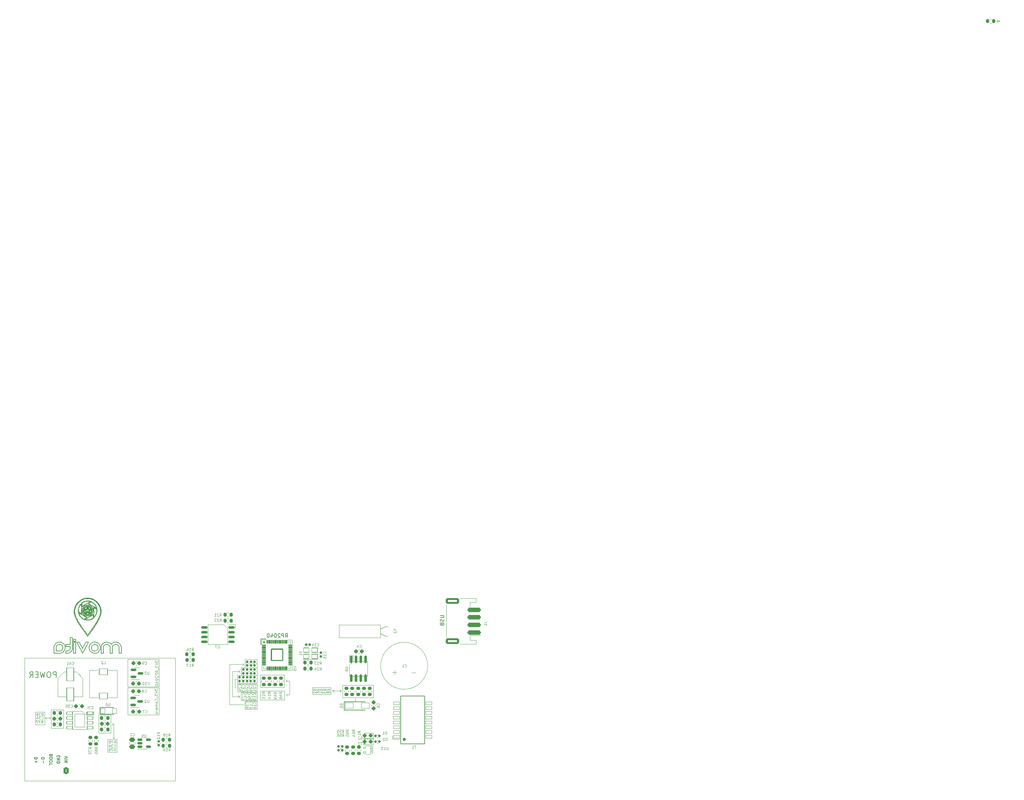
<source format=gbo>
G04 #@! TF.GenerationSoftware,KiCad,Pcbnew,8.0.0-rc1*
G04 #@! TF.CreationDate,2024-11-04T15:19:59+03:00*
G04 #@! TF.ProjectId,Movita_CM4_CT_Router_V3.1,4d6f7669-7461-45f4-934d-345f43545f52,REV1*
G04 #@! TF.SameCoordinates,Original*
G04 #@! TF.FileFunction,Legend,Bot*
G04 #@! TF.FilePolarity,Positive*
%FSLAX46Y46*%
G04 Gerber Fmt 4.6, Leading zero omitted, Abs format (unit mm)*
G04 Created by KiCad (PCBNEW 8.0.0-rc1) date 2024-11-04 15:19:59*
%MOMM*%
%LPD*%
G01*
G04 APERTURE LIST*
G04 Aperture macros list*
%AMRoundRect*
0 Rectangle with rounded corners*
0 $1 Rounding radius*
0 $2 $3 $4 $5 $6 $7 $8 $9 X,Y pos of 4 corners*
0 Add a 4 corners polygon primitive as box body*
4,1,4,$2,$3,$4,$5,$6,$7,$8,$9,$2,$3,0*
0 Add four circle primitives for the rounded corners*
1,1,$1+$1,$2,$3*
1,1,$1+$1,$4,$5*
1,1,$1+$1,$6,$7*
1,1,$1+$1,$8,$9*
0 Add four rect primitives between the rounded corners*
20,1,$1+$1,$2,$3,$4,$5,0*
20,1,$1+$1,$4,$5,$6,$7,0*
20,1,$1+$1,$6,$7,$8,$9,0*
20,1,$1+$1,$8,$9,$2,$3,0*%
G04 Aperture macros list end*
%ADD10C,0.150000*%
%ADD11C,0.120000*%
%ADD12C,0.100000*%
%ADD13C,0.200000*%
%ADD14C,0.127000*%
%ADD15C,0.300000*%
%ADD16RoundRect,0.271250X0.379750X0.654750X-0.379750X0.654750X-0.379750X-0.654750X0.379750X-0.654750X0*%
%ADD17O,1.302000X1.852000*%
%ADD18O,1.204000X2.204000*%
%ADD19RoundRect,0.225500X0.225500X0.300500X-0.225500X0.300500X-0.225500X-0.300500X0.225500X-0.300500X0*%
%ADD20RoundRect,0.160500X0.160500X0.210500X-0.160500X0.210500X-0.160500X-0.210500X0.160500X-0.210500X0*%
%ADD21RoundRect,0.275500X0.500500X-0.275500X0.500500X0.275500X-0.500500X0.275500X-0.500500X-0.275500X0*%
%ADD22RoundRect,0.165500X-0.165500X-0.195500X0.165500X-0.195500X0.165500X0.195500X-0.165500X0.195500X0*%
%ADD23RoundRect,0.051000X-1.060000X-0.750000X1.060000X-0.750000X1.060000X0.750000X-1.060000X0.750000X0*%
%ADD24RoundRect,0.225500X-0.225500X-0.300500X0.225500X-0.300500X0.225500X0.300500X-0.225500X0.300500X0*%
%ADD25RoundRect,0.250500X0.250500X0.275500X-0.250500X0.275500X-0.250500X-0.275500X0.250500X-0.275500X0*%
%ADD26RoundRect,0.244250X0.244250X0.281750X-0.244250X0.281750X-0.244250X-0.281750X0.244250X-0.281750X0*%
%ADD27RoundRect,0.225500X-0.300500X0.225500X-0.300500X-0.225500X0.300500X-0.225500X0.300500X0.225500X0*%
%ADD28RoundRect,0.165500X-0.195500X0.165500X-0.195500X-0.165500X0.195500X-0.165500X0.195500X0.165500X0*%
%ADD29RoundRect,0.175500X-0.613000X-0.175500X0.613000X-0.175500X0.613000X0.175500X-0.613000X0.175500X0*%
%ADD30RoundRect,0.225500X0.300500X-0.225500X0.300500X0.225500X-0.300500X0.225500X-0.300500X-0.225500X0*%
%ADD31RoundRect,0.051000X1.100000X-0.800000X1.100000X0.800000X-1.100000X0.800000X-1.100000X-0.800000X0*%
%ADD32RoundRect,0.165500X0.195500X-0.165500X0.195500X0.165500X-0.195500X0.165500X-0.195500X-0.165500X0*%
%ADD33RoundRect,0.051000X0.835000X-0.380000X0.835000X0.380000X-0.835000X0.380000X-0.835000X-0.380000X0*%
%ADD34RoundRect,0.250500X-0.275500X0.250500X-0.275500X-0.250500X0.275500X-0.250500X0.275500X0.250500X0*%
%ADD35RoundRect,0.051000X0.700000X0.600000X-0.700000X0.600000X-0.700000X-0.600000X0.700000X-0.600000X0*%
%ADD36RoundRect,0.175500X-0.538000X-0.175500X0.538000X-0.175500X0.538000X0.175500X-0.538000X0.175500X0*%
%ADD37RoundRect,0.075500X-0.075500X0.450500X-0.075500X-0.450500X0.075500X-0.450500X0.075500X0.450500X0*%
%ADD38RoundRect,0.075500X-0.450500X0.075500X-0.450500X-0.075500X0.450500X-0.075500X0.450500X0.075500X0*%
%ADD39RoundRect,0.148590X-1.502410X1.502410X-1.502410X-1.502410X1.502410X-1.502410X1.502410X1.502410X0*%
%ADD40C,1.902000*%
%ADD41RoundRect,0.160500X-0.160500X-0.210500X0.160500X-0.210500X0.160500X0.210500X-0.160500X0.210500X0*%
%ADD42RoundRect,0.160500X0.210500X-0.160500X0.210500X0.160500X-0.210500X0.160500X-0.210500X-0.160500X0*%
%ADD43RoundRect,0.051000X0.762500X-0.350000X0.762500X0.350000X-0.762500X0.350000X-0.762500X-0.350000X0*%
%ADD44RoundRect,0.051000X1.280000X1.725000X-1.280000X1.725000X-1.280000X-1.725000X1.280000X-1.725000X0*%
%ADD45RoundRect,0.275500X1.525500X-0.275500X1.525500X0.275500X-1.525500X0.275500X-1.525500X-0.275500X0*%
%ADD46RoundRect,0.267001X1.483999X-0.533999X1.483999X0.533999X-1.483999X0.533999X-1.483999X-0.533999X0*%
%ADD47RoundRect,0.250500X-0.250500X-0.275500X0.250500X-0.275500X0.250500X0.275500X-0.250500X0.275500X0*%
%ADD48RoundRect,0.175500X-0.175500X0.850500X-0.175500X-0.850500X0.175500X-0.850500X0.175500X0.850500X0*%
%ADD49RoundRect,0.175500X0.675500X0.175500X-0.675500X0.175500X-0.675500X-0.175500X0.675500X-0.175500X0*%
%ADD50C,1.102000*%
%ADD51RoundRect,0.051000X-0.560000X-0.610000X0.560000X-0.610000X0.560000X0.610000X-0.560000X0.610000X0*%
%ADD52RoundRect,0.051000X0.325000X0.200000X-0.325000X0.200000X-0.325000X-0.200000X0.325000X-0.200000X0*%
%ADD53RoundRect,0.051000X0.925000X1.750000X-0.925000X1.750000X-0.925000X-1.750000X0.925000X-1.750000X0*%
G04 APERTURE END LIST*
D10*
X127462948Y-87199723D02*
G75*
G02*
X127384948Y-87199723I-39000J0D01*
G01*
X127384948Y-87199723D02*
G75*
G02*
X127462948Y-87199723I39000J0D01*
G01*
D11*
X165313767Y-112259190D02*
X165313767Y-101599190D01*
D10*
X128720465Y-86934168D02*
X128730250Y-86964285D01*
X123732886Y-94467217D02*
X123732886Y-97134898D01*
X129405385Y-89028523D02*
X129508860Y-88917895D01*
X129606348Y-88800486D01*
X129697466Y-88676348D01*
X129781833Y-88545537D01*
X129826864Y-88467813D01*
X133126278Y-96312870D02*
X133260296Y-96383609D01*
X133387004Y-96481857D01*
X133410251Y-96504281D01*
D11*
X134433767Y-117214190D02*
X134203767Y-117444190D01*
X180356603Y-109614190D02*
X180663448Y-109307345D01*
D10*
X126367994Y-97339598D02*
X126296417Y-97201378D01*
X126225234Y-97064170D01*
X126148254Y-96915981D01*
X126140238Y-96900560D01*
X127736746Y-89760719D02*
X127888790Y-89753855D01*
X128038476Y-89738315D01*
X128233746Y-89704541D01*
X128423284Y-89656406D01*
X128606209Y-89594519D01*
X128781644Y-89519487D01*
X128948707Y-89431918D01*
X129106521Y-89332420D01*
X129181684Y-89278388D01*
X125886071Y-96408659D02*
X125817056Y-96274059D01*
X125744058Y-96131285D01*
X125674889Y-95995663D01*
X125654877Y-95956374D01*
X128522120Y-84858895D02*
X127683978Y-85355557D01*
X131228820Y-88287870D02*
X131180080Y-88468452D01*
X131124438Y-88646329D01*
X131062572Y-88821742D01*
X130995161Y-88994931D01*
X130922882Y-89166136D01*
X130846415Y-89335601D01*
X130766436Y-89503564D01*
X130683626Y-89670267D01*
X136635857Y-97134898D02*
X136628638Y-96982466D01*
X136603248Y-96817355D01*
X136559551Y-96658999D01*
X136520239Y-96557185D01*
X131049389Y-88204271D02*
X131002970Y-88376254D01*
X130949978Y-88545661D01*
X130891058Y-88712720D01*
X130826857Y-88877662D01*
X130758020Y-89040716D01*
X130685194Y-89202110D01*
X130609024Y-89362075D01*
X130530157Y-89520840D01*
X122597080Y-97963675D02*
X122448950Y-98011010D01*
X122293092Y-98031845D01*
X122247166Y-98032928D01*
X128730250Y-86964285D02*
X128115551Y-87164012D01*
X126245386Y-85273914D02*
X126251499Y-85443780D01*
X126258034Y-85625373D01*
X126264059Y-85792808D01*
X126269940Y-85956223D01*
X126275919Y-86122379D01*
X126276731Y-86144937D01*
X127246238Y-95642638D02*
X127173228Y-95783348D01*
X127099759Y-95924541D01*
X127034998Y-96048726D01*
X127760300Y-86985609D02*
G75*
G02*
X127652300Y-86985609I-54000J0D01*
G01*
X127652300Y-86985609D02*
G75*
G02*
X127760300Y-86985609I54000J0D01*
G01*
X127484277Y-87641994D02*
X127104372Y-88164888D01*
X130178063Y-98518289D02*
X130324852Y-98446275D01*
X130460679Y-98360122D01*
X130585543Y-98259834D01*
X130650176Y-98198013D01*
X128671485Y-86802732D02*
X127929980Y-86987609D01*
X128900914Y-87286978D02*
G75*
G02*
X126524038Y-87286978I-1188438J0D01*
G01*
X126524038Y-87286978D02*
G75*
G02*
X128900914Y-87286978I1188438J0D01*
G01*
X127750086Y-86895632D02*
X127658420Y-86895632D01*
X134258814Y-97134898D02*
X134272074Y-96977626D01*
X134311840Y-96829078D01*
X134328068Y-96788253D01*
X128731219Y-87185801D02*
G75*
G02*
X128485175Y-87943077I-1071719J-70399D01*
G01*
X135156845Y-95655885D02*
X134998008Y-95663619D01*
X134845190Y-95686831D01*
X134698390Y-95725530D01*
X134557608Y-95779726D01*
X134479863Y-95817658D01*
X125633725Y-88577390D02*
X125715691Y-88705632D01*
X125803992Y-88827494D01*
X125930876Y-88979716D01*
X126067331Y-89119793D01*
X126212390Y-89247268D01*
X126365087Y-89361683D01*
X126524456Y-89462579D01*
X126689530Y-89549501D01*
X126773905Y-89587578D01*
X134328068Y-96788253D02*
X134398828Y-96654341D01*
X134497087Y-96527568D01*
X134519521Y-96504281D01*
X128774843Y-97498101D02*
X128727507Y-97349900D01*
X128706672Y-97194106D01*
X128705590Y-97148187D01*
X129150339Y-88407365D02*
X128996522Y-88500594D01*
X128850511Y-88589093D01*
X128687699Y-88687776D01*
X128516604Y-88791479D01*
X128345748Y-88895037D01*
X128183650Y-88993286D01*
X128038833Y-89081061D01*
X127887350Y-89172877D01*
X127790307Y-89231697D01*
X126839140Y-86762256D02*
X127440107Y-86912094D01*
X127929980Y-86987609D02*
X127876672Y-86225266D01*
D11*
X169393767Y-111329190D02*
X172613767Y-111329190D01*
X172613767Y-113459189D01*
X169393767Y-113459189D01*
X169393767Y-111329190D01*
D10*
X127840006Y-85459749D02*
X128678425Y-84934606D01*
X129352671Y-89154513D02*
X129341621Y-88180330D01*
X119219678Y-96088342D02*
X119113177Y-96206868D01*
X119020248Y-96335813D01*
X118940875Y-96475212D01*
X118902630Y-96557185D01*
X124822998Y-95642638D02*
X125489793Y-95642638D01*
X136520239Y-96557185D02*
X136448502Y-96411964D01*
X136363172Y-96277216D01*
X136264241Y-96152905D01*
X136203401Y-96088342D01*
D11*
X168033767Y-103429190D02*
X166143767Y-103429190D01*
D10*
X121956654Y-96837846D02*
X121956654Y-96250156D01*
D11*
X198693767Y-111614190D02*
X198523767Y-111444190D01*
D10*
X125358875Y-87932024D02*
X125402943Y-88076949D01*
X125455879Y-88220081D01*
X125517826Y-88361060D01*
X125588928Y-88499529D01*
X125633725Y-88577390D01*
X128522120Y-84858895D02*
X128371221Y-84814646D01*
X128216935Y-84779433D01*
X128059532Y-84753603D01*
X127899283Y-84737501D01*
X127736459Y-84731474D01*
X127681660Y-84731764D01*
X126904950Y-89693406D02*
X127743092Y-89196745D01*
X128852476Y-87286978D02*
G75*
G02*
X126572476Y-87286978I-1140000J0D01*
G01*
X126572476Y-87286978D02*
G75*
G02*
X128852476Y-87286978I1140000J0D01*
G01*
X125654877Y-95956374D02*
X125582213Y-95814705D01*
X125509502Y-95678138D01*
X125489793Y-95642638D01*
X126839140Y-86762256D02*
G75*
G02*
X127483309Y-86294229I908460J-573044D01*
G01*
X123145197Y-94467217D02*
X123732886Y-94467217D01*
X127681660Y-84731764D02*
X127523077Y-84739123D01*
X127367079Y-84755914D01*
X127214088Y-84781848D01*
X127064524Y-84816631D01*
X126918810Y-84859973D01*
X126777367Y-84911583D01*
X126596148Y-84992753D01*
X126424269Y-85087412D01*
X126262730Y-85194869D01*
X126186150Y-85253182D01*
X129341621Y-88180330D02*
X129305197Y-86470840D01*
X127246238Y-95642638D02*
X127906660Y-95642638D01*
D11*
X181266603Y-109614190D02*
X181266603Y-105974190D01*
X194973767Y-108654190D02*
X194573767Y-108254190D01*
D10*
X127979599Y-87613714D02*
X128359504Y-88136609D01*
X130432229Y-96801501D02*
X130479702Y-96947540D01*
X130500567Y-97102354D01*
X130501650Y-97148187D01*
X128233308Y-96570432D02*
X128177526Y-96724208D01*
X128139994Y-96884842D01*
X128120718Y-97052265D01*
X128117900Y-97148187D01*
X129345341Y-86224584D02*
X129477626Y-86298971D01*
X129613278Y-86375251D01*
X129768866Y-86462742D01*
X129924588Y-86550308D01*
X130060640Y-86626814D01*
X130105118Y-86651825D01*
X130788389Y-86075652D02*
X130873176Y-86266696D01*
X130947103Y-86459501D01*
X131009610Y-86654067D01*
X131060135Y-86850394D01*
X131098118Y-87048482D01*
X131122998Y-87248331D01*
X131134215Y-87449943D01*
X131131208Y-87653318D01*
X131113417Y-87858456D01*
X131080281Y-88065357D01*
X131049389Y-88204271D01*
X121636336Y-97709340D02*
X121692250Y-97554486D01*
X121729842Y-97394388D01*
X121749134Y-97229035D01*
X121751954Y-97134898D01*
X126947765Y-87967634D02*
X127275978Y-87442384D01*
X126072336Y-85431936D02*
X126083386Y-86406118D01*
X127745410Y-89820538D02*
X127903992Y-89813178D01*
X128059990Y-89796387D01*
X128212981Y-89770453D01*
X128362544Y-89735670D01*
X128508258Y-89692328D01*
X128649701Y-89640718D01*
X128830921Y-89559548D01*
X129002800Y-89464889D01*
X129164339Y-89357432D01*
X129240920Y-89299120D01*
X124485990Y-89082948D02*
X124405355Y-88886480D01*
X124333442Y-88689043D01*
X124271058Y-88490447D01*
X124219011Y-88290502D01*
X124178106Y-88089019D01*
X124149151Y-87885809D01*
X124132953Y-87680681D01*
X124130319Y-87473447D01*
X124142056Y-87263917D01*
X124168969Y-87051900D01*
X124195743Y-86909082D01*
X127876672Y-86225267D02*
G75*
G02*
X128671529Y-86802710I-164072J-1061633D01*
G01*
X130530157Y-89520840D02*
X130425446Y-89724111D01*
X130317859Y-89925491D01*
X130207527Y-90125065D01*
X130094583Y-90322918D01*
X129979160Y-90519137D01*
X129861390Y-90713807D01*
X129741406Y-90907013D01*
X129619340Y-91098843D01*
X129495324Y-91289381D01*
X129369492Y-91478713D01*
X129241975Y-91666925D01*
X129112907Y-91854103D01*
X128982420Y-92040333D01*
X128850645Y-92225700D01*
X128717717Y-92410290D01*
X128583767Y-92594190D01*
X128096290Y-87201815D02*
X128067964Y-87114635D01*
X135731287Y-95771335D02*
X135576386Y-95715526D01*
X135416252Y-95677983D01*
X135250923Y-95658703D01*
X135156845Y-95655885D01*
D11*
X134203767Y-117444190D02*
X134433767Y-117674190D01*
D10*
X125276122Y-87823377D02*
X126125314Y-88300899D01*
X123990658Y-94900805D02*
X124571808Y-94900805D01*
X127658420Y-86189299D02*
X127750086Y-86189299D01*
D11*
X173526603Y-104404190D02*
X179860930Y-104404190D01*
X179860930Y-107668516D01*
X173526603Y-107668516D01*
X173526603Y-104404190D01*
D10*
X136048126Y-98620660D02*
X136048126Y-97134898D01*
X136635857Y-98620660D02*
X136048126Y-98620660D01*
X134258814Y-98620660D02*
X133671083Y-98620660D01*
X123990658Y-95655885D02*
X124571808Y-95655885D01*
D11*
X132993767Y-121504190D02*
X135463767Y-121504190D01*
X135463767Y-124854190D01*
X132993767Y-124854190D01*
X132993767Y-121504190D01*
D10*
X129603620Y-98046217D02*
X129445554Y-98032953D01*
X129295077Y-97993163D01*
X129253496Y-97976922D01*
X121956654Y-98620660D02*
X121956654Y-98032928D01*
X127304318Y-87179654D02*
X126689619Y-86979926D01*
D11*
X165313767Y-101599190D02*
X169043767Y-101599190D01*
D10*
X129253496Y-97976922D02*
X129117387Y-97906098D01*
X128997539Y-97815084D01*
X128966296Y-97785343D01*
X128473148Y-88037057D02*
X128068181Y-87388975D01*
X128359504Y-88136609D02*
X128333885Y-88155221D01*
X127548280Y-86225266D02*
X127494972Y-86987609D01*
X128553626Y-96101630D02*
X128445563Y-96220137D01*
X128351566Y-96349081D01*
X128271635Y-96488473D01*
X128233308Y-96570432D01*
X127104372Y-88164888D02*
X127078753Y-88146275D01*
D11*
X168033767Y-103429190D02*
X167703767Y-103099190D01*
D10*
X129395498Y-88156916D02*
X129397219Y-88308671D01*
X129398984Y-88464290D01*
X129401009Y-88642779D01*
X129403035Y-88821421D01*
X129404806Y-88977498D01*
X129405385Y-89028523D01*
X127953980Y-87632327D02*
X127979599Y-87613714D01*
X125542007Y-86096230D02*
X125469088Y-86237246D01*
X125405632Y-86380739D01*
X125351595Y-86526200D01*
X125306936Y-86673118D01*
X125271615Y-86820981D01*
X125245589Y-86969279D01*
X125225274Y-87166804D01*
X125221312Y-87362985D01*
X125233603Y-87556611D01*
X125245813Y-87652088D01*
X127579331Y-87534421D02*
G75*
G02*
X127501331Y-87534421I-39000J0D01*
G01*
X127501331Y-87534421D02*
G75*
G02*
X127579331Y-87534421I39000J0D01*
G01*
X130650176Y-96101630D02*
X130531401Y-95995129D01*
X130401665Y-95902200D01*
X130260966Y-95822827D01*
X130178063Y-95784582D01*
D11*
X138323767Y-107734190D02*
X146603767Y-107734190D01*
X146603767Y-115004190D01*
X138323767Y-115004190D01*
X138323767Y-107734190D01*
D10*
X127819076Y-87286978D02*
G75*
G02*
X127605876Y-87286978I-106600J0D01*
G01*
X127605876Y-87286978D02*
G75*
G02*
X127819076Y-87286978I106600J0D01*
G01*
X127725390Y-87656793D02*
X128216611Y-88242207D01*
X132779634Y-96243617D02*
X132937028Y-96256863D01*
X133085507Y-96296630D01*
X133126278Y-96312870D01*
X130131622Y-86975294D02*
X129981455Y-86895654D01*
X129820924Y-86810517D01*
X129672909Y-86732018D01*
X129528447Y-86655403D01*
X129381562Y-86577503D01*
X129361621Y-86566928D01*
X130501650Y-97148187D02*
X130488376Y-97306166D01*
X130448511Y-97456528D01*
X130432229Y-97498101D01*
X128966296Y-97785343D02*
X128869538Y-97670262D01*
X128792994Y-97538700D01*
X128774843Y-97498101D01*
X127984845Y-86912094D02*
X128585814Y-86762256D01*
X131409490Y-96557185D02*
X131353649Y-96711033D01*
X131316038Y-96871641D01*
X131296701Y-97039003D01*
X131293872Y-97134898D01*
X123990658Y-95460827D02*
X123990658Y-94900805D01*
X123990658Y-98620660D02*
X123990658Y-95655885D01*
X129181684Y-89278388D02*
X129175570Y-89108520D01*
X129169035Y-88926927D01*
X129163010Y-88759492D01*
X129157129Y-88596078D01*
X129151150Y-88429922D01*
X129150339Y-88407365D01*
X126689619Y-86979926D02*
X126699404Y-86949810D01*
X125586253Y-88614803D02*
X125671917Y-88748460D01*
X125764458Y-88875162D01*
X125863412Y-88994689D01*
X125968317Y-89106823D01*
X126078710Y-89211344D01*
X126194126Y-89308033D01*
X126355031Y-89424388D01*
X126522948Y-89525910D01*
X126696778Y-89612079D01*
X126785569Y-89649244D01*
X123075901Y-97484854D02*
X123005078Y-97621155D01*
X122914064Y-97740872D01*
X122884323Y-97772054D01*
X128386653Y-84876239D02*
X128239109Y-84841940D01*
X128088685Y-84816217D01*
X127935620Y-84799375D01*
X127780151Y-84791718D01*
X127690324Y-84791583D01*
X120840677Y-98505042D02*
X120987815Y-98433031D01*
X121124455Y-98346897D01*
X121250563Y-98246662D01*
X121316060Y-98184891D01*
X129830268Y-86006459D02*
X129748301Y-85878216D01*
X129660001Y-85756354D01*
X129533117Y-85604132D01*
X129396662Y-85464055D01*
X129251603Y-85336580D01*
X129098906Y-85222166D01*
X128939537Y-85121269D01*
X128774463Y-85034348D01*
X128690089Y-84996272D01*
X126119810Y-88115609D02*
X125245813Y-87652088D01*
X121316060Y-96088342D02*
X121195818Y-95981848D01*
X121065025Y-95888936D01*
X120923714Y-95809577D01*
X120840677Y-95771335D01*
X127912076Y-87625690D02*
X127986236Y-87571810D01*
X130187872Y-86760472D02*
X129338680Y-86282950D01*
X130967015Y-97722629D02*
X131022928Y-97567757D01*
X131060520Y-97407664D01*
X131079813Y-97242322D01*
X131082633Y-97148187D01*
D11*
X180356603Y-109614190D02*
X180673053Y-109930640D01*
D10*
X126083386Y-86406118D02*
X126119810Y-88115609D01*
X136635857Y-97134898D02*
X136635857Y-98620660D01*
X119635618Y-96504281D02*
X119758922Y-96401405D01*
X119889591Y-96326318D01*
X119919548Y-96312870D01*
X128774843Y-96801501D02*
X128845603Y-96667609D01*
X128943862Y-96540847D01*
X128966296Y-96517570D01*
X126753468Y-86802732D02*
G75*
G02*
X127548280Y-86225268I958732J-483868D01*
G01*
X128690089Y-84996272D02*
X128546035Y-85086499D01*
X128392039Y-85182955D01*
X128250049Y-85271890D01*
X128111468Y-85358690D01*
X127970562Y-85446947D01*
X127951433Y-85458929D01*
D11*
X180276603Y-105974190D02*
X180556603Y-105694190D01*
D10*
X127111009Y-88206792D02*
X127036849Y-88152912D01*
X134519521Y-96504281D02*
X134634707Y-96407544D01*
X134766178Y-96331008D01*
X134806721Y-96312870D01*
X129826864Y-88467813D02*
X129896942Y-88332706D01*
X129958326Y-88195305D01*
X130026712Y-88009308D01*
X130079795Y-87821096D01*
X130117662Y-87631734D01*
X130140400Y-87442287D01*
X130148094Y-87253821D01*
X130140833Y-87067402D01*
X130131622Y-86975294D01*
X127951433Y-85458929D02*
X128109080Y-85545522D01*
X128258728Y-85627722D01*
X128425596Y-85719380D01*
X128600952Y-85815701D01*
X128776064Y-85911888D01*
X128942199Y-86003143D01*
X129090623Y-86084671D01*
X129245880Y-86169951D01*
X129345341Y-86224584D01*
X128068181Y-87388975D02*
X128776739Y-87102699D01*
X120616148Y-96312870D02*
X120752467Y-96383609D01*
X120872207Y-96474587D01*
X120903391Y-96504281D01*
X129338680Y-86282950D02*
X127840006Y-85459749D01*
X131881604Y-97134898D02*
X131881604Y-98620660D01*
X127234169Y-88242207D02*
X127725390Y-87656793D01*
X124571808Y-95655885D02*
X124571808Y-98620660D01*
X132201880Y-95771335D02*
X132056412Y-95843176D01*
X131920879Y-95928556D01*
X131795285Y-96027500D01*
X131729808Y-96088342D01*
X127323579Y-87217456D02*
X126651817Y-86999187D01*
X118902630Y-96557185D02*
X118846821Y-96711033D01*
X118809277Y-96871641D01*
X118789998Y-97039003D01*
X118787180Y-97134898D01*
X135156845Y-96243617D02*
X135314185Y-96256863D01*
X135462670Y-96296630D01*
X135503489Y-96312870D01*
X128233308Y-97722629D02*
X128305423Y-97869739D01*
X128391606Y-98006339D01*
X128491854Y-98132460D01*
X128553626Y-98198013D01*
X121316060Y-98184891D02*
X121424198Y-98064551D01*
X121518205Y-97933720D01*
X121598074Y-97792393D01*
X121636336Y-97709340D01*
X133671083Y-98620660D02*
X133671083Y-97134898D01*
D11*
X169043767Y-101599190D02*
X168723767Y-101919190D01*
D10*
X134479863Y-95817658D02*
X134350458Y-95893996D01*
X134214558Y-95994725D01*
X134091426Y-96109874D01*
X133981038Y-96239477D01*
X133968135Y-96256696D01*
X133601662Y-96788253D02*
X133649152Y-96934289D01*
X133670001Y-97089079D01*
X133671083Y-97134898D01*
X119688480Y-95771335D02*
X119543278Y-95843176D01*
X119408531Y-95928556D01*
X119284227Y-96027500D01*
X119219678Y-96088342D01*
D11*
X187333767Y-107704190D02*
X192183767Y-107704190D01*
X192183767Y-109584190D01*
X187333767Y-109584190D01*
X187333767Y-107704190D01*
D10*
X128067964Y-87114635D02*
X128739726Y-86896366D01*
X123296992Y-98184891D02*
X123405130Y-98064551D01*
X123499137Y-97933720D01*
X123579006Y-97792393D01*
X123617268Y-97709340D01*
X128123510Y-88224596D02*
G75*
G02*
X127327272Y-88224589I-398110J997696D01*
G01*
X124571808Y-94900805D02*
X124571808Y-95460827D01*
X128333885Y-88155221D02*
X127953980Y-87632327D01*
X128327248Y-88197125D02*
X127912076Y-87625690D01*
X126797223Y-96510988D02*
X126723355Y-96655873D01*
X126650070Y-96797558D01*
X126577358Y-96936014D01*
X126562885Y-96963315D01*
X131082633Y-97148187D02*
X131075414Y-96995707D01*
X131050024Y-96830539D01*
X131006327Y-96672184D01*
X130967015Y-96570432D01*
X120266234Y-98620660D02*
X120416067Y-98613441D01*
X120579657Y-98588051D01*
X120738007Y-98544354D01*
X120840677Y-98505042D01*
D11*
X180356603Y-109614190D02*
X181266603Y-109614190D01*
X167103767Y-105469190D02*
X166763767Y-105469190D01*
X169043767Y-112259190D02*
X165313767Y-112259190D01*
D10*
X127802476Y-87286978D02*
G75*
G02*
X127622476Y-87286978I-90000J0D01*
G01*
X127622476Y-87286978D02*
G75*
G02*
X127802476Y-87286978I90000J0D01*
G01*
X119919548Y-96312870D02*
X120065588Y-96265517D01*
X120220401Y-96244697D01*
X120266234Y-96243617D01*
X126072336Y-85431936D02*
X125958566Y-85540492D01*
X125850927Y-85656502D01*
X125749856Y-85779902D01*
X125655787Y-85910631D01*
X125569156Y-86048627D01*
X125542007Y-86096230D01*
X127653321Y-94011266D02*
X127545214Y-93863735D01*
X127436817Y-93716409D01*
X127328203Y-93569231D01*
X127219451Y-93422149D01*
X127110634Y-93275109D01*
X127001830Y-93128056D01*
X126893114Y-92980938D01*
X126784562Y-92833701D01*
X126676250Y-92686290D01*
X126568253Y-92538652D01*
X126460649Y-92390733D01*
X126353511Y-92242480D01*
X126246918Y-92093838D01*
X126140943Y-91944754D01*
X126035664Y-91795174D01*
X125931156Y-91645045D01*
X136203401Y-96088342D02*
X136084608Y-95981848D01*
X135954876Y-95888936D01*
X135814187Y-95809577D01*
X135731287Y-95771335D01*
X129194755Y-87286978D02*
G75*
G02*
X126230197Y-87286978I-1482279J0D01*
G01*
X126230197Y-87286978D02*
G75*
G02*
X129194755Y-87286978I1482279J0D01*
G01*
X123145197Y-97134898D02*
X123131933Y-97292966D01*
X123092142Y-97443329D01*
X123075901Y-97484854D01*
X126680143Y-86912007D02*
X127351906Y-87130276D01*
X129603620Y-95669006D02*
X129451073Y-95676241D01*
X129285912Y-95701658D01*
X129127552Y-95745335D01*
X129025740Y-95784582D01*
X127458658Y-87623381D02*
X127484277Y-87641994D01*
D11*
X180276603Y-105974190D02*
X180546603Y-106244190D01*
D10*
X129025740Y-98518289D02*
X129179585Y-98574202D01*
X129340208Y-98611794D01*
X129507644Y-98631087D01*
X129603620Y-98633907D01*
X131729808Y-96088342D02*
X131621744Y-96206868D01*
X131527747Y-96335813D01*
X131447817Y-96475212D01*
X131409490Y-96557185D01*
D11*
X118018767Y-113614190D02*
X121288767Y-113614190D01*
X121288767Y-118484190D01*
X118018767Y-118484190D01*
X118018767Y-113614190D01*
D10*
X127452021Y-87581477D02*
X127526181Y-87635357D01*
X134258814Y-97134898D02*
X134258814Y-98620660D01*
X129603620Y-98633907D02*
X129771816Y-98624770D01*
X129934841Y-98597347D01*
X130092655Y-98551615D01*
X130178063Y-98518289D01*
D11*
X167693767Y-110159190D02*
X168053767Y-110159190D01*
D10*
X128216611Y-88242206D02*
G75*
G02*
X127234169Y-88242206I-491221J955449D01*
G01*
X132142436Y-96504281D02*
X132257602Y-96407544D01*
X132389087Y-96331008D01*
X132429678Y-96312870D01*
D11*
X113863767Y-114244190D02*
X116333767Y-114244190D01*
X116333767Y-117594190D01*
X113863767Y-117594190D01*
X113863767Y-114244190D01*
D10*
X121094969Y-96788253D02*
X121142339Y-96934289D01*
X121163182Y-97089079D01*
X121164265Y-97134898D01*
X126003995Y-91401581D02*
X125905041Y-91257075D01*
X125807552Y-91111617D01*
X125711584Y-90965183D01*
X125617191Y-90817748D01*
X125524430Y-90669286D01*
X125433356Y-90519775D01*
X125344025Y-90369188D01*
X125256492Y-90217503D01*
X125170813Y-90064693D01*
X125087044Y-89910734D01*
X125005240Y-89755603D01*
X124925457Y-89599274D01*
X124847750Y-89441722D01*
X124772176Y-89282924D01*
X124698790Y-89122854D01*
X124627647Y-88961489D01*
X128123510Y-88224596D02*
X127725390Y-87750135D01*
X129205342Y-88310456D02*
X129240920Y-89299120D01*
D11*
X198693767Y-110734190D02*
X198693767Y-111614190D01*
D10*
X126699404Y-86949810D02*
X127314103Y-87149537D01*
X123990658Y-95655885D02*
X124571808Y-95655885D01*
X127623988Y-89124100D02*
X126785569Y-89649244D01*
X121956654Y-96250156D02*
X123145197Y-96250156D01*
X129953576Y-97976922D02*
X129805318Y-98024291D01*
X129649505Y-98045134D01*
X129603620Y-98046217D01*
X126947765Y-87967634D02*
G75*
G02*
X126701690Y-87210364I826335J687134D01*
G01*
D11*
X173539439Y-108584190D02*
X179873766Y-108584190D01*
X179873766Y-110978516D01*
X173539439Y-110978516D01*
X173539439Y-108584190D01*
D10*
X131881604Y-97134898D02*
X131894877Y-96977626D01*
X131934742Y-96829078D01*
X131951025Y-96788253D01*
X127941640Y-86294238D02*
X127984845Y-86912094D01*
X131293872Y-98620660D02*
X131293872Y-97134898D01*
X128105766Y-87133896D02*
X128720465Y-86934168D01*
X126019622Y-85557926D02*
X125916146Y-85668552D01*
X125818658Y-85785962D01*
X125727540Y-85910099D01*
X125643173Y-86040911D01*
X125598143Y-86118636D01*
D11*
X195363767Y-107074190D02*
X203423767Y-107074190D01*
X203423767Y-110414190D01*
X195363767Y-110414190D01*
X195363767Y-107074190D01*
D10*
X130650176Y-98198013D02*
X130756672Y-98077697D01*
X130849568Y-97946923D01*
X130928853Y-97805656D01*
X130967015Y-97722629D01*
X124195743Y-86909082D02*
X124266447Y-86628546D01*
X124357290Y-86356963D01*
X124467336Y-86095260D01*
X124595648Y-85844368D01*
X124741291Y-85605214D01*
X124903326Y-85378728D01*
X125080819Y-85165839D01*
X125272832Y-84967476D01*
X125478430Y-84784567D01*
X125696675Y-84618042D01*
X125926632Y-84468829D01*
X126167364Y-84337857D01*
X126417934Y-84226056D01*
X126677407Y-84134354D01*
X126944845Y-84063681D01*
X127219313Y-84014965D01*
X127690324Y-84791583D02*
X127538279Y-84798446D01*
X127388593Y-84813986D01*
X127193323Y-84847760D01*
X127003785Y-84895895D01*
X126820860Y-84957782D01*
X126645425Y-85032814D01*
X126478362Y-85120383D01*
X126320548Y-85219881D01*
X126245386Y-85273914D01*
D11*
X134653767Y-117444190D02*
X134203767Y-117444190D01*
D10*
X127034998Y-96048726D02*
X126960715Y-96191817D01*
X126886446Y-96336152D01*
X126812106Y-96481725D01*
X126797223Y-96510988D01*
D11*
X198693767Y-111614190D02*
X198873767Y-111434190D01*
D10*
X127743092Y-89196745D02*
X129205342Y-88310456D01*
X128966296Y-96517570D02*
X129081482Y-96420812D01*
X129212953Y-96344268D01*
X129253496Y-96326117D01*
X120266234Y-95655885D02*
X120113754Y-95663100D01*
X119948587Y-95688468D01*
X119790232Y-95732100D01*
X119688480Y-95771335D01*
X129253496Y-96326117D02*
X129401781Y-96278644D01*
X129557691Y-96257779D01*
X129603620Y-96256696D01*
X133453136Y-95817658D02*
X133314881Y-95754601D01*
X133171540Y-95707048D01*
X133023119Y-95674987D01*
X132869622Y-95658410D01*
X132779634Y-95655885D01*
X128739726Y-86896366D02*
X128768053Y-86983546D01*
X123145197Y-96837846D02*
X121956654Y-96837846D01*
X119444165Y-96788253D02*
X119514925Y-96654341D01*
X119613184Y-96527568D01*
X119635618Y-96504281D01*
X126651817Y-86999187D02*
X126680143Y-86912007D01*
X121956654Y-98032928D02*
X122247166Y-98032928D01*
X133968135Y-96256696D02*
X133859228Y-96125283D01*
X133737108Y-96008330D01*
X133601752Y-95905799D01*
X133472438Y-95827890D01*
X133453136Y-95817658D01*
D11*
X192653767Y-108654190D02*
X193033767Y-108274190D01*
D10*
X130187872Y-86760472D02*
X130150743Y-86607665D01*
X130104095Y-86456443D01*
X130047763Y-86307213D01*
X129981583Y-86160382D01*
X129905391Y-86016359D01*
X129877741Y-85969046D01*
D11*
X117838767Y-115789190D02*
X116538767Y-115789190D01*
D10*
X121636336Y-96557185D02*
X121564323Y-96411964D01*
X121478169Y-96277216D01*
X121377881Y-96152905D01*
X121316060Y-96088342D01*
X128036272Y-87188258D02*
G75*
G02*
X127958272Y-87188258I-39000J0D01*
G01*
X127958272Y-87188258D02*
G75*
G02*
X128036272Y-87188258I39000J0D01*
G01*
D11*
X168053767Y-110159190D02*
X167663767Y-109769190D01*
D10*
X126063386Y-88019521D02*
X126059554Y-87839696D01*
X126055917Y-87668998D01*
X126051862Y-87478657D01*
X126047600Y-87278633D01*
X126043344Y-87078888D01*
X126039306Y-86889384D01*
X126035699Y-86720080D01*
X126031926Y-86542984D01*
X126029509Y-86429533D01*
X125276122Y-87823377D02*
X125313250Y-87976183D01*
X125359898Y-88127405D01*
X125416230Y-88276635D01*
X125482410Y-88423466D01*
X125558602Y-88567489D01*
X125586253Y-88614803D01*
X126125314Y-88300899D02*
X127623988Y-89124100D01*
X127745300Y-86985609D02*
G75*
G02*
X127667300Y-86985609I-39000J0D01*
G01*
X127667300Y-86985609D02*
G75*
G02*
X127745300Y-86985609I39000J0D01*
G01*
X120903391Y-97772054D02*
X120788365Y-97868950D01*
X120656795Y-97945523D01*
X120616148Y-97963675D01*
X129137078Y-87286978D02*
G75*
G02*
X126287874Y-87286978I-1424602J0D01*
G01*
X126287874Y-87286978D02*
G75*
G02*
X129137078Y-87286978I1424602J0D01*
G01*
X127725390Y-87750135D02*
X127327269Y-88224597D01*
X126118653Y-88359265D02*
X125986367Y-88284877D01*
X125850715Y-88208597D01*
X125695127Y-88121106D01*
X125539405Y-88033540D01*
X125403352Y-87957034D01*
X125358875Y-87932024D01*
X127948737Y-87527066D02*
G75*
G02*
X127840737Y-87527066I-54000J0D01*
G01*
X127840737Y-87527066D02*
G75*
G02*
X127948737Y-87527066I54000J0D01*
G01*
X119374744Y-97134898D02*
X119374744Y-98032928D01*
X128115551Y-87164012D02*
X128105766Y-87133896D01*
X128731220Y-87185801D02*
X128156955Y-87417819D01*
X127658420Y-86895632D02*
X127658420Y-86189299D01*
X125293385Y-87611154D02*
X125443551Y-87690793D01*
X125604083Y-87775931D01*
X125752098Y-87854430D01*
X125896559Y-87931045D01*
X126043444Y-88008945D01*
X126063386Y-88019521D01*
X128776739Y-87102699D02*
G75*
G02*
X128473142Y-88037051I-1060539J-171901D01*
G01*
D11*
X116538767Y-115789190D02*
X116788767Y-116039190D01*
D10*
X129352671Y-89154513D02*
X129466440Y-89045955D01*
X129574079Y-88929946D01*
X129675150Y-88806546D01*
X129769219Y-88675817D01*
X129855850Y-88537821D01*
X129883000Y-88490219D01*
X130683626Y-89670267D02*
X130573680Y-89883702D01*
X130460713Y-90095151D01*
X130344865Y-90304703D01*
X130226274Y-90512449D01*
X130105080Y-90718479D01*
X129981421Y-90922882D01*
X129855438Y-91125749D01*
X129727269Y-91327170D01*
X129597052Y-91527235D01*
X129464928Y-91726033D01*
X129331036Y-91923656D01*
X129195514Y-92120193D01*
X129058502Y-92315734D01*
X128920139Y-92510370D01*
X128780564Y-92704189D01*
X128639917Y-92897284D01*
D11*
X167423767Y-104469191D02*
X172623767Y-104469191D01*
X172623767Y-106529190D01*
X167423767Y-106529190D01*
X167423767Y-104469191D01*
D10*
X131881604Y-98620660D02*
X131293872Y-98620660D01*
X127683978Y-85355557D02*
X126221728Y-86241846D01*
X118787180Y-98620660D02*
X118787180Y-97134898D01*
X122247166Y-98620660D02*
X121956654Y-98620660D01*
X127078753Y-88146275D02*
X127458658Y-87623381D01*
X128117900Y-97148187D02*
X128125115Y-97298020D01*
X128150477Y-97461610D01*
X128194092Y-97619959D01*
X128233308Y-97722629D01*
D11*
X168053767Y-110159190D02*
X167653767Y-110559190D01*
X167433767Y-106719191D02*
X172633767Y-106719191D01*
X172633767Y-108899190D01*
X167433767Y-108899190D01*
X167433767Y-106719191D01*
D10*
X133410251Y-96504281D02*
X133513192Y-96627607D01*
X133588217Y-96758287D01*
X133601662Y-96788253D01*
X127275978Y-87442384D02*
X126701711Y-87210365D01*
X127219313Y-84014965D02*
X127511579Y-83987263D01*
X127800982Y-83982837D01*
X128086456Y-84001129D01*
X128366932Y-84041581D01*
X128641347Y-84103638D01*
X128908632Y-84186742D01*
X129167721Y-84290336D01*
X129417548Y-84413863D01*
X129657047Y-84556765D01*
X129885152Y-84718487D01*
X130100795Y-84898470D01*
X130302911Y-85096158D01*
X130490432Y-85310994D01*
X130662294Y-85542421D01*
X130817428Y-85789881D01*
X130954770Y-86052819D01*
X127230811Y-84134838D02*
X127509160Y-84108455D01*
X127784782Y-84104240D01*
X128056661Y-84121661D01*
X128323782Y-84160187D01*
X128585129Y-84219289D01*
X128839686Y-84298436D01*
X129086438Y-84397097D01*
X129324369Y-84514741D01*
X129552463Y-84650839D01*
X129769705Y-84804859D01*
X129975080Y-84976272D01*
X130167571Y-85164546D01*
X130346163Y-85369152D01*
X130509840Y-85589558D01*
X130657587Y-85825235D01*
X130788389Y-86075652D01*
X126959785Y-88061622D02*
G75*
G02*
X126656177Y-87127260I757115J762522D01*
G01*
X127594331Y-87534421D02*
G75*
G02*
X127486331Y-87534421I-54000J0D01*
G01*
X127486331Y-87534421D02*
G75*
G02*
X127594331Y-87534421I54000J0D01*
G01*
D11*
X166143767Y-103429190D02*
X166143767Y-110159190D01*
D10*
X119374744Y-98032928D02*
X120266234Y-98032928D01*
X126562885Y-96963315D02*
X126487754Y-97106063D01*
X126415503Y-97245786D01*
X126367994Y-97339598D01*
X125931156Y-91645045D02*
X125827255Y-91493314D01*
X125724892Y-91340583D01*
X125624125Y-91186827D01*
X125525012Y-91032020D01*
X125427613Y-90876136D01*
X125331985Y-90719149D01*
X125238187Y-90561033D01*
X125146278Y-90401763D01*
X125056315Y-90241312D01*
X124968357Y-90079656D01*
X124882463Y-89916768D01*
X124798691Y-89752622D01*
X124717099Y-89587193D01*
X124637746Y-89420455D01*
X124560690Y-89252381D01*
X124485990Y-89082948D01*
X127644152Y-93655125D02*
X127541193Y-93514620D01*
X127437958Y-93374308D01*
X127334517Y-93234139D01*
X127230943Y-93094061D01*
X127127308Y-92954023D01*
X127023685Y-92813973D01*
X126920146Y-92673861D01*
X126816763Y-92533634D01*
X126713609Y-92393243D01*
X126610755Y-92252636D01*
X126508274Y-92111761D01*
X126406238Y-91970567D01*
X126304720Y-91829003D01*
X126203792Y-91687018D01*
X126103526Y-91544561D01*
X126003995Y-91401581D01*
X127526181Y-87635357D02*
X127111009Y-88206792D01*
D11*
X192653767Y-108654190D02*
X193013767Y-109014190D01*
D10*
X131951025Y-96788253D02*
X132021781Y-96654341D01*
X132120013Y-96527568D01*
X132142436Y-96504281D01*
D11*
X192653767Y-108654190D02*
X194973767Y-108654190D01*
D10*
X127688420Y-86219299D02*
X127720086Y-86219299D01*
X129883000Y-88490219D02*
X129955918Y-88349202D01*
X130019375Y-88205708D01*
X130073411Y-88060247D01*
X130118070Y-87913330D01*
X130153392Y-87765467D01*
X130179418Y-87617169D01*
X130199733Y-87419643D01*
X130203695Y-87223463D01*
X130191404Y-87029836D01*
X130179195Y-86934360D01*
D11*
X181266603Y-105974190D02*
X180276603Y-105974190D01*
D10*
X120903391Y-96504281D02*
X121000211Y-96618849D01*
X121076781Y-96748452D01*
X121094969Y-96788253D01*
D11*
X168033767Y-103429190D02*
X167723767Y-103739190D01*
D10*
X120616148Y-97963675D02*
X120468018Y-98011010D01*
X120312160Y-98031845D01*
X120266234Y-98032928D01*
D11*
X194973767Y-108654190D02*
X194673767Y-108954190D01*
D10*
X121094969Y-97484854D02*
X121024146Y-97621155D01*
X120933132Y-97740872D01*
X120903391Y-97772054D01*
X129305197Y-86470840D02*
X130179195Y-86934360D01*
D11*
X169383767Y-100279190D02*
X172603767Y-100279190D01*
X172603767Y-102409189D01*
X169383767Y-102409189D01*
X169383767Y-100279190D01*
D10*
X129953576Y-96326117D02*
X130089808Y-96396877D01*
X130209587Y-96487864D01*
X130240776Y-96517570D01*
D11*
X117838767Y-115789190D02*
X117568767Y-116059190D01*
D10*
X127040417Y-89676063D02*
X127187960Y-89710361D01*
X127338384Y-89736083D01*
X127491449Y-89752925D01*
X127646918Y-89760583D01*
X127736746Y-89760719D01*
X128583767Y-92594190D02*
X128478060Y-92737409D01*
X128371400Y-92880109D01*
X128263874Y-93022568D01*
X128155571Y-93165068D01*
X128046578Y-93307891D01*
X127936983Y-93451317D01*
X127826874Y-93595628D01*
X127716339Y-93741104D01*
X132429678Y-96312870D02*
X132577935Y-96265517D01*
X132733748Y-96244697D01*
X132779634Y-96243617D01*
X127720086Y-86865632D02*
X127688420Y-86865632D01*
X121751954Y-97134898D02*
X121744735Y-96982466D01*
X121719345Y-96817355D01*
X121675648Y-96658999D01*
X121636336Y-96557185D01*
D11*
X111003767Y-99874190D02*
X150963767Y-99874190D01*
X150963767Y-132454189D01*
X111003767Y-132454189D01*
X111003767Y-99874190D01*
D10*
X124571808Y-95655885D02*
X124571808Y-98620660D01*
X126773905Y-89587578D02*
X126917958Y-89497350D01*
X127071954Y-89400893D01*
X127213944Y-89311958D01*
X127352525Y-89225158D01*
X127493431Y-89136901D01*
X127512561Y-89124920D01*
X127906660Y-95642638D02*
X126367994Y-98614078D01*
X130240776Y-96517570D02*
X130343672Y-96640875D01*
X130418770Y-96771544D01*
X130432229Y-96801501D01*
X134806721Y-96312870D02*
X134955062Y-96265517D01*
X135110911Y-96244697D01*
X135156845Y-96243617D01*
X124351220Y-86891140D02*
X124418557Y-86623963D01*
X124505074Y-86365312D01*
X124609880Y-86116071D01*
X124732082Y-85877126D01*
X124870789Y-85649361D01*
X125025109Y-85433660D01*
X125194150Y-85230908D01*
X125377020Y-85041991D01*
X125572827Y-84867792D01*
X125780680Y-84709196D01*
X125999686Y-84567089D01*
X126228954Y-84442354D01*
X126467593Y-84335877D01*
X126714710Y-84248542D01*
X126969413Y-84181234D01*
X127230811Y-84134838D01*
X126367994Y-98614078D02*
X124822998Y-95642638D01*
X135978872Y-96788253D02*
X136026225Y-96934289D01*
X136047045Y-97089079D01*
X136048126Y-97134898D01*
X127933737Y-87527066D02*
G75*
G02*
X127855737Y-87527066I-39000J0D01*
G01*
X127855737Y-87527066D02*
G75*
G02*
X127933737Y-87527066I39000J0D01*
G01*
X126140238Y-96900560D02*
X126068099Y-96761569D01*
X125996482Y-96623094D01*
X125925367Y-96485111D01*
X125886071Y-96408659D01*
X128553626Y-98198013D02*
X128673769Y-98306151D01*
X128803769Y-98400158D01*
X128943692Y-98480027D01*
X129025740Y-98518289D01*
X127351906Y-87130276D02*
X127323579Y-87217456D01*
X127729118Y-94101545D02*
X127653321Y-94011266D01*
X119374744Y-97134898D02*
X119388072Y-96977626D01*
X119427930Y-96829078D01*
X119444165Y-96788253D01*
X129603620Y-96256696D02*
X129761565Y-96269970D01*
X129911996Y-96309834D01*
X129953576Y-96326117D01*
X120266234Y-98620660D02*
X118787180Y-98620660D01*
X130178063Y-95784582D02*
X130023161Y-95728749D01*
X129863027Y-95691155D01*
X129697698Y-95671832D01*
X129603620Y-95669006D01*
X128051272Y-87188258D02*
G75*
G02*
X127943272Y-87188258I-54000J0D01*
G01*
X127943272Y-87188258D02*
G75*
G02*
X128051272Y-87188258I54000J0D01*
G01*
X127440107Y-86912094D02*
X127483311Y-86294236D01*
D11*
X168423767Y-109079191D02*
X172623767Y-109079191D01*
X172623767Y-111139190D01*
X168423767Y-111139190D01*
X168423767Y-109079191D01*
X134653767Y-121224190D02*
X134843767Y-121034190D01*
D10*
X129361621Y-86566928D02*
X129365452Y-86746751D01*
X129369089Y-86917449D01*
X129373144Y-87107791D01*
X129377406Y-87307815D01*
X129381662Y-87507560D01*
X129385700Y-87697064D01*
X129389307Y-87866367D01*
X129393080Y-88043464D01*
X129395498Y-88156916D01*
X126904950Y-89693406D02*
X127055848Y-89737654D01*
X127210134Y-89772867D01*
X127367537Y-89798698D01*
X127527786Y-89814799D01*
X127690610Y-89820827D01*
X127745410Y-89820538D01*
X126276731Y-86144937D02*
X126430547Y-86051707D01*
X126576557Y-85963208D01*
X126739370Y-85864525D01*
X126910465Y-85760822D01*
X127081321Y-85657264D01*
X127243418Y-85559015D01*
X127388235Y-85471240D01*
X127539718Y-85379424D01*
X127636762Y-85320605D01*
X127314103Y-87149537D02*
X127304318Y-87179654D01*
X123617268Y-97709340D02*
X123673182Y-97554486D01*
X123710774Y-97394388D01*
X123730066Y-97229035D01*
X123732886Y-97134898D01*
X128705590Y-97148187D02*
X128718849Y-96990881D01*
X128758615Y-96842326D01*
X128774843Y-96801501D01*
X130432229Y-97498101D02*
X130361468Y-97634349D01*
X130270481Y-97754152D01*
X130240776Y-97785343D01*
X120266234Y-96243617D02*
X120424268Y-96256863D01*
X120574623Y-96296630D01*
X120616148Y-96312870D01*
X128768053Y-86983546D02*
X128096290Y-87201815D01*
X127036849Y-88152912D02*
X127452021Y-87581477D01*
X123145197Y-97134898D02*
X123145197Y-96837846D01*
X125598143Y-86118636D02*
X125528064Y-86253741D01*
X125466680Y-86391143D01*
X125398294Y-86577139D01*
X125345211Y-86765351D01*
X125307344Y-86954713D01*
X125284606Y-87144160D01*
X125276912Y-87332626D01*
X125284173Y-87519045D01*
X125293385Y-87611154D01*
X127750086Y-86189299D02*
X127750086Y-86895632D01*
X127716339Y-93741104D02*
X127644152Y-93655125D01*
X126029509Y-86429533D02*
X126027787Y-86277777D01*
X126026022Y-86122158D01*
X126023997Y-85943669D01*
X126021971Y-85765027D01*
X126020200Y-85608950D01*
X126019622Y-85557926D01*
X127688420Y-86865632D02*
X127688420Y-86219299D01*
X135787294Y-96504281D02*
X135884168Y-96618849D01*
X135960732Y-96748452D01*
X135978872Y-96788253D01*
D11*
X117838767Y-115789190D02*
X117618767Y-115569190D01*
D10*
X127790307Y-89231697D02*
X127659743Y-89309065D01*
X127525856Y-89388403D01*
X127372293Y-89479401D01*
X127218597Y-89570477D01*
X127084315Y-89650049D01*
X127040417Y-89676063D01*
D11*
X130631909Y-114992332D02*
X133873767Y-114992332D01*
X133873767Y-119784190D01*
X130631909Y-119784190D01*
X130631909Y-114992332D01*
D10*
X122884323Y-97772054D02*
X122769225Y-97868950D01*
X122637677Y-97945523D01*
X122597080Y-97963675D01*
X129877741Y-85969046D02*
X129792076Y-85835388D01*
X129699535Y-85708686D01*
X129600580Y-85589159D01*
X129495675Y-85477025D01*
X129385283Y-85372504D01*
X129269866Y-85275816D01*
X129108962Y-85159460D01*
X128941045Y-85057938D01*
X128767215Y-84971770D01*
X128678425Y-84934606D01*
D11*
X169043767Y-101599190D02*
X168723767Y-101279190D01*
X134653767Y-121224190D02*
X134433767Y-121004190D01*
D10*
X128639917Y-92897284D02*
X128528925Y-93047664D01*
X128416932Y-93197499D01*
X128304029Y-93347081D01*
X128190311Y-93496707D01*
X128075868Y-93646671D01*
X127960793Y-93797269D01*
X127845179Y-93948795D01*
X127729118Y-94101545D01*
X127364752Y-87413539D02*
X126959785Y-88061622D01*
D11*
X138323767Y-100269190D02*
X146603767Y-100269190D01*
X146603767Y-107539190D01*
X138323767Y-107539190D01*
X138323767Y-100269190D01*
D10*
X124571808Y-95460827D02*
X123990658Y-95460827D01*
X127986236Y-87571810D02*
X128401408Y-88143246D01*
X123145197Y-96250156D02*
X123145197Y-94467217D01*
X128401408Y-88143246D02*
X128327248Y-88197125D01*
X130967015Y-96570432D02*
X130895296Y-96425231D01*
X130809961Y-96290484D01*
X130711019Y-96166179D01*
X130650176Y-96101630D01*
X135503489Y-96312870D02*
X135637438Y-96383609D01*
X135764052Y-96481857D01*
X135787294Y-96504281D01*
X127477948Y-87199723D02*
G75*
G02*
X127369948Y-87199723I-54000J0D01*
G01*
X127369948Y-87199723D02*
G75*
G02*
X127477948Y-87199723I54000J0D01*
G01*
X127720086Y-86219299D02*
X127720086Y-86865632D01*
X124571808Y-98620660D02*
X123990658Y-98620660D01*
D11*
X116538767Y-115789190D02*
X116748767Y-115579190D01*
D10*
X126656194Y-87127263D02*
X127364752Y-87413539D01*
X129025740Y-95784582D02*
X128880275Y-95856432D01*
X128744770Y-95941827D01*
X128619159Y-96040786D01*
X128553626Y-96101630D01*
X122821609Y-98505042D02*
X122968719Y-98433031D01*
X123105318Y-98346897D01*
X123231439Y-98246662D01*
X123296992Y-98184891D01*
X130105118Y-86651825D02*
X130061050Y-86506899D01*
X130008114Y-86363767D01*
X129946167Y-86222788D01*
X129875064Y-86084319D01*
X129830268Y-86006459D01*
D11*
X168413767Y-102409191D02*
X172613767Y-102409191D01*
X172613767Y-104469190D01*
X168413767Y-104469190D01*
X168413767Y-102409191D01*
D10*
X127941640Y-86294238D02*
G75*
G02*
X128585829Y-86762247I-264240J-1041062D01*
G01*
X127636762Y-85320605D02*
X127767325Y-85243236D01*
X127901212Y-85163898D01*
X128054776Y-85072900D01*
X128208471Y-84981824D01*
X128342753Y-84902252D01*
X128386653Y-84876239D01*
D11*
X166763767Y-107789190D02*
X167043767Y-107789190D01*
D10*
X128156955Y-87417819D02*
X128485169Y-87943072D01*
D11*
X134433767Y-117674190D02*
X134203767Y-117444190D01*
D10*
X126221728Y-86241846D02*
X126186150Y-85253182D01*
X130240776Y-97785343D02*
X130125713Y-97882163D01*
X129994173Y-97958734D01*
X129953576Y-97976922D01*
X130954770Y-86052819D02*
X131043796Y-86253416D01*
X131121420Y-86455861D01*
X131187052Y-86660155D01*
X131240103Y-86866298D01*
X131279985Y-87074291D01*
X131306109Y-87284133D01*
X131317888Y-87495826D01*
X131314731Y-87709369D01*
X131296050Y-87924763D01*
X131261257Y-88142010D01*
X131228820Y-88287870D01*
X121164265Y-97134898D02*
X121151001Y-97292966D01*
X121111210Y-97443329D01*
X121094969Y-97484854D01*
X123990658Y-98620660D02*
X123990658Y-95655885D01*
D11*
X134653767Y-121224190D02*
X134653767Y-117444190D01*
D10*
X127512561Y-89124920D02*
X127354913Y-89038326D01*
X127205265Y-88956126D01*
X127038397Y-88864468D01*
X126863041Y-88768147D01*
X126687929Y-88671960D01*
X126521794Y-88580705D01*
X126373370Y-88499177D01*
X126218113Y-88413897D01*
X126118653Y-88359265D01*
D11*
X166763767Y-105469190D02*
X166763767Y-107789190D01*
X166143767Y-110159190D02*
X167693767Y-110159190D01*
D10*
X132779634Y-95655885D02*
X132627154Y-95663100D01*
X132461987Y-95688468D01*
X132303632Y-95732100D01*
X132201880Y-95771335D01*
X124627647Y-88961489D02*
X124550851Y-88774376D01*
X124482363Y-88586341D01*
X124422950Y-88397202D01*
X124373380Y-88206778D01*
X124334424Y-88014890D01*
X124306847Y-87821356D01*
X124291421Y-87625997D01*
X124288912Y-87428631D01*
X124300089Y-87229078D01*
X124325721Y-87027157D01*
X124351220Y-86891140D01*
X124571808Y-98620660D02*
X123990658Y-98620660D01*
X122247166Y-98620660D02*
X122396999Y-98613441D01*
X122560589Y-98588051D01*
X122718939Y-98544354D01*
X122821609Y-98505042D01*
X127494972Y-86987609D02*
X126753467Y-86802732D01*
X120840677Y-95771335D02*
X120685804Y-95715526D01*
X120525711Y-95677983D01*
X120360369Y-95658703D01*
X120266234Y-95655885D01*
X116275562Y-126302874D02*
X115475562Y-126302874D01*
X115475562Y-126302874D02*
X115475562Y-126493350D01*
X115475562Y-126493350D02*
X115513657Y-126607636D01*
X115513657Y-126607636D02*
X115589847Y-126683826D01*
X115589847Y-126683826D02*
X115666038Y-126721921D01*
X115666038Y-126721921D02*
X115818419Y-126760017D01*
X115818419Y-126760017D02*
X115932705Y-126760017D01*
X115932705Y-126760017D02*
X116085086Y-126721921D01*
X116085086Y-126721921D02*
X116161276Y-126683826D01*
X116161276Y-126683826D02*
X116237467Y-126607636D01*
X116237467Y-126607636D02*
X116275562Y-126493350D01*
X116275562Y-126493350D02*
X116275562Y-126302874D01*
X115970800Y-127102874D02*
X115970800Y-127712398D01*
D12*
X145626781Y-100527121D02*
X145626781Y-100991407D01*
X145626781Y-100991407D02*
X145912495Y-100741407D01*
X145912495Y-100741407D02*
X145912495Y-100848550D01*
X145912495Y-100848550D02*
X145948209Y-100919979D01*
X145948209Y-100919979D02*
X145983924Y-100955693D01*
X145983924Y-100955693D02*
X146055352Y-100991407D01*
X146055352Y-100991407D02*
X146233924Y-100991407D01*
X146233924Y-100991407D02*
X146305352Y-100955693D01*
X146305352Y-100955693D02*
X146341067Y-100919979D01*
X146341067Y-100919979D02*
X146376781Y-100848550D01*
X146376781Y-100848550D02*
X146376781Y-100634264D01*
X146376781Y-100634264D02*
X146341067Y-100562836D01*
X146341067Y-100562836D02*
X146305352Y-100527121D01*
X145626781Y-101205693D02*
X146376781Y-101455693D01*
X146376781Y-101455693D02*
X145626781Y-101705693D01*
X145626781Y-101884264D02*
X145626781Y-102348550D01*
X145626781Y-102348550D02*
X145912495Y-102098550D01*
X145912495Y-102098550D02*
X145912495Y-102205693D01*
X145912495Y-102205693D02*
X145948209Y-102277122D01*
X145948209Y-102277122D02*
X145983924Y-102312836D01*
X145983924Y-102312836D02*
X146055352Y-102348550D01*
X146055352Y-102348550D02*
X146233924Y-102348550D01*
X146233924Y-102348550D02*
X146305352Y-102312836D01*
X146305352Y-102312836D02*
X146341067Y-102277122D01*
X146341067Y-102277122D02*
X146376781Y-102205693D01*
X146376781Y-102205693D02*
X146376781Y-101991407D01*
X146376781Y-101991407D02*
X146341067Y-101919979D01*
X146341067Y-101919979D02*
X146305352Y-101884264D01*
X146448209Y-102491408D02*
X146448209Y-103062836D01*
X146376781Y-103669979D02*
X146019638Y-103419979D01*
X146376781Y-103241408D02*
X145626781Y-103241408D01*
X145626781Y-103241408D02*
X145626781Y-103527122D01*
X145626781Y-103527122D02*
X145662495Y-103598551D01*
X145662495Y-103598551D02*
X145698209Y-103634265D01*
X145698209Y-103634265D02*
X145769638Y-103669979D01*
X145769638Y-103669979D02*
X145876781Y-103669979D01*
X145876781Y-103669979D02*
X145948209Y-103634265D01*
X145948209Y-103634265D02*
X145983924Y-103598551D01*
X145983924Y-103598551D02*
X146019638Y-103527122D01*
X146019638Y-103527122D02*
X146019638Y-103241408D01*
X146376781Y-103991408D02*
X145626781Y-103991408D01*
X145626781Y-103991408D02*
X145626781Y-104277122D01*
X145626781Y-104277122D02*
X145662495Y-104348551D01*
X145662495Y-104348551D02*
X145698209Y-104384265D01*
X145698209Y-104384265D02*
X145769638Y-104419979D01*
X145769638Y-104419979D02*
X145876781Y-104419979D01*
X145876781Y-104419979D02*
X145948209Y-104384265D01*
X145948209Y-104384265D02*
X145983924Y-104348551D01*
X145983924Y-104348551D02*
X146019638Y-104277122D01*
X146019638Y-104277122D02*
X146019638Y-103991408D01*
X145698209Y-104705694D02*
X145662495Y-104741408D01*
X145662495Y-104741408D02*
X145626781Y-104812837D01*
X145626781Y-104812837D02*
X145626781Y-104991408D01*
X145626781Y-104991408D02*
X145662495Y-105062837D01*
X145662495Y-105062837D02*
X145698209Y-105098551D01*
X145698209Y-105098551D02*
X145769638Y-105134265D01*
X145769638Y-105134265D02*
X145841067Y-105134265D01*
X145841067Y-105134265D02*
X145948209Y-105098551D01*
X145948209Y-105098551D02*
X146376781Y-104669979D01*
X146376781Y-104669979D02*
X146376781Y-105134265D01*
X145626781Y-105598551D02*
X145626781Y-105669980D01*
X145626781Y-105669980D02*
X145662495Y-105741408D01*
X145662495Y-105741408D02*
X145698209Y-105777123D01*
X145698209Y-105777123D02*
X145769638Y-105812837D01*
X145769638Y-105812837D02*
X145912495Y-105848551D01*
X145912495Y-105848551D02*
X146091067Y-105848551D01*
X146091067Y-105848551D02*
X146233924Y-105812837D01*
X146233924Y-105812837D02*
X146305352Y-105777123D01*
X146305352Y-105777123D02*
X146341067Y-105741408D01*
X146341067Y-105741408D02*
X146376781Y-105669980D01*
X146376781Y-105669980D02*
X146376781Y-105598551D01*
X146376781Y-105598551D02*
X146341067Y-105527123D01*
X146341067Y-105527123D02*
X146305352Y-105491408D01*
X146305352Y-105491408D02*
X146233924Y-105455694D01*
X146233924Y-105455694D02*
X146091067Y-105419980D01*
X146091067Y-105419980D02*
X145912495Y-105419980D01*
X145912495Y-105419980D02*
X145769638Y-105455694D01*
X145769638Y-105455694D02*
X145698209Y-105491408D01*
X145698209Y-105491408D02*
X145662495Y-105527123D01*
X145662495Y-105527123D02*
X145626781Y-105598551D01*
X145876781Y-106491409D02*
X146376781Y-106491409D01*
X145591067Y-106312837D02*
X146126781Y-106134266D01*
X146126781Y-106134266D02*
X146126781Y-106598551D01*
X145626781Y-107027123D02*
X145626781Y-107098552D01*
X145626781Y-107098552D02*
X145662495Y-107169980D01*
X145662495Y-107169980D02*
X145698209Y-107205695D01*
X145698209Y-107205695D02*
X145769638Y-107241409D01*
X145769638Y-107241409D02*
X145912495Y-107277123D01*
X145912495Y-107277123D02*
X146091067Y-107277123D01*
X146091067Y-107277123D02*
X146233924Y-107241409D01*
X146233924Y-107241409D02*
X146305352Y-107205695D01*
X146305352Y-107205695D02*
X146341067Y-107169980D01*
X146341067Y-107169980D02*
X146376781Y-107098552D01*
X146376781Y-107098552D02*
X146376781Y-107027123D01*
X146376781Y-107027123D02*
X146341067Y-106955695D01*
X146341067Y-106955695D02*
X146305352Y-106919980D01*
X146305352Y-106919980D02*
X146233924Y-106884266D01*
X146233924Y-106884266D02*
X146091067Y-106848552D01*
X146091067Y-106848552D02*
X145912495Y-106848552D01*
X145912495Y-106848552D02*
X145769638Y-106884266D01*
X145769638Y-106884266D02*
X145698209Y-106919980D01*
X145698209Y-106919980D02*
X145662495Y-106955695D01*
X145662495Y-106955695D02*
X145626781Y-107027123D01*
D13*
X119355046Y-105020218D02*
X119355046Y-103520218D01*
X119355046Y-103520218D02*
X118783617Y-103520218D01*
X118783617Y-103520218D02*
X118640760Y-103591647D01*
X118640760Y-103591647D02*
X118569331Y-103663075D01*
X118569331Y-103663075D02*
X118497903Y-103805932D01*
X118497903Y-103805932D02*
X118497903Y-104020218D01*
X118497903Y-104020218D02*
X118569331Y-104163075D01*
X118569331Y-104163075D02*
X118640760Y-104234504D01*
X118640760Y-104234504D02*
X118783617Y-104305932D01*
X118783617Y-104305932D02*
X119355046Y-104305932D01*
X117569331Y-103520218D02*
X117283617Y-103520218D01*
X117283617Y-103520218D02*
X117140760Y-103591647D01*
X117140760Y-103591647D02*
X116997903Y-103734504D01*
X116997903Y-103734504D02*
X116926474Y-104020218D01*
X116926474Y-104020218D02*
X116926474Y-104520218D01*
X116926474Y-104520218D02*
X116997903Y-104805932D01*
X116997903Y-104805932D02*
X117140760Y-104948790D01*
X117140760Y-104948790D02*
X117283617Y-105020218D01*
X117283617Y-105020218D02*
X117569331Y-105020218D01*
X117569331Y-105020218D02*
X117712189Y-104948790D01*
X117712189Y-104948790D02*
X117855046Y-104805932D01*
X117855046Y-104805932D02*
X117926474Y-104520218D01*
X117926474Y-104520218D02*
X117926474Y-104020218D01*
X117926474Y-104020218D02*
X117855046Y-103734504D01*
X117855046Y-103734504D02*
X117712189Y-103591647D01*
X117712189Y-103591647D02*
X117569331Y-103520218D01*
X116426474Y-103520218D02*
X116069331Y-105020218D01*
X116069331Y-105020218D02*
X115783617Y-103948790D01*
X115783617Y-103948790D02*
X115497902Y-105020218D01*
X115497902Y-105020218D02*
X115140760Y-103520218D01*
X114569331Y-104234504D02*
X114069331Y-104234504D01*
X113855045Y-105020218D02*
X114569331Y-105020218D01*
X114569331Y-105020218D02*
X114569331Y-103520218D01*
X114569331Y-103520218D02*
X113855045Y-103520218D01*
X112355045Y-105020218D02*
X112855045Y-104305932D01*
X113212188Y-105020218D02*
X113212188Y-103520218D01*
X113212188Y-103520218D02*
X112640759Y-103520218D01*
X112640759Y-103520218D02*
X112497902Y-103591647D01*
X112497902Y-103591647D02*
X112426473Y-103663075D01*
X112426473Y-103663075D02*
X112355045Y-103805932D01*
X112355045Y-103805932D02*
X112355045Y-104020218D01*
X112355045Y-104020218D02*
X112426473Y-104163075D01*
X112426473Y-104163075D02*
X112497902Y-104234504D01*
X112497902Y-104234504D02*
X112640759Y-104305932D01*
X112640759Y-104305932D02*
X113212188Y-104305932D01*
D10*
X117966514Y-125694302D02*
X118004609Y-125808588D01*
X118004609Y-125808588D02*
X118042705Y-125846683D01*
X118042705Y-125846683D02*
X118118895Y-125884779D01*
X118118895Y-125884779D02*
X118233181Y-125884779D01*
X118233181Y-125884779D02*
X118309371Y-125846683D01*
X118309371Y-125846683D02*
X118347467Y-125808588D01*
X118347467Y-125808588D02*
X118385562Y-125732398D01*
X118385562Y-125732398D02*
X118385562Y-125427636D01*
X118385562Y-125427636D02*
X117585562Y-125427636D01*
X117585562Y-125427636D02*
X117585562Y-125694302D01*
X117585562Y-125694302D02*
X117623657Y-125770493D01*
X117623657Y-125770493D02*
X117661752Y-125808588D01*
X117661752Y-125808588D02*
X117737943Y-125846683D01*
X117737943Y-125846683D02*
X117814133Y-125846683D01*
X117814133Y-125846683D02*
X117890324Y-125808588D01*
X117890324Y-125808588D02*
X117928419Y-125770493D01*
X117928419Y-125770493D02*
X117966514Y-125694302D01*
X117966514Y-125694302D02*
X117966514Y-125427636D01*
X117585562Y-126380017D02*
X117585562Y-126532398D01*
X117585562Y-126532398D02*
X117623657Y-126608588D01*
X117623657Y-126608588D02*
X117699847Y-126684779D01*
X117699847Y-126684779D02*
X117852228Y-126722874D01*
X117852228Y-126722874D02*
X118118895Y-126722874D01*
X118118895Y-126722874D02*
X118271276Y-126684779D01*
X118271276Y-126684779D02*
X118347467Y-126608588D01*
X118347467Y-126608588D02*
X118385562Y-126532398D01*
X118385562Y-126532398D02*
X118385562Y-126380017D01*
X118385562Y-126380017D02*
X118347467Y-126303826D01*
X118347467Y-126303826D02*
X118271276Y-126227636D01*
X118271276Y-126227636D02*
X118118895Y-126189540D01*
X118118895Y-126189540D02*
X117852228Y-126189540D01*
X117852228Y-126189540D02*
X117699847Y-126227636D01*
X117699847Y-126227636D02*
X117623657Y-126303826D01*
X117623657Y-126303826D02*
X117585562Y-126380017D01*
X117585562Y-127218112D02*
X117585562Y-127370493D01*
X117585562Y-127370493D02*
X117623657Y-127446683D01*
X117623657Y-127446683D02*
X117699847Y-127522874D01*
X117699847Y-127522874D02*
X117852228Y-127560969D01*
X117852228Y-127560969D02*
X118118895Y-127560969D01*
X118118895Y-127560969D02*
X118271276Y-127522874D01*
X118271276Y-127522874D02*
X118347467Y-127446683D01*
X118347467Y-127446683D02*
X118385562Y-127370493D01*
X118385562Y-127370493D02*
X118385562Y-127218112D01*
X118385562Y-127218112D02*
X118347467Y-127141921D01*
X118347467Y-127141921D02*
X118271276Y-127065731D01*
X118271276Y-127065731D02*
X118118895Y-127027635D01*
X118118895Y-127027635D02*
X117852228Y-127027635D01*
X117852228Y-127027635D02*
X117699847Y-127065731D01*
X117699847Y-127065731D02*
X117623657Y-127141921D01*
X117623657Y-127141921D02*
X117585562Y-127218112D01*
X117585562Y-127789540D02*
X117585562Y-128246683D01*
X118385562Y-128018111D02*
X117585562Y-128018111D01*
D12*
X145506781Y-108057121D02*
X145506781Y-108521407D01*
X145506781Y-108521407D02*
X145792495Y-108271407D01*
X145792495Y-108271407D02*
X145792495Y-108378550D01*
X145792495Y-108378550D02*
X145828209Y-108449979D01*
X145828209Y-108449979D02*
X145863924Y-108485693D01*
X145863924Y-108485693D02*
X145935352Y-108521407D01*
X145935352Y-108521407D02*
X146113924Y-108521407D01*
X146113924Y-108521407D02*
X146185352Y-108485693D01*
X146185352Y-108485693D02*
X146221067Y-108449979D01*
X146221067Y-108449979D02*
X146256781Y-108378550D01*
X146256781Y-108378550D02*
X146256781Y-108164264D01*
X146256781Y-108164264D02*
X146221067Y-108092836D01*
X146221067Y-108092836D02*
X146185352Y-108057121D01*
X145506781Y-108735693D02*
X146256781Y-108985693D01*
X146256781Y-108985693D02*
X145506781Y-109235693D01*
X145506781Y-109414264D02*
X145506781Y-109878550D01*
X145506781Y-109878550D02*
X145792495Y-109628550D01*
X145792495Y-109628550D02*
X145792495Y-109735693D01*
X145792495Y-109735693D02*
X145828209Y-109807122D01*
X145828209Y-109807122D02*
X145863924Y-109842836D01*
X145863924Y-109842836D02*
X145935352Y-109878550D01*
X145935352Y-109878550D02*
X146113924Y-109878550D01*
X146113924Y-109878550D02*
X146185352Y-109842836D01*
X146185352Y-109842836D02*
X146221067Y-109807122D01*
X146221067Y-109807122D02*
X146256781Y-109735693D01*
X146256781Y-109735693D02*
X146256781Y-109521407D01*
X146256781Y-109521407D02*
X146221067Y-109449979D01*
X146221067Y-109449979D02*
X146185352Y-109414264D01*
X146328209Y-110021408D02*
X146328209Y-110592836D01*
X146185352Y-111199979D02*
X146221067Y-111164265D01*
X146221067Y-111164265D02*
X146256781Y-111057122D01*
X146256781Y-111057122D02*
X146256781Y-110985694D01*
X146256781Y-110985694D02*
X146221067Y-110878551D01*
X146221067Y-110878551D02*
X146149638Y-110807122D01*
X146149638Y-110807122D02*
X146078209Y-110771408D01*
X146078209Y-110771408D02*
X145935352Y-110735694D01*
X145935352Y-110735694D02*
X145828209Y-110735694D01*
X145828209Y-110735694D02*
X145685352Y-110771408D01*
X145685352Y-110771408D02*
X145613924Y-110807122D01*
X145613924Y-110807122D02*
X145542495Y-110878551D01*
X145542495Y-110878551D02*
X145506781Y-110985694D01*
X145506781Y-110985694D02*
X145506781Y-111057122D01*
X145506781Y-111057122D02*
X145542495Y-111164265D01*
X145542495Y-111164265D02*
X145578209Y-111199979D01*
X146256781Y-111842837D02*
X145863924Y-111842837D01*
X145863924Y-111842837D02*
X145792495Y-111807122D01*
X145792495Y-111807122D02*
X145756781Y-111735694D01*
X145756781Y-111735694D02*
X145756781Y-111592837D01*
X145756781Y-111592837D02*
X145792495Y-111521408D01*
X146221067Y-111842837D02*
X146256781Y-111771408D01*
X146256781Y-111771408D02*
X146256781Y-111592837D01*
X146256781Y-111592837D02*
X146221067Y-111521408D01*
X146221067Y-111521408D02*
X146149638Y-111485694D01*
X146149638Y-111485694D02*
X146078209Y-111485694D01*
X146078209Y-111485694D02*
X146006781Y-111521408D01*
X146006781Y-111521408D02*
X145971067Y-111592837D01*
X145971067Y-111592837D02*
X145971067Y-111771408D01*
X145971067Y-111771408D02*
X145935352Y-111842837D01*
X146256781Y-112199979D02*
X145756781Y-112199979D01*
X145828209Y-112199979D02*
X145792495Y-112235693D01*
X145792495Y-112235693D02*
X145756781Y-112307122D01*
X145756781Y-112307122D02*
X145756781Y-112414265D01*
X145756781Y-112414265D02*
X145792495Y-112485693D01*
X145792495Y-112485693D02*
X145863924Y-112521408D01*
X145863924Y-112521408D02*
X146256781Y-112521408D01*
X145863924Y-112521408D02*
X145792495Y-112557122D01*
X145792495Y-112557122D02*
X145756781Y-112628550D01*
X145756781Y-112628550D02*
X145756781Y-112735693D01*
X145756781Y-112735693D02*
X145792495Y-112807122D01*
X145792495Y-112807122D02*
X145863924Y-112842836D01*
X145863924Y-112842836D02*
X146256781Y-112842836D01*
X146221067Y-113485693D02*
X146256781Y-113414265D01*
X146256781Y-113414265D02*
X146256781Y-113271408D01*
X146256781Y-113271408D02*
X146221067Y-113199979D01*
X146221067Y-113199979D02*
X146149638Y-113164265D01*
X146149638Y-113164265D02*
X145863924Y-113164265D01*
X145863924Y-113164265D02*
X145792495Y-113199979D01*
X145792495Y-113199979D02*
X145756781Y-113271408D01*
X145756781Y-113271408D02*
X145756781Y-113414265D01*
X145756781Y-113414265D02*
X145792495Y-113485693D01*
X145792495Y-113485693D02*
X145863924Y-113521408D01*
X145863924Y-113521408D02*
X145935352Y-113521408D01*
X145935352Y-113521408D02*
X146006781Y-113164265D01*
X146256781Y-113842836D02*
X145756781Y-113842836D01*
X145899638Y-113842836D02*
X145828209Y-113878550D01*
X145828209Y-113878550D02*
X145792495Y-113914265D01*
X145792495Y-113914265D02*
X145756781Y-113985693D01*
X145756781Y-113985693D02*
X145756781Y-114057122D01*
X146256781Y-114628551D02*
X145863924Y-114628551D01*
X145863924Y-114628551D02*
X145792495Y-114592836D01*
X145792495Y-114592836D02*
X145756781Y-114521408D01*
X145756781Y-114521408D02*
X145756781Y-114378551D01*
X145756781Y-114378551D02*
X145792495Y-114307122D01*
X146221067Y-114628551D02*
X146256781Y-114557122D01*
X146256781Y-114557122D02*
X146256781Y-114378551D01*
X146256781Y-114378551D02*
X146221067Y-114307122D01*
X146221067Y-114307122D02*
X146149638Y-114271408D01*
X146149638Y-114271408D02*
X146078209Y-114271408D01*
X146078209Y-114271408D02*
X146006781Y-114307122D01*
X146006781Y-114307122D02*
X145971067Y-114378551D01*
X145971067Y-114378551D02*
X145971067Y-114557122D01*
X145971067Y-114557122D02*
X145935352Y-114628551D01*
D10*
X119606157Y-126182397D02*
X119568062Y-126106207D01*
X119568062Y-126106207D02*
X119568062Y-125991921D01*
X119568062Y-125991921D02*
X119606157Y-125877635D01*
X119606157Y-125877635D02*
X119682347Y-125801445D01*
X119682347Y-125801445D02*
X119758538Y-125763350D01*
X119758538Y-125763350D02*
X119910919Y-125725254D01*
X119910919Y-125725254D02*
X120025205Y-125725254D01*
X120025205Y-125725254D02*
X120177586Y-125763350D01*
X120177586Y-125763350D02*
X120253776Y-125801445D01*
X120253776Y-125801445D02*
X120329967Y-125877635D01*
X120329967Y-125877635D02*
X120368062Y-125991921D01*
X120368062Y-125991921D02*
X120368062Y-126068112D01*
X120368062Y-126068112D02*
X120329967Y-126182397D01*
X120329967Y-126182397D02*
X120291871Y-126220493D01*
X120291871Y-126220493D02*
X120025205Y-126220493D01*
X120025205Y-126220493D02*
X120025205Y-126068112D01*
X120368062Y-126563350D02*
X119568062Y-126563350D01*
X119568062Y-126563350D02*
X120368062Y-127020493D01*
X120368062Y-127020493D02*
X119568062Y-127020493D01*
X120368062Y-127401445D02*
X119568062Y-127401445D01*
X119568062Y-127401445D02*
X119568062Y-127591921D01*
X119568062Y-127591921D02*
X119606157Y-127706207D01*
X119606157Y-127706207D02*
X119682347Y-127782397D01*
X119682347Y-127782397D02*
X119758538Y-127820492D01*
X119758538Y-127820492D02*
X119910919Y-127858588D01*
X119910919Y-127858588D02*
X120025205Y-127858588D01*
X120025205Y-127858588D02*
X120177586Y-127820492D01*
X120177586Y-127820492D02*
X120253776Y-127782397D01*
X120253776Y-127782397D02*
X120329967Y-127706207D01*
X120329967Y-127706207D02*
X120368062Y-127591921D01*
X120368062Y-127591921D02*
X120368062Y-127401445D01*
X114365562Y-126292874D02*
X113565562Y-126292874D01*
X113565562Y-126292874D02*
X113565562Y-126483350D01*
X113565562Y-126483350D02*
X113603657Y-126597636D01*
X113603657Y-126597636D02*
X113679847Y-126673826D01*
X113679847Y-126673826D02*
X113756038Y-126711921D01*
X113756038Y-126711921D02*
X113908419Y-126750017D01*
X113908419Y-126750017D02*
X114022705Y-126750017D01*
X114022705Y-126750017D02*
X114175086Y-126711921D01*
X114175086Y-126711921D02*
X114251276Y-126673826D01*
X114251276Y-126673826D02*
X114327467Y-126597636D01*
X114327467Y-126597636D02*
X114365562Y-126483350D01*
X114365562Y-126483350D02*
X114365562Y-126292874D01*
X114060800Y-127092874D02*
X114060800Y-127702398D01*
X114365562Y-127397636D02*
X113756038Y-127397636D01*
X180128395Y-94414009D02*
X180461728Y-93937818D01*
X180699823Y-94414009D02*
X180699823Y-93414009D01*
X180699823Y-93414009D02*
X180318871Y-93414009D01*
X180318871Y-93414009D02*
X180223633Y-93461628D01*
X180223633Y-93461628D02*
X180176014Y-93509247D01*
X180176014Y-93509247D02*
X180128395Y-93604485D01*
X180128395Y-93604485D02*
X180128395Y-93747342D01*
X180128395Y-93747342D02*
X180176014Y-93842580D01*
X180176014Y-93842580D02*
X180223633Y-93890199D01*
X180223633Y-93890199D02*
X180318871Y-93937818D01*
X180318871Y-93937818D02*
X180699823Y-93937818D01*
X179699823Y-94414009D02*
X179699823Y-93414009D01*
X179699823Y-93414009D02*
X179318871Y-93414009D01*
X179318871Y-93414009D02*
X179223633Y-93461628D01*
X179223633Y-93461628D02*
X179176014Y-93509247D01*
X179176014Y-93509247D02*
X179128395Y-93604485D01*
X179128395Y-93604485D02*
X179128395Y-93747342D01*
X179128395Y-93747342D02*
X179176014Y-93842580D01*
X179176014Y-93842580D02*
X179223633Y-93890199D01*
X179223633Y-93890199D02*
X179318871Y-93937818D01*
X179318871Y-93937818D02*
X179699823Y-93937818D01*
X178747442Y-93509247D02*
X178699823Y-93461628D01*
X178699823Y-93461628D02*
X178604585Y-93414009D01*
X178604585Y-93414009D02*
X178366490Y-93414009D01*
X178366490Y-93414009D02*
X178271252Y-93461628D01*
X178271252Y-93461628D02*
X178223633Y-93509247D01*
X178223633Y-93509247D02*
X178176014Y-93604485D01*
X178176014Y-93604485D02*
X178176014Y-93699723D01*
X178176014Y-93699723D02*
X178223633Y-93842580D01*
X178223633Y-93842580D02*
X178795061Y-94414009D01*
X178795061Y-94414009D02*
X178176014Y-94414009D01*
X177556966Y-93414009D02*
X177461728Y-93414009D01*
X177461728Y-93414009D02*
X177366490Y-93461628D01*
X177366490Y-93461628D02*
X177318871Y-93509247D01*
X177318871Y-93509247D02*
X177271252Y-93604485D01*
X177271252Y-93604485D02*
X177223633Y-93794961D01*
X177223633Y-93794961D02*
X177223633Y-94033056D01*
X177223633Y-94033056D02*
X177271252Y-94223532D01*
X177271252Y-94223532D02*
X177318871Y-94318770D01*
X177318871Y-94318770D02*
X177366490Y-94366390D01*
X177366490Y-94366390D02*
X177461728Y-94414009D01*
X177461728Y-94414009D02*
X177556966Y-94414009D01*
X177556966Y-94414009D02*
X177652204Y-94366390D01*
X177652204Y-94366390D02*
X177699823Y-94318770D01*
X177699823Y-94318770D02*
X177747442Y-94223532D01*
X177747442Y-94223532D02*
X177795061Y-94033056D01*
X177795061Y-94033056D02*
X177795061Y-93794961D01*
X177795061Y-93794961D02*
X177747442Y-93604485D01*
X177747442Y-93604485D02*
X177699823Y-93509247D01*
X177699823Y-93509247D02*
X177652204Y-93461628D01*
X177652204Y-93461628D02*
X177556966Y-93414009D01*
X176366490Y-93747342D02*
X176366490Y-94414009D01*
X176604585Y-93366390D02*
X176842680Y-94080675D01*
X176842680Y-94080675D02*
X176223633Y-94080675D01*
X175652204Y-93414009D02*
X175556966Y-93414009D01*
X175556966Y-93414009D02*
X175461728Y-93461628D01*
X175461728Y-93461628D02*
X175414109Y-93509247D01*
X175414109Y-93509247D02*
X175366490Y-93604485D01*
X175366490Y-93604485D02*
X175318871Y-93794961D01*
X175318871Y-93794961D02*
X175318871Y-94033056D01*
X175318871Y-94033056D02*
X175366490Y-94223532D01*
X175366490Y-94223532D02*
X175414109Y-94318770D01*
X175414109Y-94318770D02*
X175461728Y-94366390D01*
X175461728Y-94366390D02*
X175556966Y-94414009D01*
X175556966Y-94414009D02*
X175652204Y-94414009D01*
X175652204Y-94414009D02*
X175747442Y-94366390D01*
X175747442Y-94366390D02*
X175795061Y-94318770D01*
X175795061Y-94318770D02*
X175842680Y-94223532D01*
X175842680Y-94223532D02*
X175890299Y-94033056D01*
X175890299Y-94033056D02*
X175890299Y-93794961D01*
X175890299Y-93794961D02*
X175842680Y-93604485D01*
X175842680Y-93604485D02*
X175795061Y-93509247D01*
X175795061Y-93509247D02*
X175747442Y-93461628D01*
X175747442Y-93461628D02*
X175652204Y-93414009D01*
X221193586Y-88610969D02*
X222003109Y-88610969D01*
X222003109Y-88610969D02*
X222098347Y-88658588D01*
X222098347Y-88658588D02*
X222145967Y-88706207D01*
X222145967Y-88706207D02*
X222193586Y-88801445D01*
X222193586Y-88801445D02*
X222193586Y-88991921D01*
X222193586Y-88991921D02*
X222145967Y-89087159D01*
X222145967Y-89087159D02*
X222098347Y-89134778D01*
X222098347Y-89134778D02*
X222003109Y-89182397D01*
X222003109Y-89182397D02*
X221193586Y-89182397D01*
X222145967Y-89610969D02*
X222193586Y-89753826D01*
X222193586Y-89753826D02*
X222193586Y-89991921D01*
X222193586Y-89991921D02*
X222145967Y-90087159D01*
X222145967Y-90087159D02*
X222098347Y-90134778D01*
X222098347Y-90134778D02*
X222003109Y-90182397D01*
X222003109Y-90182397D02*
X221907871Y-90182397D01*
X221907871Y-90182397D02*
X221812633Y-90134778D01*
X221812633Y-90134778D02*
X221765014Y-90087159D01*
X221765014Y-90087159D02*
X221717395Y-89991921D01*
X221717395Y-89991921D02*
X221669776Y-89801445D01*
X221669776Y-89801445D02*
X221622157Y-89706207D01*
X221622157Y-89706207D02*
X221574538Y-89658588D01*
X221574538Y-89658588D02*
X221479300Y-89610969D01*
X221479300Y-89610969D02*
X221384062Y-89610969D01*
X221384062Y-89610969D02*
X221288824Y-89658588D01*
X221288824Y-89658588D02*
X221241205Y-89706207D01*
X221241205Y-89706207D02*
X221193586Y-89801445D01*
X221193586Y-89801445D02*
X221193586Y-90039540D01*
X221193586Y-90039540D02*
X221241205Y-90182397D01*
X221669776Y-90944302D02*
X221717395Y-91087159D01*
X221717395Y-91087159D02*
X221765014Y-91134778D01*
X221765014Y-91134778D02*
X221860252Y-91182397D01*
X221860252Y-91182397D02*
X222003109Y-91182397D01*
X222003109Y-91182397D02*
X222098347Y-91134778D01*
X222098347Y-91134778D02*
X222145967Y-91087159D01*
X222145967Y-91087159D02*
X222193586Y-90991921D01*
X222193586Y-90991921D02*
X222193586Y-90610969D01*
X222193586Y-90610969D02*
X221193586Y-90610969D01*
X221193586Y-90610969D02*
X221193586Y-90944302D01*
X221193586Y-90944302D02*
X221241205Y-91039540D01*
X221241205Y-91039540D02*
X221288824Y-91087159D01*
X221288824Y-91087159D02*
X221384062Y-91134778D01*
X221384062Y-91134778D02*
X221479300Y-91134778D01*
X221479300Y-91134778D02*
X221574538Y-91087159D01*
X221574538Y-91087159D02*
X221622157Y-91039540D01*
X221622157Y-91039540D02*
X221669776Y-90944302D01*
X221669776Y-90944302D02*
X221669776Y-90610969D01*
X121615562Y-125964302D02*
X122415562Y-126230969D01*
X122415562Y-126230969D02*
X121615562Y-126497635D01*
X122415562Y-126764302D02*
X121615562Y-126764302D01*
X122415562Y-127145254D02*
X121615562Y-127145254D01*
X121615562Y-127145254D02*
X122415562Y-127602397D01*
X122415562Y-127602397D02*
X121615562Y-127602397D01*
D12*
X162683767Y-88782823D02*
X162917100Y-88449490D01*
X163083767Y-88782823D02*
X163083767Y-88082823D01*
X163083767Y-88082823D02*
X162817100Y-88082823D01*
X162817100Y-88082823D02*
X162750434Y-88116156D01*
X162750434Y-88116156D02*
X162717100Y-88149490D01*
X162717100Y-88149490D02*
X162683767Y-88216156D01*
X162683767Y-88216156D02*
X162683767Y-88316156D01*
X162683767Y-88316156D02*
X162717100Y-88382823D01*
X162717100Y-88382823D02*
X162750434Y-88416156D01*
X162750434Y-88416156D02*
X162817100Y-88449490D01*
X162817100Y-88449490D02*
X163083767Y-88449490D01*
X162417100Y-88149490D02*
X162383767Y-88116156D01*
X162383767Y-88116156D02*
X162317100Y-88082823D01*
X162317100Y-88082823D02*
X162150434Y-88082823D01*
X162150434Y-88082823D02*
X162083767Y-88116156D01*
X162083767Y-88116156D02*
X162050434Y-88149490D01*
X162050434Y-88149490D02*
X162017100Y-88216156D01*
X162017100Y-88216156D02*
X162017100Y-88282823D01*
X162017100Y-88282823D02*
X162050434Y-88382823D01*
X162050434Y-88382823D02*
X162450434Y-88782823D01*
X162450434Y-88782823D02*
X162017100Y-88782823D01*
X161350433Y-88782823D02*
X161750433Y-88782823D01*
X161550433Y-88782823D02*
X161550433Y-88082823D01*
X161550433Y-88082823D02*
X161617100Y-88182823D01*
X161617100Y-88182823D02*
X161683767Y-88249490D01*
X161683767Y-88249490D02*
X161750433Y-88282823D01*
X195203142Y-119680948D02*
X195436475Y-119347615D01*
X195603142Y-119680948D02*
X195603142Y-118980948D01*
X195603142Y-118980948D02*
X195336475Y-118980948D01*
X195336475Y-118980948D02*
X195269809Y-119014281D01*
X195269809Y-119014281D02*
X195236475Y-119047615D01*
X195236475Y-119047615D02*
X195203142Y-119114281D01*
X195203142Y-119114281D02*
X195203142Y-119214281D01*
X195203142Y-119214281D02*
X195236475Y-119280948D01*
X195236475Y-119280948D02*
X195269809Y-119314281D01*
X195269809Y-119314281D02*
X195336475Y-119347615D01*
X195336475Y-119347615D02*
X195603142Y-119347615D01*
X194569809Y-118980948D02*
X194903142Y-118980948D01*
X194903142Y-118980948D02*
X194936475Y-119314281D01*
X194936475Y-119314281D02*
X194903142Y-119280948D01*
X194903142Y-119280948D02*
X194836475Y-119247615D01*
X194836475Y-119247615D02*
X194669809Y-119247615D01*
X194669809Y-119247615D02*
X194603142Y-119280948D01*
X194603142Y-119280948D02*
X194569809Y-119314281D01*
X194569809Y-119314281D02*
X194536475Y-119380948D01*
X194536475Y-119380948D02*
X194536475Y-119547615D01*
X194536475Y-119547615D02*
X194569809Y-119614281D01*
X194569809Y-119614281D02*
X194603142Y-119647615D01*
X194603142Y-119647615D02*
X194669809Y-119680948D01*
X194669809Y-119680948D02*
X194836475Y-119680948D01*
X194836475Y-119680948D02*
X194903142Y-119647615D01*
X194903142Y-119647615D02*
X194936475Y-119614281D01*
X193903142Y-118980948D02*
X194236475Y-118980948D01*
X194236475Y-118980948D02*
X194269808Y-119314281D01*
X194269808Y-119314281D02*
X194236475Y-119280948D01*
X194236475Y-119280948D02*
X194169808Y-119247615D01*
X194169808Y-119247615D02*
X194003142Y-119247615D01*
X194003142Y-119247615D02*
X193936475Y-119280948D01*
X193936475Y-119280948D02*
X193903142Y-119314281D01*
X193903142Y-119314281D02*
X193869808Y-119380948D01*
X193869808Y-119380948D02*
X193869808Y-119547615D01*
X193869808Y-119547615D02*
X193903142Y-119614281D01*
X193903142Y-119614281D02*
X193936475Y-119647615D01*
X193936475Y-119647615D02*
X194003142Y-119680948D01*
X194003142Y-119680948D02*
X194169808Y-119680948D01*
X194169808Y-119680948D02*
X194236475Y-119647615D01*
X194236475Y-119647615D02*
X194269808Y-119614281D01*
X139690433Y-120476156D02*
X139723766Y-120509490D01*
X139723766Y-120509490D02*
X139823766Y-120542823D01*
X139823766Y-120542823D02*
X139890433Y-120542823D01*
X139890433Y-120542823D02*
X139990433Y-120509490D01*
X139990433Y-120509490D02*
X140057100Y-120442823D01*
X140057100Y-120442823D02*
X140090433Y-120376156D01*
X140090433Y-120376156D02*
X140123766Y-120242823D01*
X140123766Y-120242823D02*
X140123766Y-120142823D01*
X140123766Y-120142823D02*
X140090433Y-120009490D01*
X140090433Y-120009490D02*
X140057100Y-119942823D01*
X140057100Y-119942823D02*
X139990433Y-119876156D01*
X139990433Y-119876156D02*
X139890433Y-119842823D01*
X139890433Y-119842823D02*
X139823766Y-119842823D01*
X139823766Y-119842823D02*
X139723766Y-119876156D01*
X139723766Y-119876156D02*
X139690433Y-119909490D01*
X139423766Y-119909490D02*
X139390433Y-119876156D01*
X139390433Y-119876156D02*
X139323766Y-119842823D01*
X139323766Y-119842823D02*
X139157100Y-119842823D01*
X139157100Y-119842823D02*
X139090433Y-119876156D01*
X139090433Y-119876156D02*
X139057100Y-119909490D01*
X139057100Y-119909490D02*
X139023766Y-119976156D01*
X139023766Y-119976156D02*
X139023766Y-120042823D01*
X139023766Y-120042823D02*
X139057100Y-120142823D01*
X139057100Y-120142823D02*
X139457100Y-120542823D01*
X139457100Y-120542823D02*
X139023766Y-120542823D01*
X188536603Y-96576156D02*
X188569936Y-96609490D01*
X188569936Y-96609490D02*
X188669936Y-96642823D01*
X188669936Y-96642823D02*
X188736603Y-96642823D01*
X188736603Y-96642823D02*
X188836603Y-96609490D01*
X188836603Y-96609490D02*
X188903270Y-96542823D01*
X188903270Y-96542823D02*
X188936603Y-96476156D01*
X188936603Y-96476156D02*
X188969936Y-96342823D01*
X188969936Y-96342823D02*
X188969936Y-96242823D01*
X188969936Y-96242823D02*
X188936603Y-96109490D01*
X188936603Y-96109490D02*
X188903270Y-96042823D01*
X188903270Y-96042823D02*
X188836603Y-95976156D01*
X188836603Y-95976156D02*
X188736603Y-95942823D01*
X188736603Y-95942823D02*
X188669936Y-95942823D01*
X188669936Y-95942823D02*
X188569936Y-95976156D01*
X188569936Y-95976156D02*
X188536603Y-96009490D01*
X187869936Y-96642823D02*
X188269936Y-96642823D01*
X188069936Y-96642823D02*
X188069936Y-95942823D01*
X188069936Y-95942823D02*
X188136603Y-96042823D01*
X188136603Y-96042823D02*
X188203270Y-96109490D01*
X188203270Y-96109490D02*
X188269936Y-96142823D01*
X187269936Y-96176156D02*
X187269936Y-96642823D01*
X187436603Y-95909490D02*
X187603269Y-96409490D01*
X187603269Y-96409490D02*
X187169936Y-96409490D01*
X195352400Y-111977523D02*
X194652400Y-111977523D01*
X194652400Y-111977523D02*
X194652400Y-112144190D01*
X194652400Y-112144190D02*
X194685733Y-112244190D01*
X194685733Y-112244190D02*
X194752400Y-112310857D01*
X194752400Y-112310857D02*
X194819067Y-112344190D01*
X194819067Y-112344190D02*
X194952400Y-112377523D01*
X194952400Y-112377523D02*
X195052400Y-112377523D01*
X195052400Y-112377523D02*
X195185733Y-112344190D01*
X195185733Y-112344190D02*
X195252400Y-112310857D01*
X195252400Y-112310857D02*
X195319067Y-112244190D01*
X195319067Y-112244190D02*
X195352400Y-112144190D01*
X195352400Y-112144190D02*
X195352400Y-111977523D01*
X194652400Y-112977523D02*
X194652400Y-112844190D01*
X194652400Y-112844190D02*
X194685733Y-112777523D01*
X194685733Y-112777523D02*
X194719067Y-112744190D01*
X194719067Y-112744190D02*
X194819067Y-112677523D01*
X194819067Y-112677523D02*
X194952400Y-112644190D01*
X194952400Y-112644190D02*
X195219067Y-112644190D01*
X195219067Y-112644190D02*
X195285733Y-112677523D01*
X195285733Y-112677523D02*
X195319067Y-112710857D01*
X195319067Y-112710857D02*
X195352400Y-112777523D01*
X195352400Y-112777523D02*
X195352400Y-112910857D01*
X195352400Y-112910857D02*
X195319067Y-112977523D01*
X195319067Y-112977523D02*
X195285733Y-113010857D01*
X195285733Y-113010857D02*
X195219067Y-113044190D01*
X195219067Y-113044190D02*
X195052400Y-113044190D01*
X195052400Y-113044190D02*
X194985733Y-113010857D01*
X194985733Y-113010857D02*
X194952400Y-112977523D01*
X194952400Y-112977523D02*
X194919067Y-112910857D01*
X194919067Y-112910857D02*
X194919067Y-112777523D01*
X194919067Y-112777523D02*
X194952400Y-112710857D01*
X194952400Y-112710857D02*
X194985733Y-112677523D01*
X194985733Y-112677523D02*
X195052400Y-112644190D01*
X155328767Y-102100323D02*
X155562100Y-101766990D01*
X155728767Y-102100323D02*
X155728767Y-101400323D01*
X155728767Y-101400323D02*
X155462100Y-101400323D01*
X155462100Y-101400323D02*
X155395434Y-101433656D01*
X155395434Y-101433656D02*
X155362100Y-101466990D01*
X155362100Y-101466990D02*
X155328767Y-101533656D01*
X155328767Y-101533656D02*
X155328767Y-101633656D01*
X155328767Y-101633656D02*
X155362100Y-101700323D01*
X155362100Y-101700323D02*
X155395434Y-101733656D01*
X155395434Y-101733656D02*
X155462100Y-101766990D01*
X155462100Y-101766990D02*
X155728767Y-101766990D01*
X154662100Y-102100323D02*
X155062100Y-102100323D01*
X154862100Y-102100323D02*
X154862100Y-101400323D01*
X154862100Y-101400323D02*
X154928767Y-101500323D01*
X154928767Y-101500323D02*
X154995434Y-101566990D01*
X154995434Y-101566990D02*
X155062100Y-101600323D01*
X154428767Y-101400323D02*
X153962100Y-101400323D01*
X153962100Y-101400323D02*
X154262100Y-102100323D01*
X155328767Y-97920323D02*
X155562100Y-97586990D01*
X155728767Y-97920323D02*
X155728767Y-97220323D01*
X155728767Y-97220323D02*
X155462100Y-97220323D01*
X155462100Y-97220323D02*
X155395434Y-97253656D01*
X155395434Y-97253656D02*
X155362100Y-97286990D01*
X155362100Y-97286990D02*
X155328767Y-97353656D01*
X155328767Y-97353656D02*
X155328767Y-97453656D01*
X155328767Y-97453656D02*
X155362100Y-97520323D01*
X155362100Y-97520323D02*
X155395434Y-97553656D01*
X155395434Y-97553656D02*
X155462100Y-97586990D01*
X155462100Y-97586990D02*
X155728767Y-97586990D01*
X154662100Y-97920323D02*
X155062100Y-97920323D01*
X154862100Y-97920323D02*
X154862100Y-97220323D01*
X154862100Y-97220323D02*
X154928767Y-97320323D01*
X154928767Y-97320323D02*
X154995434Y-97386990D01*
X154995434Y-97386990D02*
X155062100Y-97420323D01*
X154062100Y-97220323D02*
X154195433Y-97220323D01*
X154195433Y-97220323D02*
X154262100Y-97253656D01*
X154262100Y-97253656D02*
X154295433Y-97286990D01*
X154295433Y-97286990D02*
X154362100Y-97386990D01*
X154362100Y-97386990D02*
X154395433Y-97520323D01*
X154395433Y-97520323D02*
X154395433Y-97786990D01*
X154395433Y-97786990D02*
X154362100Y-97853656D01*
X154362100Y-97853656D02*
X154328767Y-97886990D01*
X154328767Y-97886990D02*
X154262100Y-97920323D01*
X154262100Y-97920323D02*
X154128767Y-97920323D01*
X154128767Y-97920323D02*
X154062100Y-97886990D01*
X154062100Y-97886990D02*
X154028767Y-97853656D01*
X154028767Y-97853656D02*
X153995433Y-97786990D01*
X153995433Y-97786990D02*
X153995433Y-97620323D01*
X153995433Y-97620323D02*
X154028767Y-97553656D01*
X154028767Y-97553656D02*
X154062100Y-97520323D01*
X154062100Y-97520323D02*
X154128767Y-97486990D01*
X154128767Y-97486990D02*
X154262100Y-97486990D01*
X154262100Y-97486990D02*
X154328767Y-97520323D01*
X154328767Y-97520323D02*
X154362100Y-97553656D01*
X154362100Y-97553656D02*
X154395433Y-97620323D01*
X142820433Y-108936156D02*
X142853766Y-108969490D01*
X142853766Y-108969490D02*
X142953766Y-109002823D01*
X142953766Y-109002823D02*
X143020433Y-109002823D01*
X143020433Y-109002823D02*
X143120433Y-108969490D01*
X143120433Y-108969490D02*
X143187100Y-108902823D01*
X143187100Y-108902823D02*
X143220433Y-108836156D01*
X143220433Y-108836156D02*
X143253766Y-108702823D01*
X143253766Y-108702823D02*
X143253766Y-108602823D01*
X143253766Y-108602823D02*
X143220433Y-108469490D01*
X143220433Y-108469490D02*
X143187100Y-108402823D01*
X143187100Y-108402823D02*
X143120433Y-108336156D01*
X143120433Y-108336156D02*
X143020433Y-108302823D01*
X143020433Y-108302823D02*
X142953766Y-108302823D01*
X142953766Y-108302823D02*
X142853766Y-108336156D01*
X142853766Y-108336156D02*
X142820433Y-108369490D01*
X142420433Y-108602823D02*
X142487100Y-108569490D01*
X142487100Y-108569490D02*
X142520433Y-108536156D01*
X142520433Y-108536156D02*
X142553766Y-108469490D01*
X142553766Y-108469490D02*
X142553766Y-108436156D01*
X142553766Y-108436156D02*
X142520433Y-108369490D01*
X142520433Y-108369490D02*
X142487100Y-108336156D01*
X142487100Y-108336156D02*
X142420433Y-108302823D01*
X142420433Y-108302823D02*
X142287100Y-108302823D01*
X142287100Y-108302823D02*
X142220433Y-108336156D01*
X142220433Y-108336156D02*
X142187100Y-108369490D01*
X142187100Y-108369490D02*
X142153766Y-108436156D01*
X142153766Y-108436156D02*
X142153766Y-108469490D01*
X142153766Y-108469490D02*
X142187100Y-108536156D01*
X142187100Y-108536156D02*
X142220433Y-108569490D01*
X142220433Y-108569490D02*
X142287100Y-108602823D01*
X142287100Y-108602823D02*
X142420433Y-108602823D01*
X142420433Y-108602823D02*
X142487100Y-108636156D01*
X142487100Y-108636156D02*
X142520433Y-108669490D01*
X142520433Y-108669490D02*
X142553766Y-108736156D01*
X142553766Y-108736156D02*
X142553766Y-108869490D01*
X142553766Y-108869490D02*
X142520433Y-108936156D01*
X142520433Y-108936156D02*
X142487100Y-108969490D01*
X142487100Y-108969490D02*
X142420433Y-109002823D01*
X142420433Y-109002823D02*
X142287100Y-109002823D01*
X142287100Y-109002823D02*
X142220433Y-108969490D01*
X142220433Y-108969490D02*
X142187100Y-108936156D01*
X142187100Y-108936156D02*
X142153766Y-108869490D01*
X142153766Y-108869490D02*
X142153766Y-108736156D01*
X142153766Y-108736156D02*
X142187100Y-108669490D01*
X142187100Y-108669490D02*
X142220433Y-108636156D01*
X142220433Y-108636156D02*
X142287100Y-108602823D01*
X207012933Y-120162823D02*
X207012933Y-119462823D01*
X207012933Y-119462823D02*
X206846266Y-119462823D01*
X206846266Y-119462823D02*
X206746266Y-119496156D01*
X206746266Y-119496156D02*
X206679600Y-119562823D01*
X206679600Y-119562823D02*
X206646266Y-119629490D01*
X206646266Y-119629490D02*
X206612933Y-119762823D01*
X206612933Y-119762823D02*
X206612933Y-119862823D01*
X206612933Y-119862823D02*
X206646266Y-119996156D01*
X206646266Y-119996156D02*
X206679600Y-120062823D01*
X206679600Y-120062823D02*
X206746266Y-120129490D01*
X206746266Y-120129490D02*
X206846266Y-120162823D01*
X206846266Y-120162823D02*
X207012933Y-120162823D01*
X205946266Y-120162823D02*
X206346266Y-120162823D01*
X206146266Y-120162823D02*
X206146266Y-119462823D01*
X206146266Y-119462823D02*
X206212933Y-119562823D01*
X206212933Y-119562823D02*
X206279600Y-119629490D01*
X206279600Y-119629490D02*
X206346266Y-119662823D01*
X176205236Y-109264189D02*
X175871903Y-109030856D01*
X176205236Y-108864189D02*
X175505236Y-108864189D01*
X175505236Y-108864189D02*
X175505236Y-109130856D01*
X175505236Y-109130856D02*
X175538569Y-109197523D01*
X175538569Y-109197523D02*
X175571903Y-109230856D01*
X175571903Y-109230856D02*
X175638569Y-109264189D01*
X175638569Y-109264189D02*
X175738569Y-109264189D01*
X175738569Y-109264189D02*
X175805236Y-109230856D01*
X175805236Y-109230856D02*
X175838569Y-109197523D01*
X175838569Y-109197523D02*
X175871903Y-109130856D01*
X175871903Y-109130856D02*
X175871903Y-108864189D01*
X176205236Y-109930856D02*
X176205236Y-109530856D01*
X176205236Y-109730856D02*
X175505236Y-109730856D01*
X175505236Y-109730856D02*
X175605236Y-109664189D01*
X175605236Y-109664189D02*
X175671903Y-109597523D01*
X175671903Y-109597523D02*
X175705236Y-109530856D01*
X175738569Y-110530856D02*
X176205236Y-110530856D01*
X175471903Y-110364190D02*
X175971903Y-110197523D01*
X175971903Y-110197523D02*
X175971903Y-110630856D01*
X200081775Y-119695648D02*
X199748442Y-119462315D01*
X200081775Y-119295648D02*
X199381775Y-119295648D01*
X199381775Y-119295648D02*
X199381775Y-119562315D01*
X199381775Y-119562315D02*
X199415108Y-119628982D01*
X199415108Y-119628982D02*
X199448442Y-119662315D01*
X199448442Y-119662315D02*
X199515108Y-119695648D01*
X199515108Y-119695648D02*
X199615108Y-119695648D01*
X199615108Y-119695648D02*
X199681775Y-119662315D01*
X199681775Y-119662315D02*
X199715108Y-119628982D01*
X199715108Y-119628982D02*
X199748442Y-119562315D01*
X199748442Y-119562315D02*
X199748442Y-119295648D01*
X200081775Y-120362315D02*
X200081775Y-119962315D01*
X200081775Y-120162315D02*
X199381775Y-120162315D01*
X199381775Y-120162315D02*
X199481775Y-120095648D01*
X199481775Y-120095648D02*
X199548442Y-120028982D01*
X199548442Y-120028982D02*
X199581775Y-119962315D01*
X168315733Y-107299189D02*
X168349067Y-107265856D01*
X168349067Y-107265856D02*
X168382400Y-107165856D01*
X168382400Y-107165856D02*
X168382400Y-107099189D01*
X168382400Y-107099189D02*
X168349067Y-106999189D01*
X168349067Y-106999189D02*
X168282400Y-106932523D01*
X168282400Y-106932523D02*
X168215733Y-106899189D01*
X168215733Y-106899189D02*
X168082400Y-106865856D01*
X168082400Y-106865856D02*
X167982400Y-106865856D01*
X167982400Y-106865856D02*
X167849067Y-106899189D01*
X167849067Y-106899189D02*
X167782400Y-106932523D01*
X167782400Y-106932523D02*
X167715733Y-106999189D01*
X167715733Y-106999189D02*
X167682400Y-107099189D01*
X167682400Y-107099189D02*
X167682400Y-107165856D01*
X167682400Y-107165856D02*
X167715733Y-107265856D01*
X167715733Y-107265856D02*
X167749067Y-107299189D01*
X167749067Y-107565856D02*
X167715733Y-107599189D01*
X167715733Y-107599189D02*
X167682400Y-107665856D01*
X167682400Y-107665856D02*
X167682400Y-107832523D01*
X167682400Y-107832523D02*
X167715733Y-107899189D01*
X167715733Y-107899189D02*
X167749067Y-107932523D01*
X167749067Y-107932523D02*
X167815733Y-107965856D01*
X167815733Y-107965856D02*
X167882400Y-107965856D01*
X167882400Y-107965856D02*
X167982400Y-107932523D01*
X167982400Y-107932523D02*
X168382400Y-107532523D01*
X168382400Y-107532523D02*
X168382400Y-107965856D01*
X167915733Y-108565856D02*
X168382400Y-108565856D01*
X167649067Y-108399190D02*
X168149067Y-108232523D01*
X168149067Y-108232523D02*
X168149067Y-108665856D01*
X143927100Y-110992823D02*
X143927100Y-111559490D01*
X143927100Y-111559490D02*
X143893767Y-111626156D01*
X143893767Y-111626156D02*
X143860433Y-111659490D01*
X143860433Y-111659490D02*
X143793767Y-111692823D01*
X143793767Y-111692823D02*
X143660433Y-111692823D01*
X143660433Y-111692823D02*
X143593767Y-111659490D01*
X143593767Y-111659490D02*
X143560433Y-111626156D01*
X143560433Y-111626156D02*
X143527100Y-111559490D01*
X143527100Y-111559490D02*
X143527100Y-110992823D01*
X143227100Y-111059490D02*
X143193767Y-111026156D01*
X143193767Y-111026156D02*
X143127100Y-110992823D01*
X143127100Y-110992823D02*
X142960434Y-110992823D01*
X142960434Y-110992823D02*
X142893767Y-111026156D01*
X142893767Y-111026156D02*
X142860434Y-111059490D01*
X142860434Y-111059490D02*
X142827100Y-111126156D01*
X142827100Y-111126156D02*
X142827100Y-111192823D01*
X142827100Y-111192823D02*
X142860434Y-111292823D01*
X142860434Y-111292823D02*
X143260434Y-111692823D01*
X143260434Y-111692823D02*
X142827100Y-111692823D01*
X174695236Y-109264189D02*
X174361903Y-109030856D01*
X174695236Y-108864189D02*
X173995236Y-108864189D01*
X173995236Y-108864189D02*
X173995236Y-109130856D01*
X173995236Y-109130856D02*
X174028569Y-109197523D01*
X174028569Y-109197523D02*
X174061903Y-109230856D01*
X174061903Y-109230856D02*
X174128569Y-109264189D01*
X174128569Y-109264189D02*
X174228569Y-109264189D01*
X174228569Y-109264189D02*
X174295236Y-109230856D01*
X174295236Y-109230856D02*
X174328569Y-109197523D01*
X174328569Y-109197523D02*
X174361903Y-109130856D01*
X174361903Y-109130856D02*
X174361903Y-108864189D01*
X174695236Y-109930856D02*
X174695236Y-109530856D01*
X174695236Y-109730856D02*
X173995236Y-109730856D01*
X173995236Y-109730856D02*
X174095236Y-109664189D01*
X174095236Y-109664189D02*
X174161903Y-109597523D01*
X174161903Y-109597523D02*
X174195236Y-109530856D01*
X173995236Y-110564190D02*
X173995236Y-110230856D01*
X173995236Y-110230856D02*
X174328569Y-110197523D01*
X174328569Y-110197523D02*
X174295236Y-110230856D01*
X174295236Y-110230856D02*
X174261903Y-110297523D01*
X174261903Y-110297523D02*
X174261903Y-110464190D01*
X174261903Y-110464190D02*
X174295236Y-110530856D01*
X174295236Y-110530856D02*
X174328569Y-110564190D01*
X174328569Y-110564190D02*
X174395236Y-110597523D01*
X174395236Y-110597523D02*
X174561903Y-110597523D01*
X174561903Y-110597523D02*
X174628569Y-110564190D01*
X174628569Y-110564190D02*
X174661903Y-110530856D01*
X174661903Y-110530856D02*
X174695236Y-110464190D01*
X174695236Y-110464190D02*
X174695236Y-110297523D01*
X174695236Y-110297523D02*
X174661903Y-110230856D01*
X174661903Y-110230856D02*
X174628569Y-110197523D01*
X179215236Y-109339189D02*
X178881903Y-109105856D01*
X179215236Y-108939189D02*
X178515236Y-108939189D01*
X178515236Y-108939189D02*
X178515236Y-109205856D01*
X178515236Y-109205856D02*
X178548569Y-109272523D01*
X178548569Y-109272523D02*
X178581903Y-109305856D01*
X178581903Y-109305856D02*
X178648569Y-109339189D01*
X178648569Y-109339189D02*
X178748569Y-109339189D01*
X178748569Y-109339189D02*
X178815236Y-109305856D01*
X178815236Y-109305856D02*
X178848569Y-109272523D01*
X178848569Y-109272523D02*
X178881903Y-109205856D01*
X178881903Y-109205856D02*
X178881903Y-108939189D01*
X178748569Y-109939189D02*
X179215236Y-109939189D01*
X178481903Y-109772523D02*
X178981903Y-109605856D01*
X178981903Y-109605856D02*
X178981903Y-110039189D01*
X178815236Y-110405856D02*
X178781903Y-110339190D01*
X178781903Y-110339190D02*
X178748569Y-110305856D01*
X178748569Y-110305856D02*
X178681903Y-110272523D01*
X178681903Y-110272523D02*
X178648569Y-110272523D01*
X178648569Y-110272523D02*
X178581903Y-110305856D01*
X178581903Y-110305856D02*
X178548569Y-110339190D01*
X178548569Y-110339190D02*
X178515236Y-110405856D01*
X178515236Y-110405856D02*
X178515236Y-110539190D01*
X178515236Y-110539190D02*
X178548569Y-110605856D01*
X178548569Y-110605856D02*
X178581903Y-110639190D01*
X178581903Y-110639190D02*
X178648569Y-110672523D01*
X178648569Y-110672523D02*
X178681903Y-110672523D01*
X178681903Y-110672523D02*
X178748569Y-110639190D01*
X178748569Y-110639190D02*
X178781903Y-110605856D01*
X178781903Y-110605856D02*
X178815236Y-110539190D01*
X178815236Y-110539190D02*
X178815236Y-110405856D01*
X178815236Y-110405856D02*
X178848569Y-110339190D01*
X178848569Y-110339190D02*
X178881903Y-110305856D01*
X178881903Y-110305856D02*
X178948569Y-110272523D01*
X178948569Y-110272523D02*
X179081903Y-110272523D01*
X179081903Y-110272523D02*
X179148569Y-110305856D01*
X179148569Y-110305856D02*
X179181903Y-110339190D01*
X179181903Y-110339190D02*
X179215236Y-110405856D01*
X179215236Y-110405856D02*
X179215236Y-110539190D01*
X179215236Y-110539190D02*
X179181903Y-110605856D01*
X179181903Y-110605856D02*
X179148569Y-110639190D01*
X179148569Y-110639190D02*
X179081903Y-110672523D01*
X179081903Y-110672523D02*
X178948569Y-110672523D01*
X178948569Y-110672523D02*
X178881903Y-110639190D01*
X178881903Y-110639190D02*
X178848569Y-110605856D01*
X178848569Y-110605856D02*
X178815236Y-110539190D01*
X134653767Y-124572823D02*
X134887100Y-124239490D01*
X135053767Y-124572823D02*
X135053767Y-123872823D01*
X135053767Y-123872823D02*
X134787100Y-123872823D01*
X134787100Y-123872823D02*
X134720434Y-123906156D01*
X134720434Y-123906156D02*
X134687100Y-123939490D01*
X134687100Y-123939490D02*
X134653767Y-124006156D01*
X134653767Y-124006156D02*
X134653767Y-124106156D01*
X134653767Y-124106156D02*
X134687100Y-124172823D01*
X134687100Y-124172823D02*
X134720434Y-124206156D01*
X134720434Y-124206156D02*
X134787100Y-124239490D01*
X134787100Y-124239490D02*
X135053767Y-124239490D01*
X134420434Y-123872823D02*
X133953767Y-123872823D01*
X133953767Y-123872823D02*
X134253767Y-124572823D01*
X133587100Y-124172823D02*
X133653767Y-124139490D01*
X133653767Y-124139490D02*
X133687100Y-124106156D01*
X133687100Y-124106156D02*
X133720433Y-124039490D01*
X133720433Y-124039490D02*
X133720433Y-124006156D01*
X133720433Y-124006156D02*
X133687100Y-123939490D01*
X133687100Y-123939490D02*
X133653767Y-123906156D01*
X133653767Y-123906156D02*
X133587100Y-123872823D01*
X133587100Y-123872823D02*
X133453767Y-123872823D01*
X133453767Y-123872823D02*
X133387100Y-123906156D01*
X133387100Y-123906156D02*
X133353767Y-123939490D01*
X133353767Y-123939490D02*
X133320433Y-124006156D01*
X133320433Y-124006156D02*
X133320433Y-124039490D01*
X133320433Y-124039490D02*
X133353767Y-124106156D01*
X133353767Y-124106156D02*
X133387100Y-124139490D01*
X133387100Y-124139490D02*
X133453767Y-124172823D01*
X133453767Y-124172823D02*
X133587100Y-124172823D01*
X133587100Y-124172823D02*
X133653767Y-124206156D01*
X133653767Y-124206156D02*
X133687100Y-124239490D01*
X133687100Y-124239490D02*
X133720433Y-124306156D01*
X133720433Y-124306156D02*
X133720433Y-124439490D01*
X133720433Y-124439490D02*
X133687100Y-124506156D01*
X133687100Y-124506156D02*
X133653767Y-124539490D01*
X133653767Y-124539490D02*
X133587100Y-124572823D01*
X133587100Y-124572823D02*
X133453767Y-124572823D01*
X133453767Y-124572823D02*
X133387100Y-124539490D01*
X133387100Y-124539490D02*
X133353767Y-124506156D01*
X133353767Y-124506156D02*
X133320433Y-124439490D01*
X133320433Y-124439490D02*
X133320433Y-124306156D01*
X133320433Y-124306156D02*
X133353767Y-124239490D01*
X133353767Y-124239490D02*
X133387100Y-124206156D01*
X133387100Y-124206156D02*
X133453767Y-124172823D01*
X172235733Y-107329189D02*
X172269067Y-107295856D01*
X172269067Y-107295856D02*
X172302400Y-107195856D01*
X172302400Y-107195856D02*
X172302400Y-107129189D01*
X172302400Y-107129189D02*
X172269067Y-107029189D01*
X172269067Y-107029189D02*
X172202400Y-106962523D01*
X172202400Y-106962523D02*
X172135733Y-106929189D01*
X172135733Y-106929189D02*
X172002400Y-106895856D01*
X172002400Y-106895856D02*
X171902400Y-106895856D01*
X171902400Y-106895856D02*
X171769067Y-106929189D01*
X171769067Y-106929189D02*
X171702400Y-106962523D01*
X171702400Y-106962523D02*
X171635733Y-107029189D01*
X171635733Y-107029189D02*
X171602400Y-107129189D01*
X171602400Y-107129189D02*
X171602400Y-107195856D01*
X171602400Y-107195856D02*
X171635733Y-107295856D01*
X171635733Y-107295856D02*
X171669067Y-107329189D01*
X171669067Y-107595856D02*
X171635733Y-107629189D01*
X171635733Y-107629189D02*
X171602400Y-107695856D01*
X171602400Y-107695856D02*
X171602400Y-107862523D01*
X171602400Y-107862523D02*
X171635733Y-107929189D01*
X171635733Y-107929189D02*
X171669067Y-107962523D01*
X171669067Y-107962523D02*
X171735733Y-107995856D01*
X171735733Y-107995856D02*
X171802400Y-107995856D01*
X171802400Y-107995856D02*
X171902400Y-107962523D01*
X171902400Y-107962523D02*
X172302400Y-107562523D01*
X172302400Y-107562523D02*
X172302400Y-107995856D01*
X172302400Y-108662523D02*
X172302400Y-108262523D01*
X172302400Y-108462523D02*
X171602400Y-108462523D01*
X171602400Y-108462523D02*
X171702400Y-108395856D01*
X171702400Y-108395856D02*
X171769067Y-108329190D01*
X171769067Y-108329190D02*
X171802400Y-108262523D01*
X115453767Y-117172823D02*
X115687100Y-116839490D01*
X115853767Y-117172823D02*
X115853767Y-116472823D01*
X115853767Y-116472823D02*
X115587100Y-116472823D01*
X115587100Y-116472823D02*
X115520434Y-116506156D01*
X115520434Y-116506156D02*
X115487100Y-116539490D01*
X115487100Y-116539490D02*
X115453767Y-116606156D01*
X115453767Y-116606156D02*
X115453767Y-116706156D01*
X115453767Y-116706156D02*
X115487100Y-116772823D01*
X115487100Y-116772823D02*
X115520434Y-116806156D01*
X115520434Y-116806156D02*
X115587100Y-116839490D01*
X115587100Y-116839490D02*
X115853767Y-116839490D01*
X115220434Y-116472823D02*
X114753767Y-116472823D01*
X114753767Y-116472823D02*
X115053767Y-117172823D01*
X114553767Y-116472823D02*
X114087100Y-116472823D01*
X114087100Y-116472823D02*
X114387100Y-117172823D01*
X143553767Y-106916156D02*
X143587100Y-106949490D01*
X143587100Y-106949490D02*
X143687100Y-106982823D01*
X143687100Y-106982823D02*
X143753767Y-106982823D01*
X143753767Y-106982823D02*
X143853767Y-106949490D01*
X143853767Y-106949490D02*
X143920434Y-106882823D01*
X143920434Y-106882823D02*
X143953767Y-106816156D01*
X143953767Y-106816156D02*
X143987100Y-106682823D01*
X143987100Y-106682823D02*
X143987100Y-106582823D01*
X143987100Y-106582823D02*
X143953767Y-106449490D01*
X143953767Y-106449490D02*
X143920434Y-106382823D01*
X143920434Y-106382823D02*
X143853767Y-106316156D01*
X143853767Y-106316156D02*
X143753767Y-106282823D01*
X143753767Y-106282823D02*
X143687100Y-106282823D01*
X143687100Y-106282823D02*
X143587100Y-106316156D01*
X143587100Y-106316156D02*
X143553767Y-106349490D01*
X142887100Y-106982823D02*
X143287100Y-106982823D01*
X143087100Y-106982823D02*
X143087100Y-106282823D01*
X143087100Y-106282823D02*
X143153767Y-106382823D01*
X143153767Y-106382823D02*
X143220434Y-106449490D01*
X143220434Y-106449490D02*
X143287100Y-106482823D01*
X142453767Y-106282823D02*
X142387100Y-106282823D01*
X142387100Y-106282823D02*
X142320433Y-106316156D01*
X142320433Y-106316156D02*
X142287100Y-106349490D01*
X142287100Y-106349490D02*
X142253767Y-106416156D01*
X142253767Y-106416156D02*
X142220433Y-106549490D01*
X142220433Y-106549490D02*
X142220433Y-106716156D01*
X142220433Y-106716156D02*
X142253767Y-106849490D01*
X142253767Y-106849490D02*
X142287100Y-106916156D01*
X142287100Y-106916156D02*
X142320433Y-106949490D01*
X142320433Y-106949490D02*
X142387100Y-106982823D01*
X142387100Y-106982823D02*
X142453767Y-106982823D01*
X142453767Y-106982823D02*
X142520433Y-106949490D01*
X142520433Y-106949490D02*
X142553767Y-106916156D01*
X142553767Y-106916156D02*
X142587100Y-106849490D01*
X142587100Y-106849490D02*
X142620433Y-106716156D01*
X142620433Y-106716156D02*
X142620433Y-106549490D01*
X142620433Y-106549490D02*
X142587100Y-106416156D01*
X142587100Y-106416156D02*
X142553767Y-106349490D01*
X142553767Y-106349490D02*
X142520433Y-106316156D01*
X142520433Y-106316156D02*
X142453767Y-106282823D01*
X130332400Y-123924189D02*
X129999067Y-123690856D01*
X130332400Y-123524189D02*
X129632400Y-123524189D01*
X129632400Y-123524189D02*
X129632400Y-123790856D01*
X129632400Y-123790856D02*
X129665733Y-123857523D01*
X129665733Y-123857523D02*
X129699067Y-123890856D01*
X129699067Y-123890856D02*
X129765733Y-123924189D01*
X129765733Y-123924189D02*
X129865733Y-123924189D01*
X129865733Y-123924189D02*
X129932400Y-123890856D01*
X129932400Y-123890856D02*
X129965733Y-123857523D01*
X129965733Y-123857523D02*
X129999067Y-123790856D01*
X129999067Y-123790856D02*
X129999067Y-123524189D01*
X129932400Y-124324189D02*
X129899067Y-124257523D01*
X129899067Y-124257523D02*
X129865733Y-124224189D01*
X129865733Y-124224189D02*
X129799067Y-124190856D01*
X129799067Y-124190856D02*
X129765733Y-124190856D01*
X129765733Y-124190856D02*
X129699067Y-124224189D01*
X129699067Y-124224189D02*
X129665733Y-124257523D01*
X129665733Y-124257523D02*
X129632400Y-124324189D01*
X129632400Y-124324189D02*
X129632400Y-124457523D01*
X129632400Y-124457523D02*
X129665733Y-124524189D01*
X129665733Y-124524189D02*
X129699067Y-124557523D01*
X129699067Y-124557523D02*
X129765733Y-124590856D01*
X129765733Y-124590856D02*
X129799067Y-124590856D01*
X129799067Y-124590856D02*
X129865733Y-124557523D01*
X129865733Y-124557523D02*
X129899067Y-124524189D01*
X129899067Y-124524189D02*
X129932400Y-124457523D01*
X129932400Y-124457523D02*
X129932400Y-124324189D01*
X129932400Y-124324189D02*
X129965733Y-124257523D01*
X129965733Y-124257523D02*
X129999067Y-124224189D01*
X129999067Y-124224189D02*
X130065733Y-124190856D01*
X130065733Y-124190856D02*
X130199067Y-124190856D01*
X130199067Y-124190856D02*
X130265733Y-124224189D01*
X130265733Y-124224189D02*
X130299067Y-124257523D01*
X130299067Y-124257523D02*
X130332400Y-124324189D01*
X130332400Y-124324189D02*
X130332400Y-124457523D01*
X130332400Y-124457523D02*
X130299067Y-124524189D01*
X130299067Y-124524189D02*
X130265733Y-124557523D01*
X130265733Y-124557523D02*
X130199067Y-124590856D01*
X130199067Y-124590856D02*
X130065733Y-124590856D01*
X130065733Y-124590856D02*
X129999067Y-124557523D01*
X129999067Y-124557523D02*
X129965733Y-124524189D01*
X129965733Y-124524189D02*
X129932400Y-124457523D01*
X129632400Y-125024190D02*
X129632400Y-125090856D01*
X129632400Y-125090856D02*
X129665733Y-125157523D01*
X129665733Y-125157523D02*
X129699067Y-125190856D01*
X129699067Y-125190856D02*
X129765733Y-125224190D01*
X129765733Y-125224190D02*
X129899067Y-125257523D01*
X129899067Y-125257523D02*
X130065733Y-125257523D01*
X130065733Y-125257523D02*
X130199067Y-125224190D01*
X130199067Y-125224190D02*
X130265733Y-125190856D01*
X130265733Y-125190856D02*
X130299067Y-125157523D01*
X130299067Y-125157523D02*
X130332400Y-125090856D01*
X130332400Y-125090856D02*
X130332400Y-125024190D01*
X130332400Y-125024190D02*
X130299067Y-124957523D01*
X130299067Y-124957523D02*
X130265733Y-124924190D01*
X130265733Y-124924190D02*
X130199067Y-124890856D01*
X130199067Y-124890856D02*
X130065733Y-124857523D01*
X130065733Y-124857523D02*
X129899067Y-124857523D01*
X129899067Y-124857523D02*
X129765733Y-124890856D01*
X129765733Y-124890856D02*
X129699067Y-124924190D01*
X129699067Y-124924190D02*
X129665733Y-124957523D01*
X129665733Y-124957523D02*
X129632400Y-125024190D01*
X369222100Y68894700D02*
X369388766Y69132795D01*
X369507814Y68894700D02*
X369507814Y69394700D01*
X369507814Y69394700D02*
X369317338Y69394700D01*
X369317338Y69394700D02*
X369269719Y69370890D01*
X369269719Y69370890D02*
X369245909Y69347081D01*
X369245909Y69347081D02*
X369222100Y69299462D01*
X369222100Y69299462D02*
X369222100Y69228033D01*
X369222100Y69228033D02*
X369245909Y69180414D01*
X369245909Y69180414D02*
X369269719Y69156605D01*
X369269719Y69156605D02*
X369317338Y69132795D01*
X369317338Y69132795D02*
X369507814Y69132795D01*
X368769719Y69394700D02*
X369007814Y69394700D01*
X369007814Y69394700D02*
X369031623Y69156605D01*
X369031623Y69156605D02*
X369007814Y69180414D01*
X369007814Y69180414D02*
X368960195Y69204224D01*
X368960195Y69204224D02*
X368841147Y69204224D01*
X368841147Y69204224D02*
X368793528Y69180414D01*
X368793528Y69180414D02*
X368769719Y69156605D01*
X368769719Y69156605D02*
X368745909Y69108986D01*
X368745909Y69108986D02*
X368745909Y68989938D01*
X368745909Y68989938D02*
X368769719Y68942319D01*
X368769719Y68942319D02*
X368793528Y68918510D01*
X368793528Y68918510D02*
X368841147Y68894700D01*
X368841147Y68894700D02*
X368960195Y68894700D01*
X368960195Y68894700D02*
X369007814Y68918510D01*
X369007814Y68918510D02*
X369031623Y68942319D01*
X131960434Y-101442823D02*
X132293767Y-101442823D01*
X132293767Y-101442823D02*
X132293767Y-100742823D01*
X131760433Y-100809490D02*
X131727100Y-100776156D01*
X131727100Y-100776156D02*
X131660433Y-100742823D01*
X131660433Y-100742823D02*
X131493767Y-100742823D01*
X131493767Y-100742823D02*
X131427100Y-100776156D01*
X131427100Y-100776156D02*
X131393767Y-100809490D01*
X131393767Y-100809490D02*
X131360433Y-100876156D01*
X131360433Y-100876156D02*
X131360433Y-100942823D01*
X131360433Y-100942823D02*
X131393767Y-101042823D01*
X131393767Y-101042823D02*
X131793767Y-101442823D01*
X131793767Y-101442823D02*
X131360433Y-101442823D01*
X190875733Y-98634189D02*
X190909067Y-98600856D01*
X190909067Y-98600856D02*
X190942400Y-98500856D01*
X190942400Y-98500856D02*
X190942400Y-98434189D01*
X190942400Y-98434189D02*
X190909067Y-98334189D01*
X190909067Y-98334189D02*
X190842400Y-98267523D01*
X190842400Y-98267523D02*
X190775733Y-98234189D01*
X190775733Y-98234189D02*
X190642400Y-98200856D01*
X190642400Y-98200856D02*
X190542400Y-98200856D01*
X190542400Y-98200856D02*
X190409067Y-98234189D01*
X190409067Y-98234189D02*
X190342400Y-98267523D01*
X190342400Y-98267523D02*
X190275733Y-98334189D01*
X190275733Y-98334189D02*
X190242400Y-98434189D01*
X190242400Y-98434189D02*
X190242400Y-98500856D01*
X190242400Y-98500856D02*
X190275733Y-98600856D01*
X190275733Y-98600856D02*
X190309067Y-98634189D01*
X190942400Y-99300856D02*
X190942400Y-98900856D01*
X190942400Y-99100856D02*
X190242400Y-99100856D01*
X190242400Y-99100856D02*
X190342400Y-99034189D01*
X190342400Y-99034189D02*
X190409067Y-98967523D01*
X190409067Y-98967523D02*
X190442400Y-98900856D01*
X190242400Y-99934190D02*
X190242400Y-99600856D01*
X190242400Y-99600856D02*
X190575733Y-99567523D01*
X190575733Y-99567523D02*
X190542400Y-99600856D01*
X190542400Y-99600856D02*
X190509067Y-99667523D01*
X190509067Y-99667523D02*
X190509067Y-99834190D01*
X190509067Y-99834190D02*
X190542400Y-99900856D01*
X190542400Y-99900856D02*
X190575733Y-99934190D01*
X190575733Y-99934190D02*
X190642400Y-99967523D01*
X190642400Y-99967523D02*
X190809067Y-99967523D01*
X190809067Y-99967523D02*
X190875733Y-99934190D01*
X190875733Y-99934190D02*
X190909067Y-99900856D01*
X190909067Y-99900856D02*
X190942400Y-99834190D01*
X190942400Y-99834190D02*
X190942400Y-99667523D01*
X190942400Y-99667523D02*
X190909067Y-99600856D01*
X190909067Y-99600856D02*
X190875733Y-99567523D01*
X196911775Y-119372314D02*
X196578442Y-119138981D01*
X196911775Y-118972314D02*
X196211775Y-118972314D01*
X196211775Y-118972314D02*
X196211775Y-119238981D01*
X196211775Y-119238981D02*
X196245108Y-119305648D01*
X196245108Y-119305648D02*
X196278442Y-119338981D01*
X196278442Y-119338981D02*
X196345108Y-119372314D01*
X196345108Y-119372314D02*
X196445108Y-119372314D01*
X196445108Y-119372314D02*
X196511775Y-119338981D01*
X196511775Y-119338981D02*
X196545108Y-119305648D01*
X196545108Y-119305648D02*
X196578442Y-119238981D01*
X196578442Y-119238981D02*
X196578442Y-118972314D01*
X196211775Y-119972314D02*
X196211775Y-119838981D01*
X196211775Y-119838981D02*
X196245108Y-119772314D01*
X196245108Y-119772314D02*
X196278442Y-119738981D01*
X196278442Y-119738981D02*
X196378442Y-119672314D01*
X196378442Y-119672314D02*
X196511775Y-119638981D01*
X196511775Y-119638981D02*
X196778442Y-119638981D01*
X196778442Y-119638981D02*
X196845108Y-119672314D01*
X196845108Y-119672314D02*
X196878442Y-119705648D01*
X196878442Y-119705648D02*
X196911775Y-119772314D01*
X196911775Y-119772314D02*
X196911775Y-119905648D01*
X196911775Y-119905648D02*
X196878442Y-119972314D01*
X196878442Y-119972314D02*
X196845108Y-120005648D01*
X196845108Y-120005648D02*
X196778442Y-120038981D01*
X196778442Y-120038981D02*
X196611775Y-120038981D01*
X196611775Y-120038981D02*
X196545108Y-120005648D01*
X196545108Y-120005648D02*
X196511775Y-119972314D01*
X196511775Y-119972314D02*
X196478442Y-119905648D01*
X196478442Y-119905648D02*
X196478442Y-119772314D01*
X196478442Y-119772314D02*
X196511775Y-119705648D01*
X196511775Y-119705648D02*
X196545108Y-119672314D01*
X196545108Y-119672314D02*
X196611775Y-119638981D01*
X196211775Y-120672315D02*
X196211775Y-120338981D01*
X196211775Y-120338981D02*
X196545108Y-120305648D01*
X196545108Y-120305648D02*
X196511775Y-120338981D01*
X196511775Y-120338981D02*
X196478442Y-120405648D01*
X196478442Y-120405648D02*
X196478442Y-120572315D01*
X196478442Y-120572315D02*
X196511775Y-120638981D01*
X196511775Y-120638981D02*
X196545108Y-120672315D01*
X196545108Y-120672315D02*
X196611775Y-120705648D01*
X196611775Y-120705648D02*
X196778442Y-120705648D01*
X196778442Y-120705648D02*
X196845108Y-120672315D01*
X196845108Y-120672315D02*
X196878442Y-120638981D01*
X196878442Y-120638981D02*
X196911775Y-120572315D01*
X196911775Y-120572315D02*
X196911775Y-120405648D01*
X196911775Y-120405648D02*
X196878442Y-120338981D01*
X196878442Y-120338981D02*
X196845108Y-120305648D01*
X214727100Y-123112823D02*
X214327100Y-123112823D01*
X214527100Y-123812823D02*
X214527100Y-123112823D01*
X213727100Y-123812823D02*
X214127100Y-123812823D01*
X213927100Y-123812823D02*
X213927100Y-123112823D01*
X213927100Y-123112823D02*
X213993767Y-123212823D01*
X213993767Y-123212823D02*
X214060434Y-123279490D01*
X214060434Y-123279490D02*
X214127100Y-123312823D01*
X205015733Y-112337523D02*
X205049067Y-112304190D01*
X205049067Y-112304190D02*
X205082400Y-112204190D01*
X205082400Y-112204190D02*
X205082400Y-112137523D01*
X205082400Y-112137523D02*
X205049067Y-112037523D01*
X205049067Y-112037523D02*
X204982400Y-111970857D01*
X204982400Y-111970857D02*
X204915733Y-111937523D01*
X204915733Y-111937523D02*
X204782400Y-111904190D01*
X204782400Y-111904190D02*
X204682400Y-111904190D01*
X204682400Y-111904190D02*
X204549067Y-111937523D01*
X204549067Y-111937523D02*
X204482400Y-111970857D01*
X204482400Y-111970857D02*
X204415733Y-112037523D01*
X204415733Y-112037523D02*
X204382400Y-112137523D01*
X204382400Y-112137523D02*
X204382400Y-112204190D01*
X204382400Y-112204190D02*
X204415733Y-112304190D01*
X204415733Y-112304190D02*
X204449067Y-112337523D01*
X204382400Y-112937523D02*
X204382400Y-112804190D01*
X204382400Y-112804190D02*
X204415733Y-112737523D01*
X204415733Y-112737523D02*
X204449067Y-112704190D01*
X204449067Y-112704190D02*
X204549067Y-112637523D01*
X204549067Y-112637523D02*
X204682400Y-112604190D01*
X204682400Y-112604190D02*
X204949067Y-112604190D01*
X204949067Y-112604190D02*
X205015733Y-112637523D01*
X205015733Y-112637523D02*
X205049067Y-112670857D01*
X205049067Y-112670857D02*
X205082400Y-112737523D01*
X205082400Y-112737523D02*
X205082400Y-112870857D01*
X205082400Y-112870857D02*
X205049067Y-112937523D01*
X205049067Y-112937523D02*
X205015733Y-112970857D01*
X205015733Y-112970857D02*
X204949067Y-113004190D01*
X204949067Y-113004190D02*
X204782400Y-113004190D01*
X204782400Y-113004190D02*
X204715733Y-112970857D01*
X204715733Y-112970857D02*
X204682400Y-112937523D01*
X204682400Y-112937523D02*
X204649067Y-112870857D01*
X204649067Y-112870857D02*
X204649067Y-112737523D01*
X204649067Y-112737523D02*
X204682400Y-112670857D01*
X204682400Y-112670857D02*
X204715733Y-112637523D01*
X204715733Y-112637523D02*
X204782400Y-112604190D01*
X172265733Y-111924189D02*
X172299067Y-111890856D01*
X172299067Y-111890856D02*
X172332400Y-111790856D01*
X172332400Y-111790856D02*
X172332400Y-111724189D01*
X172332400Y-111724189D02*
X172299067Y-111624189D01*
X172299067Y-111624189D02*
X172232400Y-111557523D01*
X172232400Y-111557523D02*
X172165733Y-111524189D01*
X172165733Y-111524189D02*
X172032400Y-111490856D01*
X172032400Y-111490856D02*
X171932400Y-111490856D01*
X171932400Y-111490856D02*
X171799067Y-111524189D01*
X171799067Y-111524189D02*
X171732400Y-111557523D01*
X171732400Y-111557523D02*
X171665733Y-111624189D01*
X171665733Y-111624189D02*
X171632400Y-111724189D01*
X171632400Y-111724189D02*
X171632400Y-111790856D01*
X171632400Y-111790856D02*
X171665733Y-111890856D01*
X171665733Y-111890856D02*
X171699067Y-111924189D01*
X172332400Y-112590856D02*
X172332400Y-112190856D01*
X172332400Y-112390856D02*
X171632400Y-112390856D01*
X171632400Y-112390856D02*
X171732400Y-112324189D01*
X171732400Y-112324189D02*
X171799067Y-112257523D01*
X171799067Y-112257523D02*
X171832400Y-112190856D01*
X171932400Y-112990856D02*
X171899067Y-112924190D01*
X171899067Y-112924190D02*
X171865733Y-112890856D01*
X171865733Y-112890856D02*
X171799067Y-112857523D01*
X171799067Y-112857523D02*
X171765733Y-112857523D01*
X171765733Y-112857523D02*
X171699067Y-112890856D01*
X171699067Y-112890856D02*
X171665733Y-112924190D01*
X171665733Y-112924190D02*
X171632400Y-112990856D01*
X171632400Y-112990856D02*
X171632400Y-113124190D01*
X171632400Y-113124190D02*
X171665733Y-113190856D01*
X171665733Y-113190856D02*
X171699067Y-113224190D01*
X171699067Y-113224190D02*
X171765733Y-113257523D01*
X171765733Y-113257523D02*
X171799067Y-113257523D01*
X171799067Y-113257523D02*
X171865733Y-113224190D01*
X171865733Y-113224190D02*
X171899067Y-113190856D01*
X171899067Y-113190856D02*
X171932400Y-113124190D01*
X171932400Y-113124190D02*
X171932400Y-112990856D01*
X171932400Y-112990856D02*
X171965733Y-112924190D01*
X171965733Y-112924190D02*
X171999067Y-112890856D01*
X171999067Y-112890856D02*
X172065733Y-112857523D01*
X172065733Y-112857523D02*
X172199067Y-112857523D01*
X172199067Y-112857523D02*
X172265733Y-112890856D01*
X172265733Y-112890856D02*
X172299067Y-112924190D01*
X172299067Y-112924190D02*
X172332400Y-112990856D01*
X172332400Y-112990856D02*
X172332400Y-113124190D01*
X172332400Y-113124190D02*
X172299067Y-113190856D01*
X172299067Y-113190856D02*
X172265733Y-113224190D01*
X172265733Y-113224190D02*
X172199067Y-113257523D01*
X172199067Y-113257523D02*
X172065733Y-113257523D01*
X172065733Y-113257523D02*
X171999067Y-113224190D01*
X171999067Y-113224190D02*
X171965733Y-113190856D01*
X171965733Y-113190856D02*
X171932400Y-113124190D01*
X123253767Y-112926156D02*
X123287100Y-112959490D01*
X123287100Y-112959490D02*
X123387100Y-112992823D01*
X123387100Y-112992823D02*
X123453767Y-112992823D01*
X123453767Y-112992823D02*
X123553767Y-112959490D01*
X123553767Y-112959490D02*
X123620434Y-112892823D01*
X123620434Y-112892823D02*
X123653767Y-112826156D01*
X123653767Y-112826156D02*
X123687100Y-112692823D01*
X123687100Y-112692823D02*
X123687100Y-112592823D01*
X123687100Y-112592823D02*
X123653767Y-112459490D01*
X123653767Y-112459490D02*
X123620434Y-112392823D01*
X123620434Y-112392823D02*
X123553767Y-112326156D01*
X123553767Y-112326156D02*
X123453767Y-112292823D01*
X123453767Y-112292823D02*
X123387100Y-112292823D01*
X123387100Y-112292823D02*
X123287100Y-112326156D01*
X123287100Y-112326156D02*
X123253767Y-112359490D01*
X123020434Y-112292823D02*
X122587100Y-112292823D01*
X122587100Y-112292823D02*
X122820434Y-112559490D01*
X122820434Y-112559490D02*
X122720434Y-112559490D01*
X122720434Y-112559490D02*
X122653767Y-112592823D01*
X122653767Y-112592823D02*
X122620434Y-112626156D01*
X122620434Y-112626156D02*
X122587100Y-112692823D01*
X122587100Y-112692823D02*
X122587100Y-112859490D01*
X122587100Y-112859490D02*
X122620434Y-112926156D01*
X122620434Y-112926156D02*
X122653767Y-112959490D01*
X122653767Y-112959490D02*
X122720434Y-112992823D01*
X122720434Y-112992823D02*
X122920434Y-112992823D01*
X122920434Y-112992823D02*
X122987100Y-112959490D01*
X122987100Y-112959490D02*
X123020434Y-112926156D01*
X121953767Y-112292823D02*
X122287100Y-112292823D01*
X122287100Y-112292823D02*
X122320433Y-112626156D01*
X122320433Y-112626156D02*
X122287100Y-112592823D01*
X122287100Y-112592823D02*
X122220433Y-112559490D01*
X122220433Y-112559490D02*
X122053767Y-112559490D01*
X122053767Y-112559490D02*
X121987100Y-112592823D01*
X121987100Y-112592823D02*
X121953767Y-112626156D01*
X121953767Y-112626156D02*
X121920433Y-112692823D01*
X121920433Y-112692823D02*
X121920433Y-112859490D01*
X121920433Y-112859490D02*
X121953767Y-112926156D01*
X121953767Y-112926156D02*
X121987100Y-112959490D01*
X121987100Y-112959490D02*
X122053767Y-112992823D01*
X122053767Y-112992823D02*
X122220433Y-112992823D01*
X122220433Y-112992823D02*
X122287100Y-112959490D01*
X122287100Y-112959490D02*
X122320433Y-112926156D01*
X184151903Y-98270857D02*
X184485236Y-98270857D01*
X183785236Y-98037523D02*
X184151903Y-98270857D01*
X184151903Y-98270857D02*
X183785236Y-98504190D01*
X184485236Y-99104190D02*
X184485236Y-98704190D01*
X184485236Y-98904190D02*
X183785236Y-98904190D01*
X183785236Y-98904190D02*
X183885236Y-98837523D01*
X183885236Y-98837523D02*
X183951903Y-98770857D01*
X183951903Y-98770857D02*
X183985236Y-98704190D01*
X143157100Y-120092823D02*
X143157100Y-120659490D01*
X143157100Y-120659490D02*
X143123767Y-120726156D01*
X143123767Y-120726156D02*
X143090433Y-120759490D01*
X143090433Y-120759490D02*
X143023767Y-120792823D01*
X143023767Y-120792823D02*
X142890433Y-120792823D01*
X142890433Y-120792823D02*
X142823767Y-120759490D01*
X142823767Y-120759490D02*
X142790433Y-120726156D01*
X142790433Y-120726156D02*
X142757100Y-120659490D01*
X142757100Y-120659490D02*
X142757100Y-120092823D01*
X142123767Y-120326156D02*
X142123767Y-120792823D01*
X142290434Y-120059490D02*
X142457100Y-120559490D01*
X142457100Y-120559490D02*
X142023767Y-120559490D01*
X171265733Y-109651689D02*
X171299067Y-109618356D01*
X171299067Y-109618356D02*
X171332400Y-109518356D01*
X171332400Y-109518356D02*
X171332400Y-109451689D01*
X171332400Y-109451689D02*
X171299067Y-109351689D01*
X171299067Y-109351689D02*
X171232400Y-109285023D01*
X171232400Y-109285023D02*
X171165733Y-109251689D01*
X171165733Y-109251689D02*
X171032400Y-109218356D01*
X171032400Y-109218356D02*
X170932400Y-109218356D01*
X170932400Y-109218356D02*
X170799067Y-109251689D01*
X170799067Y-109251689D02*
X170732400Y-109285023D01*
X170732400Y-109285023D02*
X170665733Y-109351689D01*
X170665733Y-109351689D02*
X170632400Y-109451689D01*
X170632400Y-109451689D02*
X170632400Y-109518356D01*
X170632400Y-109518356D02*
X170665733Y-109618356D01*
X170665733Y-109618356D02*
X170699067Y-109651689D01*
X170699067Y-109918356D02*
X170665733Y-109951689D01*
X170665733Y-109951689D02*
X170632400Y-110018356D01*
X170632400Y-110018356D02*
X170632400Y-110185023D01*
X170632400Y-110185023D02*
X170665733Y-110251689D01*
X170665733Y-110251689D02*
X170699067Y-110285023D01*
X170699067Y-110285023D02*
X170765733Y-110318356D01*
X170765733Y-110318356D02*
X170832400Y-110318356D01*
X170832400Y-110318356D02*
X170932400Y-110285023D01*
X170932400Y-110285023D02*
X171332400Y-109885023D01*
X171332400Y-109885023D02*
X171332400Y-110318356D01*
X170632400Y-110951690D02*
X170632400Y-110618356D01*
X170632400Y-110618356D02*
X170965733Y-110585023D01*
X170965733Y-110585023D02*
X170932400Y-110618356D01*
X170932400Y-110618356D02*
X170899067Y-110685023D01*
X170899067Y-110685023D02*
X170899067Y-110851690D01*
X170899067Y-110851690D02*
X170932400Y-110918356D01*
X170932400Y-110918356D02*
X170965733Y-110951690D01*
X170965733Y-110951690D02*
X171032400Y-110985023D01*
X171032400Y-110985023D02*
X171199067Y-110985023D01*
X171199067Y-110985023D02*
X171265733Y-110951690D01*
X171265733Y-110951690D02*
X171299067Y-110918356D01*
X171299067Y-110918356D02*
X171332400Y-110851690D01*
X171332400Y-110851690D02*
X171332400Y-110685023D01*
X171332400Y-110685023D02*
X171299067Y-110618356D01*
X171299067Y-110618356D02*
X171265733Y-110585023D01*
X195213142Y-120690948D02*
X195446475Y-120357615D01*
X195613142Y-120690948D02*
X195613142Y-119990948D01*
X195613142Y-119990948D02*
X195346475Y-119990948D01*
X195346475Y-119990948D02*
X195279809Y-120024281D01*
X195279809Y-120024281D02*
X195246475Y-120057615D01*
X195246475Y-120057615D02*
X195213142Y-120124281D01*
X195213142Y-120124281D02*
X195213142Y-120224281D01*
X195213142Y-120224281D02*
X195246475Y-120290948D01*
X195246475Y-120290948D02*
X195279809Y-120324281D01*
X195279809Y-120324281D02*
X195346475Y-120357615D01*
X195346475Y-120357615D02*
X195613142Y-120357615D01*
X194579809Y-119990948D02*
X194913142Y-119990948D01*
X194913142Y-119990948D02*
X194946475Y-120324281D01*
X194946475Y-120324281D02*
X194913142Y-120290948D01*
X194913142Y-120290948D02*
X194846475Y-120257615D01*
X194846475Y-120257615D02*
X194679809Y-120257615D01*
X194679809Y-120257615D02*
X194613142Y-120290948D01*
X194613142Y-120290948D02*
X194579809Y-120324281D01*
X194579809Y-120324281D02*
X194546475Y-120390948D01*
X194546475Y-120390948D02*
X194546475Y-120557615D01*
X194546475Y-120557615D02*
X194579809Y-120624281D01*
X194579809Y-120624281D02*
X194613142Y-120657615D01*
X194613142Y-120657615D02*
X194679809Y-120690948D01*
X194679809Y-120690948D02*
X194846475Y-120690948D01*
X194846475Y-120690948D02*
X194913142Y-120657615D01*
X194913142Y-120657615D02*
X194946475Y-120624281D01*
X194146475Y-120290948D02*
X194213142Y-120257615D01*
X194213142Y-120257615D02*
X194246475Y-120224281D01*
X194246475Y-120224281D02*
X194279808Y-120157615D01*
X194279808Y-120157615D02*
X194279808Y-120124281D01*
X194279808Y-120124281D02*
X194246475Y-120057615D01*
X194246475Y-120057615D02*
X194213142Y-120024281D01*
X194213142Y-120024281D02*
X194146475Y-119990948D01*
X194146475Y-119990948D02*
X194013142Y-119990948D01*
X194013142Y-119990948D02*
X193946475Y-120024281D01*
X193946475Y-120024281D02*
X193913142Y-120057615D01*
X193913142Y-120057615D02*
X193879808Y-120124281D01*
X193879808Y-120124281D02*
X193879808Y-120157615D01*
X193879808Y-120157615D02*
X193913142Y-120224281D01*
X193913142Y-120224281D02*
X193946475Y-120257615D01*
X193946475Y-120257615D02*
X194013142Y-120290948D01*
X194013142Y-120290948D02*
X194146475Y-120290948D01*
X194146475Y-120290948D02*
X194213142Y-120324281D01*
X194213142Y-120324281D02*
X194246475Y-120357615D01*
X194246475Y-120357615D02*
X194279808Y-120424281D01*
X194279808Y-120424281D02*
X194279808Y-120557615D01*
X194279808Y-120557615D02*
X194246475Y-120624281D01*
X194246475Y-120624281D02*
X194213142Y-120657615D01*
X194213142Y-120657615D02*
X194146475Y-120690948D01*
X194146475Y-120690948D02*
X194013142Y-120690948D01*
X194013142Y-120690948D02*
X193946475Y-120657615D01*
X193946475Y-120657615D02*
X193913142Y-120624281D01*
X193913142Y-120624281D02*
X193879808Y-120557615D01*
X193879808Y-120557615D02*
X193879808Y-120424281D01*
X193879808Y-120424281D02*
X193913142Y-120357615D01*
X193913142Y-120357615D02*
X193946475Y-120324281D01*
X193946475Y-120324281D02*
X194013142Y-120290948D01*
X191012400Y-108527523D02*
X190679067Y-108294190D01*
X191012400Y-108127523D02*
X190312400Y-108127523D01*
X190312400Y-108127523D02*
X190312400Y-108394190D01*
X190312400Y-108394190D02*
X190345733Y-108460857D01*
X190345733Y-108460857D02*
X190379067Y-108494190D01*
X190379067Y-108494190D02*
X190445733Y-108527523D01*
X190445733Y-108527523D02*
X190545733Y-108527523D01*
X190545733Y-108527523D02*
X190612400Y-108494190D01*
X190612400Y-108494190D02*
X190645733Y-108460857D01*
X190645733Y-108460857D02*
X190679067Y-108394190D01*
X190679067Y-108394190D02*
X190679067Y-108127523D01*
X190312400Y-108760857D02*
X190312400Y-109194190D01*
X190312400Y-109194190D02*
X190579067Y-108960857D01*
X190579067Y-108960857D02*
X190579067Y-109060857D01*
X190579067Y-109060857D02*
X190612400Y-109127523D01*
X190612400Y-109127523D02*
X190645733Y-109160857D01*
X190645733Y-109160857D02*
X190712400Y-109194190D01*
X190712400Y-109194190D02*
X190879067Y-109194190D01*
X190879067Y-109194190D02*
X190945733Y-109160857D01*
X190945733Y-109160857D02*
X190979067Y-109127523D01*
X190979067Y-109127523D02*
X191012400Y-109060857D01*
X191012400Y-109060857D02*
X191012400Y-108860857D01*
X191012400Y-108860857D02*
X190979067Y-108794190D01*
X190979067Y-108794190D02*
X190945733Y-108760857D01*
X182245236Y-102095856D02*
X182811903Y-102095856D01*
X182811903Y-102095856D02*
X182878569Y-102129190D01*
X182878569Y-102129190D02*
X182911903Y-102162523D01*
X182911903Y-102162523D02*
X182945236Y-102229190D01*
X182945236Y-102229190D02*
X182945236Y-102362523D01*
X182945236Y-102362523D02*
X182911903Y-102429190D01*
X182911903Y-102429190D02*
X182878569Y-102462523D01*
X182878569Y-102462523D02*
X182811903Y-102495856D01*
X182811903Y-102495856D02*
X182245236Y-102495856D01*
X182245236Y-103162523D02*
X182245236Y-102829189D01*
X182245236Y-102829189D02*
X182578569Y-102795856D01*
X182578569Y-102795856D02*
X182545236Y-102829189D01*
X182545236Y-102829189D02*
X182511903Y-102895856D01*
X182511903Y-102895856D02*
X182511903Y-103062523D01*
X182511903Y-103062523D02*
X182545236Y-103129189D01*
X182545236Y-103129189D02*
X182578569Y-103162523D01*
X182578569Y-103162523D02*
X182645236Y-103195856D01*
X182645236Y-103195856D02*
X182811903Y-103195856D01*
X182811903Y-103195856D02*
X182878569Y-103162523D01*
X182878569Y-103162523D02*
X182911903Y-103129189D01*
X182911903Y-103129189D02*
X182945236Y-103062523D01*
X182945236Y-103062523D02*
X182945236Y-102895856D01*
X182945236Y-102895856D02*
X182911903Y-102829189D01*
X182911903Y-102829189D02*
X182878569Y-102795856D01*
X170335733Y-109651689D02*
X170369067Y-109618356D01*
X170369067Y-109618356D02*
X170402400Y-109518356D01*
X170402400Y-109518356D02*
X170402400Y-109451689D01*
X170402400Y-109451689D02*
X170369067Y-109351689D01*
X170369067Y-109351689D02*
X170302400Y-109285023D01*
X170302400Y-109285023D02*
X170235733Y-109251689D01*
X170235733Y-109251689D02*
X170102400Y-109218356D01*
X170102400Y-109218356D02*
X170002400Y-109218356D01*
X170002400Y-109218356D02*
X169869067Y-109251689D01*
X169869067Y-109251689D02*
X169802400Y-109285023D01*
X169802400Y-109285023D02*
X169735733Y-109351689D01*
X169735733Y-109351689D02*
X169702400Y-109451689D01*
X169702400Y-109451689D02*
X169702400Y-109518356D01*
X169702400Y-109518356D02*
X169735733Y-109618356D01*
X169735733Y-109618356D02*
X169769067Y-109651689D01*
X169769067Y-109918356D02*
X169735733Y-109951689D01*
X169735733Y-109951689D02*
X169702400Y-110018356D01*
X169702400Y-110018356D02*
X169702400Y-110185023D01*
X169702400Y-110185023D02*
X169735733Y-110251689D01*
X169735733Y-110251689D02*
X169769067Y-110285023D01*
X169769067Y-110285023D02*
X169835733Y-110318356D01*
X169835733Y-110318356D02*
X169902400Y-110318356D01*
X169902400Y-110318356D02*
X170002400Y-110285023D01*
X170002400Y-110285023D02*
X170402400Y-109885023D01*
X170402400Y-109885023D02*
X170402400Y-110318356D01*
X169769067Y-110585023D02*
X169735733Y-110618356D01*
X169735733Y-110618356D02*
X169702400Y-110685023D01*
X169702400Y-110685023D02*
X169702400Y-110851690D01*
X169702400Y-110851690D02*
X169735733Y-110918356D01*
X169735733Y-110918356D02*
X169769067Y-110951690D01*
X169769067Y-110951690D02*
X169835733Y-110985023D01*
X169835733Y-110985023D02*
X169902400Y-110985023D01*
X169902400Y-110985023D02*
X170002400Y-110951690D01*
X170002400Y-110951690D02*
X170402400Y-110551690D01*
X170402400Y-110551690D02*
X170402400Y-110985023D01*
X207070433Y-121782823D02*
X207070433Y-121082823D01*
X207070433Y-121082823D02*
X206903766Y-121082823D01*
X206903766Y-121082823D02*
X206803766Y-121116156D01*
X206803766Y-121116156D02*
X206737100Y-121182823D01*
X206737100Y-121182823D02*
X206703766Y-121249490D01*
X206703766Y-121249490D02*
X206670433Y-121382823D01*
X206670433Y-121382823D02*
X206670433Y-121482823D01*
X206670433Y-121482823D02*
X206703766Y-121616156D01*
X206703766Y-121616156D02*
X206737100Y-121682823D01*
X206737100Y-121682823D02*
X206803766Y-121749490D01*
X206803766Y-121749490D02*
X206903766Y-121782823D01*
X206903766Y-121782823D02*
X207070433Y-121782823D01*
X206403766Y-121149490D02*
X206370433Y-121116156D01*
X206370433Y-121116156D02*
X206303766Y-121082823D01*
X206303766Y-121082823D02*
X206137100Y-121082823D01*
X206137100Y-121082823D02*
X206070433Y-121116156D01*
X206070433Y-121116156D02*
X206037100Y-121149490D01*
X206037100Y-121149490D02*
X206003766Y-121216156D01*
X206003766Y-121216156D02*
X206003766Y-121282823D01*
X206003766Y-121282823D02*
X206037100Y-121382823D01*
X206037100Y-121382823D02*
X206437100Y-121782823D01*
X206437100Y-121782823D02*
X206003766Y-121782823D01*
X189226603Y-101552823D02*
X189459936Y-101219490D01*
X189626603Y-101552823D02*
X189626603Y-100852823D01*
X189626603Y-100852823D02*
X189359936Y-100852823D01*
X189359936Y-100852823D02*
X189293270Y-100886156D01*
X189293270Y-100886156D02*
X189259936Y-100919490D01*
X189259936Y-100919490D02*
X189226603Y-100986156D01*
X189226603Y-100986156D02*
X189226603Y-101086156D01*
X189226603Y-101086156D02*
X189259936Y-101152823D01*
X189259936Y-101152823D02*
X189293270Y-101186156D01*
X189293270Y-101186156D02*
X189359936Y-101219490D01*
X189359936Y-101219490D02*
X189626603Y-101219490D01*
X188559936Y-101552823D02*
X188959936Y-101552823D01*
X188759936Y-101552823D02*
X188759936Y-100852823D01*
X188759936Y-100852823D02*
X188826603Y-100952823D01*
X188826603Y-100952823D02*
X188893270Y-101019490D01*
X188893270Y-101019490D02*
X188959936Y-101052823D01*
X188326603Y-100852823D02*
X187893269Y-100852823D01*
X187893269Y-100852823D02*
X188126603Y-101119490D01*
X188126603Y-101119490D02*
X188026603Y-101119490D01*
X188026603Y-101119490D02*
X187959936Y-101152823D01*
X187959936Y-101152823D02*
X187926603Y-101186156D01*
X187926603Y-101186156D02*
X187893269Y-101252823D01*
X187893269Y-101252823D02*
X187893269Y-101419490D01*
X187893269Y-101419490D02*
X187926603Y-101486156D01*
X187926603Y-101486156D02*
X187959936Y-101519490D01*
X187959936Y-101519490D02*
X188026603Y-101552823D01*
X188026603Y-101552823D02*
X188226603Y-101552823D01*
X188226603Y-101552823D02*
X188293269Y-101519490D01*
X188293269Y-101519490D02*
X188326603Y-101486156D01*
X211760433Y-102196154D02*
X211793766Y-102229488D01*
X211793766Y-102229488D02*
X211893766Y-102262821D01*
X211893766Y-102262821D02*
X211960433Y-102262821D01*
X211960433Y-102262821D02*
X212060433Y-102229488D01*
X212060433Y-102229488D02*
X212127100Y-102162821D01*
X212127100Y-102162821D02*
X212160433Y-102096154D01*
X212160433Y-102096154D02*
X212193766Y-101962821D01*
X212193766Y-101962821D02*
X212193766Y-101862821D01*
X212193766Y-101862821D02*
X212160433Y-101729488D01*
X212160433Y-101729488D02*
X212127100Y-101662821D01*
X212127100Y-101662821D02*
X212060433Y-101596154D01*
X212060433Y-101596154D02*
X211960433Y-101562821D01*
X211960433Y-101562821D02*
X211893766Y-101562821D01*
X211893766Y-101562821D02*
X211793766Y-101596154D01*
X211793766Y-101596154D02*
X211760433Y-101629488D01*
X211093766Y-102262821D02*
X211493766Y-102262821D01*
X211293766Y-102262821D02*
X211293766Y-101562821D01*
X211293766Y-101562821D02*
X211360433Y-101662821D01*
X211360433Y-101662821D02*
X211427100Y-101729488D01*
X211427100Y-101729488D02*
X211493766Y-101762821D01*
X143967100Y-103552823D02*
X143967100Y-104119490D01*
X143967100Y-104119490D02*
X143933767Y-104186156D01*
X143933767Y-104186156D02*
X143900433Y-104219490D01*
X143900433Y-104219490D02*
X143833767Y-104252823D01*
X143833767Y-104252823D02*
X143700433Y-104252823D01*
X143700433Y-104252823D02*
X143633767Y-104219490D01*
X143633767Y-104219490D02*
X143600433Y-104186156D01*
X143600433Y-104186156D02*
X143567100Y-104119490D01*
X143567100Y-104119490D02*
X143567100Y-103552823D01*
X143300434Y-103552823D02*
X142867100Y-103552823D01*
X142867100Y-103552823D02*
X143100434Y-103819490D01*
X143100434Y-103819490D02*
X143000434Y-103819490D01*
X143000434Y-103819490D02*
X142933767Y-103852823D01*
X142933767Y-103852823D02*
X142900434Y-103886156D01*
X142900434Y-103886156D02*
X142867100Y-103952823D01*
X142867100Y-103952823D02*
X142867100Y-104119490D01*
X142867100Y-104119490D02*
X142900434Y-104186156D01*
X142900434Y-104186156D02*
X142933767Y-104219490D01*
X142933767Y-104219490D02*
X143000434Y-104252823D01*
X143000434Y-104252823D02*
X143200434Y-104252823D01*
X143200434Y-104252823D02*
X143267100Y-104219490D01*
X143267100Y-104219490D02*
X143300434Y-104186156D01*
X200771267Y-122972823D02*
X201004600Y-122639490D01*
X201171267Y-122972823D02*
X201171267Y-122272823D01*
X201171267Y-122272823D02*
X200904600Y-122272823D01*
X200904600Y-122272823D02*
X200837934Y-122306156D01*
X200837934Y-122306156D02*
X200804600Y-122339490D01*
X200804600Y-122339490D02*
X200771267Y-122406156D01*
X200771267Y-122406156D02*
X200771267Y-122506156D01*
X200771267Y-122506156D02*
X200804600Y-122572823D01*
X200804600Y-122572823D02*
X200837934Y-122606156D01*
X200837934Y-122606156D02*
X200904600Y-122639490D01*
X200904600Y-122639490D02*
X201171267Y-122639490D01*
X200537934Y-122272823D02*
X200071267Y-122272823D01*
X200071267Y-122272823D02*
X200371267Y-122972823D01*
X199871267Y-122272823D02*
X199437933Y-122272823D01*
X199437933Y-122272823D02*
X199671267Y-122539490D01*
X199671267Y-122539490D02*
X199571267Y-122539490D01*
X199571267Y-122539490D02*
X199504600Y-122572823D01*
X199504600Y-122572823D02*
X199471267Y-122606156D01*
X199471267Y-122606156D02*
X199437933Y-122672823D01*
X199437933Y-122672823D02*
X199437933Y-122839490D01*
X199437933Y-122839490D02*
X199471267Y-122906156D01*
X199471267Y-122906156D02*
X199504600Y-122939490D01*
X199504600Y-122939490D02*
X199571267Y-122972823D01*
X199571267Y-122972823D02*
X199771267Y-122972823D01*
X199771267Y-122972823D02*
X199837933Y-122939490D01*
X199837933Y-122939490D02*
X199871267Y-122906156D01*
X169215733Y-107359189D02*
X169249067Y-107325856D01*
X169249067Y-107325856D02*
X169282400Y-107225856D01*
X169282400Y-107225856D02*
X169282400Y-107159189D01*
X169282400Y-107159189D02*
X169249067Y-107059189D01*
X169249067Y-107059189D02*
X169182400Y-106992523D01*
X169182400Y-106992523D02*
X169115733Y-106959189D01*
X169115733Y-106959189D02*
X168982400Y-106925856D01*
X168982400Y-106925856D02*
X168882400Y-106925856D01*
X168882400Y-106925856D02*
X168749067Y-106959189D01*
X168749067Y-106959189D02*
X168682400Y-106992523D01*
X168682400Y-106992523D02*
X168615733Y-107059189D01*
X168615733Y-107059189D02*
X168582400Y-107159189D01*
X168582400Y-107159189D02*
X168582400Y-107225856D01*
X168582400Y-107225856D02*
X168615733Y-107325856D01*
X168615733Y-107325856D02*
X168649067Y-107359189D01*
X168649067Y-107625856D02*
X168615733Y-107659189D01*
X168615733Y-107659189D02*
X168582400Y-107725856D01*
X168582400Y-107725856D02*
X168582400Y-107892523D01*
X168582400Y-107892523D02*
X168615733Y-107959189D01*
X168615733Y-107959189D02*
X168649067Y-107992523D01*
X168649067Y-107992523D02*
X168715733Y-108025856D01*
X168715733Y-108025856D02*
X168782400Y-108025856D01*
X168782400Y-108025856D02*
X168882400Y-107992523D01*
X168882400Y-107992523D02*
X169282400Y-107592523D01*
X169282400Y-107592523D02*
X169282400Y-108025856D01*
X168582400Y-108259190D02*
X168582400Y-108692523D01*
X168582400Y-108692523D02*
X168849067Y-108459190D01*
X168849067Y-108459190D02*
X168849067Y-108559190D01*
X168849067Y-108559190D02*
X168882400Y-108625856D01*
X168882400Y-108625856D02*
X168915733Y-108659190D01*
X168915733Y-108659190D02*
X168982400Y-108692523D01*
X168982400Y-108692523D02*
X169149067Y-108692523D01*
X169149067Y-108692523D02*
X169215733Y-108659190D01*
X169215733Y-108659190D02*
X169249067Y-108625856D01*
X169249067Y-108625856D02*
X169282400Y-108559190D01*
X169282400Y-108559190D02*
X169282400Y-108359190D01*
X169282400Y-108359190D02*
X169249067Y-108292523D01*
X169249067Y-108292523D02*
X169215733Y-108259190D01*
X134722767Y-122492823D02*
X134956100Y-122159490D01*
X135122767Y-122492823D02*
X135122767Y-121792823D01*
X135122767Y-121792823D02*
X134856100Y-121792823D01*
X134856100Y-121792823D02*
X134789434Y-121826156D01*
X134789434Y-121826156D02*
X134756100Y-121859490D01*
X134756100Y-121859490D02*
X134722767Y-121926156D01*
X134722767Y-121926156D02*
X134722767Y-122026156D01*
X134722767Y-122026156D02*
X134756100Y-122092823D01*
X134756100Y-122092823D02*
X134789434Y-122126156D01*
X134789434Y-122126156D02*
X134856100Y-122159490D01*
X134856100Y-122159490D02*
X135122767Y-122159490D01*
X134489434Y-121792823D02*
X134022767Y-121792823D01*
X134022767Y-121792823D02*
X134322767Y-122492823D01*
X133422767Y-121792823D02*
X133756100Y-121792823D01*
X133756100Y-121792823D02*
X133789433Y-122126156D01*
X133789433Y-122126156D02*
X133756100Y-122092823D01*
X133756100Y-122092823D02*
X133689433Y-122059490D01*
X133689433Y-122059490D02*
X133522767Y-122059490D01*
X133522767Y-122059490D02*
X133456100Y-122092823D01*
X133456100Y-122092823D02*
X133422767Y-122126156D01*
X133422767Y-122126156D02*
X133389433Y-122192823D01*
X133389433Y-122192823D02*
X133389433Y-122359490D01*
X133389433Y-122359490D02*
X133422767Y-122426156D01*
X133422767Y-122426156D02*
X133456100Y-122459490D01*
X133456100Y-122459490D02*
X133522767Y-122492823D01*
X133522767Y-122492823D02*
X133689433Y-122492823D01*
X133689433Y-122492823D02*
X133756100Y-122459490D01*
X133756100Y-122459490D02*
X133789433Y-122426156D01*
X128652400Y-123969189D02*
X128319067Y-123735856D01*
X128652400Y-123569189D02*
X127952400Y-123569189D01*
X127952400Y-123569189D02*
X127952400Y-123835856D01*
X127952400Y-123835856D02*
X127985733Y-123902523D01*
X127985733Y-123902523D02*
X128019067Y-123935856D01*
X128019067Y-123935856D02*
X128085733Y-123969189D01*
X128085733Y-123969189D02*
X128185733Y-123969189D01*
X128185733Y-123969189D02*
X128252400Y-123935856D01*
X128252400Y-123935856D02*
X128285733Y-123902523D01*
X128285733Y-123902523D02*
X128319067Y-123835856D01*
X128319067Y-123835856D02*
X128319067Y-123569189D01*
X127952400Y-124202523D02*
X127952400Y-124669189D01*
X127952400Y-124669189D02*
X128652400Y-124369189D01*
X128652400Y-124969190D02*
X128652400Y-125102523D01*
X128652400Y-125102523D02*
X128619067Y-125169190D01*
X128619067Y-125169190D02*
X128585733Y-125202523D01*
X128585733Y-125202523D02*
X128485733Y-125269190D01*
X128485733Y-125269190D02*
X128352400Y-125302523D01*
X128352400Y-125302523D02*
X128085733Y-125302523D01*
X128085733Y-125302523D02*
X128019067Y-125269190D01*
X128019067Y-125269190D02*
X127985733Y-125235856D01*
X127985733Y-125235856D02*
X127952400Y-125169190D01*
X127952400Y-125169190D02*
X127952400Y-125035856D01*
X127952400Y-125035856D02*
X127985733Y-124969190D01*
X127985733Y-124969190D02*
X128019067Y-124935856D01*
X128019067Y-124935856D02*
X128085733Y-124902523D01*
X128085733Y-124902523D02*
X128252400Y-124902523D01*
X128252400Y-124902523D02*
X128319067Y-124935856D01*
X128319067Y-124935856D02*
X128352400Y-124969190D01*
X128352400Y-124969190D02*
X128385733Y-125035856D01*
X128385733Y-125035856D02*
X128385733Y-125169190D01*
X128385733Y-125169190D02*
X128352400Y-125235856D01*
X128352400Y-125235856D02*
X128319067Y-125269190D01*
X128319067Y-125269190D02*
X128252400Y-125302523D01*
X190132400Y-108527523D02*
X189799067Y-108294190D01*
X190132400Y-108127523D02*
X189432400Y-108127523D01*
X189432400Y-108127523D02*
X189432400Y-108394190D01*
X189432400Y-108394190D02*
X189465733Y-108460857D01*
X189465733Y-108460857D02*
X189499067Y-108494190D01*
X189499067Y-108494190D02*
X189565733Y-108527523D01*
X189565733Y-108527523D02*
X189665733Y-108527523D01*
X189665733Y-108527523D02*
X189732400Y-108494190D01*
X189732400Y-108494190D02*
X189765733Y-108460857D01*
X189765733Y-108460857D02*
X189799067Y-108394190D01*
X189799067Y-108394190D02*
X189799067Y-108127523D01*
X189665733Y-109127523D02*
X190132400Y-109127523D01*
X189399067Y-108960857D02*
X189899067Y-108794190D01*
X189899067Y-108794190D02*
X189899067Y-109227523D01*
X162733767Y-90182823D02*
X162967100Y-89849490D01*
X163133767Y-90182823D02*
X163133767Y-89482823D01*
X163133767Y-89482823D02*
X162867100Y-89482823D01*
X162867100Y-89482823D02*
X162800434Y-89516156D01*
X162800434Y-89516156D02*
X162767100Y-89549490D01*
X162767100Y-89549490D02*
X162733767Y-89616156D01*
X162733767Y-89616156D02*
X162733767Y-89716156D01*
X162733767Y-89716156D02*
X162767100Y-89782823D01*
X162767100Y-89782823D02*
X162800434Y-89816156D01*
X162800434Y-89816156D02*
X162867100Y-89849490D01*
X162867100Y-89849490D02*
X163133767Y-89849490D01*
X162467100Y-89549490D02*
X162433767Y-89516156D01*
X162433767Y-89516156D02*
X162367100Y-89482823D01*
X162367100Y-89482823D02*
X162200434Y-89482823D01*
X162200434Y-89482823D02*
X162133767Y-89516156D01*
X162133767Y-89516156D02*
X162100434Y-89549490D01*
X162100434Y-89549490D02*
X162067100Y-89616156D01*
X162067100Y-89616156D02*
X162067100Y-89682823D01*
X162067100Y-89682823D02*
X162100434Y-89782823D01*
X162100434Y-89782823D02*
X162500434Y-90182823D01*
X162500434Y-90182823D02*
X162067100Y-90182823D01*
X161800433Y-89549490D02*
X161767100Y-89516156D01*
X161767100Y-89516156D02*
X161700433Y-89482823D01*
X161700433Y-89482823D02*
X161533767Y-89482823D01*
X161533767Y-89482823D02*
X161467100Y-89516156D01*
X161467100Y-89516156D02*
X161433767Y-89549490D01*
X161433767Y-89549490D02*
X161400433Y-89616156D01*
X161400433Y-89616156D02*
X161400433Y-89682823D01*
X161400433Y-89682823D02*
X161433767Y-89782823D01*
X161433767Y-89782823D02*
X161833767Y-90182823D01*
X161833767Y-90182823D02*
X161400433Y-90182823D01*
X172215733Y-109681689D02*
X172249067Y-109648356D01*
X172249067Y-109648356D02*
X172282400Y-109548356D01*
X172282400Y-109548356D02*
X172282400Y-109481689D01*
X172282400Y-109481689D02*
X172249067Y-109381689D01*
X172249067Y-109381689D02*
X172182400Y-109315023D01*
X172182400Y-109315023D02*
X172115733Y-109281689D01*
X172115733Y-109281689D02*
X171982400Y-109248356D01*
X171982400Y-109248356D02*
X171882400Y-109248356D01*
X171882400Y-109248356D02*
X171749067Y-109281689D01*
X171749067Y-109281689D02*
X171682400Y-109315023D01*
X171682400Y-109315023D02*
X171615733Y-109381689D01*
X171615733Y-109381689D02*
X171582400Y-109481689D01*
X171582400Y-109481689D02*
X171582400Y-109548356D01*
X171582400Y-109548356D02*
X171615733Y-109648356D01*
X171615733Y-109648356D02*
X171649067Y-109681689D01*
X172282400Y-110348356D02*
X172282400Y-109948356D01*
X172282400Y-110148356D02*
X171582400Y-110148356D01*
X171582400Y-110148356D02*
X171682400Y-110081689D01*
X171682400Y-110081689D02*
X171749067Y-110015023D01*
X171749067Y-110015023D02*
X171782400Y-109948356D01*
X172282400Y-110681690D02*
X172282400Y-110815023D01*
X172282400Y-110815023D02*
X172249067Y-110881690D01*
X172249067Y-110881690D02*
X172215733Y-110915023D01*
X172215733Y-110915023D02*
X172115733Y-110981690D01*
X172115733Y-110981690D02*
X171982400Y-111015023D01*
X171982400Y-111015023D02*
X171715733Y-111015023D01*
X171715733Y-111015023D02*
X171649067Y-110981690D01*
X171649067Y-110981690D02*
X171615733Y-110948356D01*
X171615733Y-110948356D02*
X171582400Y-110881690D01*
X171582400Y-110881690D02*
X171582400Y-110748356D01*
X171582400Y-110748356D02*
X171615733Y-110681690D01*
X171615733Y-110681690D02*
X171649067Y-110648356D01*
X171649067Y-110648356D02*
X171715733Y-110615023D01*
X171715733Y-110615023D02*
X171882400Y-110615023D01*
X171882400Y-110615023D02*
X171949067Y-110648356D01*
X171949067Y-110648356D02*
X171982400Y-110681690D01*
X171982400Y-110681690D02*
X172015733Y-110748356D01*
X172015733Y-110748356D02*
X172015733Y-110881690D01*
X172015733Y-110881690D02*
X171982400Y-110948356D01*
X171982400Y-110948356D02*
X171949067Y-110981690D01*
X171949067Y-110981690D02*
X171882400Y-111015023D01*
X189192400Y-108527523D02*
X188859067Y-108294190D01*
X189192400Y-108127523D02*
X188492400Y-108127523D01*
X188492400Y-108127523D02*
X188492400Y-108394190D01*
X188492400Y-108394190D02*
X188525733Y-108460857D01*
X188525733Y-108460857D02*
X188559067Y-108494190D01*
X188559067Y-108494190D02*
X188625733Y-108527523D01*
X188625733Y-108527523D02*
X188725733Y-108527523D01*
X188725733Y-108527523D02*
X188792400Y-108494190D01*
X188792400Y-108494190D02*
X188825733Y-108460857D01*
X188825733Y-108460857D02*
X188859067Y-108394190D01*
X188859067Y-108394190D02*
X188859067Y-108127523D01*
X188492400Y-109127523D02*
X188492400Y-108994190D01*
X188492400Y-108994190D02*
X188525733Y-108927523D01*
X188525733Y-108927523D02*
X188559067Y-108894190D01*
X188559067Y-108894190D02*
X188659067Y-108827523D01*
X188659067Y-108827523D02*
X188792400Y-108794190D01*
X188792400Y-108794190D02*
X189059067Y-108794190D01*
X189059067Y-108794190D02*
X189125733Y-108827523D01*
X189125733Y-108827523D02*
X189159067Y-108860857D01*
X189159067Y-108860857D02*
X189192400Y-108927523D01*
X189192400Y-108927523D02*
X189192400Y-109060857D01*
X189192400Y-109060857D02*
X189159067Y-109127523D01*
X189159067Y-109127523D02*
X189125733Y-109160857D01*
X189125733Y-109160857D02*
X189059067Y-109194190D01*
X189059067Y-109194190D02*
X188892400Y-109194190D01*
X188892400Y-109194190D02*
X188825733Y-109160857D01*
X188825733Y-109160857D02*
X188792400Y-109127523D01*
X188792400Y-109127523D02*
X188759067Y-109060857D01*
X188759067Y-109060857D02*
X188759067Y-108927523D01*
X188759067Y-108927523D02*
X188792400Y-108860857D01*
X188792400Y-108860857D02*
X188825733Y-108827523D01*
X188825733Y-108827523D02*
X188892400Y-108794190D01*
X200761267Y-121462823D02*
X200994600Y-121129490D01*
X201161267Y-121462823D02*
X201161267Y-120762823D01*
X201161267Y-120762823D02*
X200894600Y-120762823D01*
X200894600Y-120762823D02*
X200827934Y-120796156D01*
X200827934Y-120796156D02*
X200794600Y-120829490D01*
X200794600Y-120829490D02*
X200761267Y-120896156D01*
X200761267Y-120896156D02*
X200761267Y-120996156D01*
X200761267Y-120996156D02*
X200794600Y-121062823D01*
X200794600Y-121062823D02*
X200827934Y-121096156D01*
X200827934Y-121096156D02*
X200894600Y-121129490D01*
X200894600Y-121129490D02*
X201161267Y-121129490D01*
X200161267Y-120762823D02*
X200294600Y-120762823D01*
X200294600Y-120762823D02*
X200361267Y-120796156D01*
X200361267Y-120796156D02*
X200394600Y-120829490D01*
X200394600Y-120829490D02*
X200461267Y-120929490D01*
X200461267Y-120929490D02*
X200494600Y-121062823D01*
X200494600Y-121062823D02*
X200494600Y-121329490D01*
X200494600Y-121329490D02*
X200461267Y-121396156D01*
X200461267Y-121396156D02*
X200427934Y-121429490D01*
X200427934Y-121429490D02*
X200361267Y-121462823D01*
X200361267Y-121462823D02*
X200227934Y-121462823D01*
X200227934Y-121462823D02*
X200161267Y-121429490D01*
X200161267Y-121429490D02*
X200127934Y-121396156D01*
X200127934Y-121396156D02*
X200094600Y-121329490D01*
X200094600Y-121329490D02*
X200094600Y-121162823D01*
X200094600Y-121162823D02*
X200127934Y-121096156D01*
X200127934Y-121096156D02*
X200161267Y-121062823D01*
X200161267Y-121062823D02*
X200227934Y-121029490D01*
X200227934Y-121029490D02*
X200361267Y-121029490D01*
X200361267Y-121029490D02*
X200427934Y-121062823D01*
X200427934Y-121062823D02*
X200461267Y-121096156D01*
X200461267Y-121096156D02*
X200494600Y-121162823D01*
X199827933Y-120829490D02*
X199794600Y-120796156D01*
X199794600Y-120796156D02*
X199727933Y-120762823D01*
X199727933Y-120762823D02*
X199561267Y-120762823D01*
X199561267Y-120762823D02*
X199494600Y-120796156D01*
X199494600Y-120796156D02*
X199461267Y-120829490D01*
X199461267Y-120829490D02*
X199427933Y-120896156D01*
X199427933Y-120896156D02*
X199427933Y-120962823D01*
X199427933Y-120962823D02*
X199461267Y-121062823D01*
X199461267Y-121062823D02*
X199861267Y-121462823D01*
X199861267Y-121462823D02*
X199427933Y-121462823D01*
X191902400Y-108497523D02*
X191569067Y-108264190D01*
X191902400Y-108097523D02*
X191202400Y-108097523D01*
X191202400Y-108097523D02*
X191202400Y-108364190D01*
X191202400Y-108364190D02*
X191235733Y-108430857D01*
X191235733Y-108430857D02*
X191269067Y-108464190D01*
X191269067Y-108464190D02*
X191335733Y-108497523D01*
X191335733Y-108497523D02*
X191435733Y-108497523D01*
X191435733Y-108497523D02*
X191502400Y-108464190D01*
X191502400Y-108464190D02*
X191535733Y-108430857D01*
X191535733Y-108430857D02*
X191569067Y-108364190D01*
X191569067Y-108364190D02*
X191569067Y-108097523D01*
X191502400Y-108897523D02*
X191469067Y-108830857D01*
X191469067Y-108830857D02*
X191435733Y-108797523D01*
X191435733Y-108797523D02*
X191369067Y-108764190D01*
X191369067Y-108764190D02*
X191335733Y-108764190D01*
X191335733Y-108764190D02*
X191269067Y-108797523D01*
X191269067Y-108797523D02*
X191235733Y-108830857D01*
X191235733Y-108830857D02*
X191202400Y-108897523D01*
X191202400Y-108897523D02*
X191202400Y-109030857D01*
X191202400Y-109030857D02*
X191235733Y-109097523D01*
X191235733Y-109097523D02*
X191269067Y-109130857D01*
X191269067Y-109130857D02*
X191335733Y-109164190D01*
X191335733Y-109164190D02*
X191369067Y-109164190D01*
X191369067Y-109164190D02*
X191435733Y-109130857D01*
X191435733Y-109130857D02*
X191469067Y-109097523D01*
X191469067Y-109097523D02*
X191502400Y-109030857D01*
X191502400Y-109030857D02*
X191502400Y-108897523D01*
X191502400Y-108897523D02*
X191535733Y-108830857D01*
X191535733Y-108830857D02*
X191569067Y-108797523D01*
X191569067Y-108797523D02*
X191635733Y-108764190D01*
X191635733Y-108764190D02*
X191769067Y-108764190D01*
X191769067Y-108764190D02*
X191835733Y-108797523D01*
X191835733Y-108797523D02*
X191869067Y-108830857D01*
X191869067Y-108830857D02*
X191902400Y-108897523D01*
X191902400Y-108897523D02*
X191902400Y-109030857D01*
X191902400Y-109030857D02*
X191869067Y-109097523D01*
X191869067Y-109097523D02*
X191835733Y-109130857D01*
X191835733Y-109130857D02*
X191769067Y-109164190D01*
X191769067Y-109164190D02*
X191635733Y-109164190D01*
X191635733Y-109164190D02*
X191569067Y-109130857D01*
X191569067Y-109130857D02*
X191535733Y-109097523D01*
X191535733Y-109097523D02*
X191502400Y-109030857D01*
X146852400Y-119994189D02*
X146519067Y-119760856D01*
X146852400Y-119594189D02*
X146152400Y-119594189D01*
X146152400Y-119594189D02*
X146152400Y-119860856D01*
X146152400Y-119860856D02*
X146185733Y-119927523D01*
X146185733Y-119927523D02*
X146219067Y-119960856D01*
X146219067Y-119960856D02*
X146285733Y-119994189D01*
X146285733Y-119994189D02*
X146385733Y-119994189D01*
X146385733Y-119994189D02*
X146452400Y-119960856D01*
X146452400Y-119960856D02*
X146485733Y-119927523D01*
X146485733Y-119927523D02*
X146519067Y-119860856D01*
X146519067Y-119860856D02*
X146519067Y-119594189D01*
X146852400Y-120660856D02*
X146852400Y-120260856D01*
X146852400Y-120460856D02*
X146152400Y-120460856D01*
X146152400Y-120460856D02*
X146252400Y-120394189D01*
X146252400Y-120394189D02*
X146319067Y-120327523D01*
X146319067Y-120327523D02*
X146352400Y-120260856D01*
X146219067Y-120927523D02*
X146185733Y-120960856D01*
X146185733Y-120960856D02*
X146152400Y-121027523D01*
X146152400Y-121027523D02*
X146152400Y-121194190D01*
X146152400Y-121194190D02*
X146185733Y-121260856D01*
X146185733Y-121260856D02*
X146219067Y-121294190D01*
X146219067Y-121294190D02*
X146285733Y-121327523D01*
X146285733Y-121327523D02*
X146352400Y-121327523D01*
X146352400Y-121327523D02*
X146452400Y-121294190D01*
X146452400Y-121294190D02*
X146852400Y-120894190D01*
X146852400Y-120894190D02*
X146852400Y-121327523D01*
X127745433Y-112695556D02*
X127745433Y-113395556D01*
X128478766Y-112762223D02*
X128445433Y-112728890D01*
X128445433Y-112728890D02*
X128345433Y-112695556D01*
X128345433Y-112695556D02*
X128278766Y-112695556D01*
X128278766Y-112695556D02*
X128178766Y-112728890D01*
X128178766Y-112728890D02*
X128112100Y-112795556D01*
X128112100Y-112795556D02*
X128078766Y-112862223D01*
X128078766Y-112862223D02*
X128045433Y-112995556D01*
X128045433Y-112995556D02*
X128045433Y-113095556D01*
X128045433Y-113095556D02*
X128078766Y-113228890D01*
X128078766Y-113228890D02*
X128112100Y-113295556D01*
X128112100Y-113295556D02*
X128178766Y-113362223D01*
X128178766Y-113362223D02*
X128278766Y-113395556D01*
X128278766Y-113395556D02*
X128345433Y-113395556D01*
X128345433Y-113395556D02*
X128445433Y-113362223D01*
X128445433Y-113362223D02*
X128478766Y-113328890D01*
X128712100Y-113395556D02*
X129145433Y-113395556D01*
X129145433Y-113395556D02*
X128912100Y-113128890D01*
X128912100Y-113128890D02*
X129012100Y-113128890D01*
X129012100Y-113128890D02*
X129078766Y-113095556D01*
X129078766Y-113095556D02*
X129112100Y-113062223D01*
X129112100Y-113062223D02*
X129145433Y-112995556D01*
X129145433Y-112995556D02*
X129145433Y-112828890D01*
X129145433Y-112828890D02*
X129112100Y-112762223D01*
X129112100Y-112762223D02*
X129078766Y-112728890D01*
X129078766Y-112728890D02*
X129012100Y-112695556D01*
X129012100Y-112695556D02*
X128812100Y-112695556D01*
X128812100Y-112695556D02*
X128745433Y-112728890D01*
X128745433Y-112728890D02*
X128712100Y-112762223D01*
X232822400Y-90470856D02*
X233322400Y-90470856D01*
X233322400Y-90470856D02*
X233422400Y-90437523D01*
X233422400Y-90437523D02*
X233489067Y-90370856D01*
X233489067Y-90370856D02*
X233522400Y-90270856D01*
X233522400Y-90270856D02*
X233522400Y-90204190D01*
X233522400Y-91170856D02*
X233522400Y-90770856D01*
X233522400Y-90970856D02*
X232822400Y-90970856D01*
X232822400Y-90970856D02*
X232922400Y-90904189D01*
X232922400Y-90904189D02*
X232989067Y-90837523D01*
X232989067Y-90837523D02*
X233022400Y-90770856D01*
X170225733Y-111924189D02*
X170259067Y-111890856D01*
X170259067Y-111890856D02*
X170292400Y-111790856D01*
X170292400Y-111790856D02*
X170292400Y-111724189D01*
X170292400Y-111724189D02*
X170259067Y-111624189D01*
X170259067Y-111624189D02*
X170192400Y-111557523D01*
X170192400Y-111557523D02*
X170125733Y-111524189D01*
X170125733Y-111524189D02*
X169992400Y-111490856D01*
X169992400Y-111490856D02*
X169892400Y-111490856D01*
X169892400Y-111490856D02*
X169759067Y-111524189D01*
X169759067Y-111524189D02*
X169692400Y-111557523D01*
X169692400Y-111557523D02*
X169625733Y-111624189D01*
X169625733Y-111624189D02*
X169592400Y-111724189D01*
X169592400Y-111724189D02*
X169592400Y-111790856D01*
X169592400Y-111790856D02*
X169625733Y-111890856D01*
X169625733Y-111890856D02*
X169659067Y-111924189D01*
X170292400Y-112590856D02*
X170292400Y-112190856D01*
X170292400Y-112390856D02*
X169592400Y-112390856D01*
X169592400Y-112390856D02*
X169692400Y-112324189D01*
X169692400Y-112324189D02*
X169759067Y-112257523D01*
X169759067Y-112257523D02*
X169792400Y-112190856D01*
X169592400Y-113190856D02*
X169592400Y-113057523D01*
X169592400Y-113057523D02*
X169625733Y-112990856D01*
X169625733Y-112990856D02*
X169659067Y-112957523D01*
X169659067Y-112957523D02*
X169759067Y-112890856D01*
X169759067Y-112890856D02*
X169892400Y-112857523D01*
X169892400Y-112857523D02*
X170159067Y-112857523D01*
X170159067Y-112857523D02*
X170225733Y-112890856D01*
X170225733Y-112890856D02*
X170259067Y-112924190D01*
X170259067Y-112924190D02*
X170292400Y-112990856D01*
X170292400Y-112990856D02*
X170292400Y-113124190D01*
X170292400Y-113124190D02*
X170259067Y-113190856D01*
X170259067Y-113190856D02*
X170225733Y-113224190D01*
X170225733Y-113224190D02*
X170159067Y-113257523D01*
X170159067Y-113257523D02*
X169992400Y-113257523D01*
X169992400Y-113257523D02*
X169925733Y-113224190D01*
X169925733Y-113224190D02*
X169892400Y-113190856D01*
X169892400Y-113190856D02*
X169859067Y-113124190D01*
X169859067Y-113124190D02*
X169859067Y-112990856D01*
X169859067Y-112990856D02*
X169892400Y-112924190D01*
X169892400Y-112924190D02*
X169925733Y-112890856D01*
X169925733Y-112890856D02*
X169992400Y-112857523D01*
X199795434Y-97006155D02*
X199828767Y-97039489D01*
X199828767Y-97039489D02*
X199928767Y-97072822D01*
X199928767Y-97072822D02*
X199995434Y-97072822D01*
X199995434Y-97072822D02*
X200095434Y-97039489D01*
X200095434Y-97039489D02*
X200162101Y-96972822D01*
X200162101Y-96972822D02*
X200195434Y-96906155D01*
X200195434Y-96906155D02*
X200228767Y-96772822D01*
X200228767Y-96772822D02*
X200228767Y-96672822D01*
X200228767Y-96672822D02*
X200195434Y-96539489D01*
X200195434Y-96539489D02*
X200162101Y-96472822D01*
X200162101Y-96472822D02*
X200095434Y-96406155D01*
X200095434Y-96406155D02*
X199995434Y-96372822D01*
X199995434Y-96372822D02*
X199928767Y-96372822D01*
X199928767Y-96372822D02*
X199828767Y-96406155D01*
X199828767Y-96406155D02*
X199795434Y-96439489D01*
X199195434Y-96606155D02*
X199195434Y-97072822D01*
X199362101Y-96339489D02*
X199528767Y-96839489D01*
X199528767Y-96839489D02*
X199095434Y-96839489D01*
X195972400Y-102230856D02*
X196539067Y-102230856D01*
X196539067Y-102230856D02*
X196605733Y-102264190D01*
X196605733Y-102264190D02*
X196639067Y-102297523D01*
X196639067Y-102297523D02*
X196672400Y-102364190D01*
X196672400Y-102364190D02*
X196672400Y-102497523D01*
X196672400Y-102497523D02*
X196639067Y-102564190D01*
X196639067Y-102564190D02*
X196605733Y-102597523D01*
X196605733Y-102597523D02*
X196539067Y-102630856D01*
X196539067Y-102630856D02*
X195972400Y-102630856D01*
X195972400Y-103264189D02*
X195972400Y-103130856D01*
X195972400Y-103130856D02*
X196005733Y-103064189D01*
X196005733Y-103064189D02*
X196039067Y-103030856D01*
X196039067Y-103030856D02*
X196139067Y-102964189D01*
X196139067Y-102964189D02*
X196272400Y-102930856D01*
X196272400Y-102930856D02*
X196539067Y-102930856D01*
X196539067Y-102930856D02*
X196605733Y-102964189D01*
X196605733Y-102964189D02*
X196639067Y-102997523D01*
X196639067Y-102997523D02*
X196672400Y-103064189D01*
X196672400Y-103064189D02*
X196672400Y-103197523D01*
X196672400Y-103197523D02*
X196639067Y-103264189D01*
X196639067Y-103264189D02*
X196605733Y-103297523D01*
X196605733Y-103297523D02*
X196539067Y-103330856D01*
X196539067Y-103330856D02*
X196372400Y-103330856D01*
X196372400Y-103330856D02*
X196305733Y-103297523D01*
X196305733Y-103297523D02*
X196272400Y-103264189D01*
X196272400Y-103264189D02*
X196239067Y-103197523D01*
X196239067Y-103197523D02*
X196239067Y-103064189D01*
X196239067Y-103064189D02*
X196272400Y-102997523D01*
X196272400Y-102997523D02*
X196305733Y-102964189D01*
X196305733Y-102964189D02*
X196372400Y-102930856D01*
X142990433Y-114356156D02*
X143023766Y-114389490D01*
X143023766Y-114389490D02*
X143123766Y-114422823D01*
X143123766Y-114422823D02*
X143190433Y-114422823D01*
X143190433Y-114422823D02*
X143290433Y-114389490D01*
X143290433Y-114389490D02*
X143357100Y-114322823D01*
X143357100Y-114322823D02*
X143390433Y-114256156D01*
X143390433Y-114256156D02*
X143423766Y-114122823D01*
X143423766Y-114122823D02*
X143423766Y-114022823D01*
X143423766Y-114022823D02*
X143390433Y-113889490D01*
X143390433Y-113889490D02*
X143357100Y-113822823D01*
X143357100Y-113822823D02*
X143290433Y-113756156D01*
X143290433Y-113756156D02*
X143190433Y-113722823D01*
X143190433Y-113722823D02*
X143123766Y-113722823D01*
X143123766Y-113722823D02*
X143023766Y-113756156D01*
X143023766Y-113756156D02*
X142990433Y-113789490D01*
X142757100Y-113722823D02*
X142290433Y-113722823D01*
X142290433Y-113722823D02*
X142590433Y-114422823D01*
X142920433Y-101486156D02*
X142953766Y-101519490D01*
X142953766Y-101519490D02*
X143053766Y-101552823D01*
X143053766Y-101552823D02*
X143120433Y-101552823D01*
X143120433Y-101552823D02*
X143220433Y-101519490D01*
X143220433Y-101519490D02*
X143287100Y-101452823D01*
X143287100Y-101452823D02*
X143320433Y-101386156D01*
X143320433Y-101386156D02*
X143353766Y-101252823D01*
X143353766Y-101252823D02*
X143353766Y-101152823D01*
X143353766Y-101152823D02*
X143320433Y-101019490D01*
X143320433Y-101019490D02*
X143287100Y-100952823D01*
X143287100Y-100952823D02*
X143220433Y-100886156D01*
X143220433Y-100886156D02*
X143120433Y-100852823D01*
X143120433Y-100852823D02*
X143053766Y-100852823D01*
X143053766Y-100852823D02*
X142953766Y-100886156D01*
X142953766Y-100886156D02*
X142920433Y-100919490D01*
X142587100Y-101552823D02*
X142453766Y-101552823D01*
X142453766Y-101552823D02*
X142387100Y-101519490D01*
X142387100Y-101519490D02*
X142353766Y-101486156D01*
X142353766Y-101486156D02*
X142287100Y-101386156D01*
X142287100Y-101386156D02*
X142253766Y-101252823D01*
X142253766Y-101252823D02*
X142253766Y-100986156D01*
X142253766Y-100986156D02*
X142287100Y-100919490D01*
X142287100Y-100919490D02*
X142320433Y-100886156D01*
X142320433Y-100886156D02*
X142387100Y-100852823D01*
X142387100Y-100852823D02*
X142520433Y-100852823D01*
X142520433Y-100852823D02*
X142587100Y-100886156D01*
X142587100Y-100886156D02*
X142620433Y-100919490D01*
X142620433Y-100919490D02*
X142653766Y-100986156D01*
X142653766Y-100986156D02*
X142653766Y-101152823D01*
X142653766Y-101152823D02*
X142620433Y-101219490D01*
X142620433Y-101219490D02*
X142587100Y-101252823D01*
X142587100Y-101252823D02*
X142520433Y-101286156D01*
X142520433Y-101286156D02*
X142387100Y-101286156D01*
X142387100Y-101286156D02*
X142320433Y-101252823D01*
X142320433Y-101252823D02*
X142287100Y-101219490D01*
X142287100Y-101219490D02*
X142253766Y-101152823D01*
X188262400Y-108527523D02*
X187929067Y-108294190D01*
X188262400Y-108127523D02*
X187562400Y-108127523D01*
X187562400Y-108127523D02*
X187562400Y-108394190D01*
X187562400Y-108394190D02*
X187595733Y-108460857D01*
X187595733Y-108460857D02*
X187629067Y-108494190D01*
X187629067Y-108494190D02*
X187695733Y-108527523D01*
X187695733Y-108527523D02*
X187795733Y-108527523D01*
X187795733Y-108527523D02*
X187862400Y-108494190D01*
X187862400Y-108494190D02*
X187895733Y-108460857D01*
X187895733Y-108460857D02*
X187929067Y-108394190D01*
X187929067Y-108394190D02*
X187929067Y-108127523D01*
X187629067Y-108794190D02*
X187595733Y-108827523D01*
X187595733Y-108827523D02*
X187562400Y-108894190D01*
X187562400Y-108894190D02*
X187562400Y-109060857D01*
X187562400Y-109060857D02*
X187595733Y-109127523D01*
X187595733Y-109127523D02*
X187629067Y-109160857D01*
X187629067Y-109160857D02*
X187695733Y-109194190D01*
X187695733Y-109194190D02*
X187762400Y-109194190D01*
X187762400Y-109194190D02*
X187862400Y-109160857D01*
X187862400Y-109160857D02*
X188262400Y-108760857D01*
X188262400Y-108760857D02*
X188262400Y-109194190D01*
X115503767Y-116056156D02*
X115537100Y-116089490D01*
X115537100Y-116089490D02*
X115637100Y-116122823D01*
X115637100Y-116122823D02*
X115703767Y-116122823D01*
X115703767Y-116122823D02*
X115803767Y-116089490D01*
X115803767Y-116089490D02*
X115870434Y-116022823D01*
X115870434Y-116022823D02*
X115903767Y-115956156D01*
X115903767Y-115956156D02*
X115937100Y-115822823D01*
X115937100Y-115822823D02*
X115937100Y-115722823D01*
X115937100Y-115722823D02*
X115903767Y-115589490D01*
X115903767Y-115589490D02*
X115870434Y-115522823D01*
X115870434Y-115522823D02*
X115803767Y-115456156D01*
X115803767Y-115456156D02*
X115703767Y-115422823D01*
X115703767Y-115422823D02*
X115637100Y-115422823D01*
X115637100Y-115422823D02*
X115537100Y-115456156D01*
X115537100Y-115456156D02*
X115503767Y-115489490D01*
X115270434Y-115422823D02*
X114837100Y-115422823D01*
X114837100Y-115422823D02*
X115070434Y-115689490D01*
X115070434Y-115689490D02*
X114970434Y-115689490D01*
X114970434Y-115689490D02*
X114903767Y-115722823D01*
X114903767Y-115722823D02*
X114870434Y-115756156D01*
X114870434Y-115756156D02*
X114837100Y-115822823D01*
X114837100Y-115822823D02*
X114837100Y-115989490D01*
X114837100Y-115989490D02*
X114870434Y-116056156D01*
X114870434Y-116056156D02*
X114903767Y-116089490D01*
X114903767Y-116089490D02*
X114970434Y-116122823D01*
X114970434Y-116122823D02*
X115170434Y-116122823D01*
X115170434Y-116122823D02*
X115237100Y-116089490D01*
X115237100Y-116089490D02*
X115270434Y-116056156D01*
X114237100Y-115656156D02*
X114237100Y-116122823D01*
X114403767Y-115389490D02*
X114570433Y-115889490D01*
X114570433Y-115889490D02*
X114137100Y-115889490D01*
X162672100Y-96537823D02*
X162672100Y-97104490D01*
X162672100Y-97104490D02*
X162638767Y-97171156D01*
X162638767Y-97171156D02*
X162605433Y-97204490D01*
X162605433Y-97204490D02*
X162538767Y-97237823D01*
X162538767Y-97237823D02*
X162405433Y-97237823D01*
X162405433Y-97237823D02*
X162338767Y-97204490D01*
X162338767Y-97204490D02*
X162305433Y-97171156D01*
X162305433Y-97171156D02*
X162272100Y-97104490D01*
X162272100Y-97104490D02*
X162272100Y-96537823D01*
X162005434Y-96537823D02*
X161538767Y-96537823D01*
X161538767Y-96537823D02*
X161838767Y-97237823D01*
X134667767Y-123486156D02*
X134701100Y-123519490D01*
X134701100Y-123519490D02*
X134801100Y-123552823D01*
X134801100Y-123552823D02*
X134867767Y-123552823D01*
X134867767Y-123552823D02*
X134967767Y-123519490D01*
X134967767Y-123519490D02*
X135034434Y-123452823D01*
X135034434Y-123452823D02*
X135067767Y-123386156D01*
X135067767Y-123386156D02*
X135101100Y-123252823D01*
X135101100Y-123252823D02*
X135101100Y-123152823D01*
X135101100Y-123152823D02*
X135067767Y-123019490D01*
X135067767Y-123019490D02*
X135034434Y-122952823D01*
X135034434Y-122952823D02*
X134967767Y-122886156D01*
X134967767Y-122886156D02*
X134867767Y-122852823D01*
X134867767Y-122852823D02*
X134801100Y-122852823D01*
X134801100Y-122852823D02*
X134701100Y-122886156D01*
X134701100Y-122886156D02*
X134667767Y-122919490D01*
X134434434Y-122852823D02*
X134001100Y-122852823D01*
X134001100Y-122852823D02*
X134234434Y-123119490D01*
X134234434Y-123119490D02*
X134134434Y-123119490D01*
X134134434Y-123119490D02*
X134067767Y-123152823D01*
X134067767Y-123152823D02*
X134034434Y-123186156D01*
X134034434Y-123186156D02*
X134001100Y-123252823D01*
X134001100Y-123252823D02*
X134001100Y-123419490D01*
X134001100Y-123419490D02*
X134034434Y-123486156D01*
X134034434Y-123486156D02*
X134067767Y-123519490D01*
X134067767Y-123519490D02*
X134134434Y-123552823D01*
X134134434Y-123552823D02*
X134334434Y-123552823D01*
X134334434Y-123552823D02*
X134401100Y-123519490D01*
X134401100Y-123519490D02*
X134434434Y-123486156D01*
X133401100Y-122852823D02*
X133534433Y-122852823D01*
X133534433Y-122852823D02*
X133601100Y-122886156D01*
X133601100Y-122886156D02*
X133634433Y-122919490D01*
X133634433Y-122919490D02*
X133701100Y-123019490D01*
X133701100Y-123019490D02*
X133734433Y-123152823D01*
X133734433Y-123152823D02*
X133734433Y-123419490D01*
X133734433Y-123419490D02*
X133701100Y-123486156D01*
X133701100Y-123486156D02*
X133667767Y-123519490D01*
X133667767Y-123519490D02*
X133601100Y-123552823D01*
X133601100Y-123552823D02*
X133467767Y-123552823D01*
X133467767Y-123552823D02*
X133401100Y-123519490D01*
X133401100Y-123519490D02*
X133367767Y-123486156D01*
X133367767Y-123486156D02*
X133334433Y-123419490D01*
X133334433Y-123419490D02*
X133334433Y-123252823D01*
X133334433Y-123252823D02*
X133367767Y-123186156D01*
X133367767Y-123186156D02*
X133401100Y-123152823D01*
X133401100Y-123152823D02*
X133467767Y-123119490D01*
X133467767Y-123119490D02*
X133601100Y-123119490D01*
X133601100Y-123119490D02*
X133667767Y-123152823D01*
X133667767Y-123152823D02*
X133701100Y-123186156D01*
X133701100Y-123186156D02*
X133734433Y-123252823D01*
X171295733Y-111904189D02*
X171329067Y-111870856D01*
X171329067Y-111870856D02*
X171362400Y-111770856D01*
X171362400Y-111770856D02*
X171362400Y-111704189D01*
X171362400Y-111704189D02*
X171329067Y-111604189D01*
X171329067Y-111604189D02*
X171262400Y-111537523D01*
X171262400Y-111537523D02*
X171195733Y-111504189D01*
X171195733Y-111504189D02*
X171062400Y-111470856D01*
X171062400Y-111470856D02*
X170962400Y-111470856D01*
X170962400Y-111470856D02*
X170829067Y-111504189D01*
X170829067Y-111504189D02*
X170762400Y-111537523D01*
X170762400Y-111537523D02*
X170695733Y-111604189D01*
X170695733Y-111604189D02*
X170662400Y-111704189D01*
X170662400Y-111704189D02*
X170662400Y-111770856D01*
X170662400Y-111770856D02*
X170695733Y-111870856D01*
X170695733Y-111870856D02*
X170729067Y-111904189D01*
X171362400Y-112570856D02*
X171362400Y-112170856D01*
X171362400Y-112370856D02*
X170662400Y-112370856D01*
X170662400Y-112370856D02*
X170762400Y-112304189D01*
X170762400Y-112304189D02*
X170829067Y-112237523D01*
X170829067Y-112237523D02*
X170862400Y-112170856D01*
X170662400Y-112804190D02*
X170662400Y-113270856D01*
X170662400Y-113270856D02*
X171362400Y-112970856D01*
X171225733Y-107339189D02*
X171259067Y-107305856D01*
X171259067Y-107305856D02*
X171292400Y-107205856D01*
X171292400Y-107205856D02*
X171292400Y-107139189D01*
X171292400Y-107139189D02*
X171259067Y-107039189D01*
X171259067Y-107039189D02*
X171192400Y-106972523D01*
X171192400Y-106972523D02*
X171125733Y-106939189D01*
X171125733Y-106939189D02*
X170992400Y-106905856D01*
X170992400Y-106905856D02*
X170892400Y-106905856D01*
X170892400Y-106905856D02*
X170759067Y-106939189D01*
X170759067Y-106939189D02*
X170692400Y-106972523D01*
X170692400Y-106972523D02*
X170625733Y-107039189D01*
X170625733Y-107039189D02*
X170592400Y-107139189D01*
X170592400Y-107139189D02*
X170592400Y-107205856D01*
X170592400Y-107205856D02*
X170625733Y-107305856D01*
X170625733Y-107305856D02*
X170659067Y-107339189D01*
X170659067Y-107605856D02*
X170625733Y-107639189D01*
X170625733Y-107639189D02*
X170592400Y-107705856D01*
X170592400Y-107705856D02*
X170592400Y-107872523D01*
X170592400Y-107872523D02*
X170625733Y-107939189D01*
X170625733Y-107939189D02*
X170659067Y-107972523D01*
X170659067Y-107972523D02*
X170725733Y-108005856D01*
X170725733Y-108005856D02*
X170792400Y-108005856D01*
X170792400Y-108005856D02*
X170892400Y-107972523D01*
X170892400Y-107972523D02*
X171292400Y-107572523D01*
X171292400Y-107572523D02*
X171292400Y-108005856D01*
X170592400Y-108605856D02*
X170592400Y-108472523D01*
X170592400Y-108472523D02*
X170625733Y-108405856D01*
X170625733Y-108405856D02*
X170659067Y-108372523D01*
X170659067Y-108372523D02*
X170759067Y-108305856D01*
X170759067Y-108305856D02*
X170892400Y-108272523D01*
X170892400Y-108272523D02*
X171159067Y-108272523D01*
X171159067Y-108272523D02*
X171225733Y-108305856D01*
X171225733Y-108305856D02*
X171259067Y-108339190D01*
X171259067Y-108339190D02*
X171292400Y-108405856D01*
X171292400Y-108405856D02*
X171292400Y-108539190D01*
X171292400Y-108539190D02*
X171259067Y-108605856D01*
X171259067Y-108605856D02*
X171225733Y-108639190D01*
X171225733Y-108639190D02*
X171159067Y-108672523D01*
X171159067Y-108672523D02*
X170992400Y-108672523D01*
X170992400Y-108672523D02*
X170925733Y-108639190D01*
X170925733Y-108639190D02*
X170892400Y-108605856D01*
X170892400Y-108605856D02*
X170859067Y-108539190D01*
X170859067Y-108539190D02*
X170859067Y-108405856D01*
X170859067Y-108405856D02*
X170892400Y-108339190D01*
X170892400Y-108339190D02*
X170925733Y-108305856D01*
X170925733Y-108305856D02*
X170992400Y-108272523D01*
X170215733Y-107339189D02*
X170249067Y-107305856D01*
X170249067Y-107305856D02*
X170282400Y-107205856D01*
X170282400Y-107205856D02*
X170282400Y-107139189D01*
X170282400Y-107139189D02*
X170249067Y-107039189D01*
X170249067Y-107039189D02*
X170182400Y-106972523D01*
X170182400Y-106972523D02*
X170115733Y-106939189D01*
X170115733Y-106939189D02*
X169982400Y-106905856D01*
X169982400Y-106905856D02*
X169882400Y-106905856D01*
X169882400Y-106905856D02*
X169749067Y-106939189D01*
X169749067Y-106939189D02*
X169682400Y-106972523D01*
X169682400Y-106972523D02*
X169615733Y-107039189D01*
X169615733Y-107039189D02*
X169582400Y-107139189D01*
X169582400Y-107139189D02*
X169582400Y-107205856D01*
X169582400Y-107205856D02*
X169615733Y-107305856D01*
X169615733Y-107305856D02*
X169649067Y-107339189D01*
X169649067Y-107605856D02*
X169615733Y-107639189D01*
X169615733Y-107639189D02*
X169582400Y-107705856D01*
X169582400Y-107705856D02*
X169582400Y-107872523D01*
X169582400Y-107872523D02*
X169615733Y-107939189D01*
X169615733Y-107939189D02*
X169649067Y-107972523D01*
X169649067Y-107972523D02*
X169715733Y-108005856D01*
X169715733Y-108005856D02*
X169782400Y-108005856D01*
X169782400Y-108005856D02*
X169882400Y-107972523D01*
X169882400Y-107972523D02*
X170282400Y-107572523D01*
X170282400Y-107572523D02*
X170282400Y-108005856D01*
X169582400Y-108439190D02*
X169582400Y-108505856D01*
X169582400Y-108505856D02*
X169615733Y-108572523D01*
X169615733Y-108572523D02*
X169649067Y-108605856D01*
X169649067Y-108605856D02*
X169715733Y-108639190D01*
X169715733Y-108639190D02*
X169849067Y-108672523D01*
X169849067Y-108672523D02*
X170015733Y-108672523D01*
X170015733Y-108672523D02*
X170149067Y-108639190D01*
X170149067Y-108639190D02*
X170215733Y-108605856D01*
X170215733Y-108605856D02*
X170249067Y-108572523D01*
X170249067Y-108572523D02*
X170282400Y-108505856D01*
X170282400Y-108505856D02*
X170282400Y-108439190D01*
X170282400Y-108439190D02*
X170249067Y-108372523D01*
X170249067Y-108372523D02*
X170215733Y-108339190D01*
X170215733Y-108339190D02*
X170149067Y-108305856D01*
X170149067Y-108305856D02*
X170015733Y-108272523D01*
X170015733Y-108272523D02*
X169849067Y-108272523D01*
X169849067Y-108272523D02*
X169715733Y-108305856D01*
X169715733Y-108305856D02*
X169649067Y-108339190D01*
X169649067Y-108339190D02*
X169615733Y-108372523D01*
X169615733Y-108372523D02*
X169582400Y-108439190D01*
X189216603Y-103122823D02*
X189449936Y-102789490D01*
X189616603Y-103122823D02*
X189616603Y-102422823D01*
X189616603Y-102422823D02*
X189349936Y-102422823D01*
X189349936Y-102422823D02*
X189283270Y-102456156D01*
X189283270Y-102456156D02*
X189249936Y-102489490D01*
X189249936Y-102489490D02*
X189216603Y-102556156D01*
X189216603Y-102556156D02*
X189216603Y-102656156D01*
X189216603Y-102656156D02*
X189249936Y-102722823D01*
X189249936Y-102722823D02*
X189283270Y-102756156D01*
X189283270Y-102756156D02*
X189349936Y-102789490D01*
X189349936Y-102789490D02*
X189616603Y-102789490D01*
X188949936Y-102489490D02*
X188916603Y-102456156D01*
X188916603Y-102456156D02*
X188849936Y-102422823D01*
X188849936Y-102422823D02*
X188683270Y-102422823D01*
X188683270Y-102422823D02*
X188616603Y-102456156D01*
X188616603Y-102456156D02*
X188583270Y-102489490D01*
X188583270Y-102489490D02*
X188549936Y-102556156D01*
X188549936Y-102556156D02*
X188549936Y-102622823D01*
X188549936Y-102622823D02*
X188583270Y-102722823D01*
X188583270Y-102722823D02*
X188983270Y-103122823D01*
X188983270Y-103122823D02*
X188549936Y-103122823D01*
X187949936Y-102656156D02*
X187949936Y-103122823D01*
X188116603Y-102389490D02*
X188283269Y-102889490D01*
X188283269Y-102889490D02*
X187849936Y-102889490D01*
X198571775Y-119362314D02*
X198238442Y-119128981D01*
X198571775Y-118962314D02*
X197871775Y-118962314D01*
X197871775Y-118962314D02*
X197871775Y-119228981D01*
X197871775Y-119228981D02*
X197905108Y-119295648D01*
X197905108Y-119295648D02*
X197938442Y-119328981D01*
X197938442Y-119328981D02*
X198005108Y-119362314D01*
X198005108Y-119362314D02*
X198105108Y-119362314D01*
X198105108Y-119362314D02*
X198171775Y-119328981D01*
X198171775Y-119328981D02*
X198205108Y-119295648D01*
X198205108Y-119295648D02*
X198238442Y-119228981D01*
X198238442Y-119228981D02*
X198238442Y-118962314D01*
X197871775Y-119962314D02*
X197871775Y-119828981D01*
X197871775Y-119828981D02*
X197905108Y-119762314D01*
X197905108Y-119762314D02*
X197938442Y-119728981D01*
X197938442Y-119728981D02*
X198038442Y-119662314D01*
X198038442Y-119662314D02*
X198171775Y-119628981D01*
X198171775Y-119628981D02*
X198438442Y-119628981D01*
X198438442Y-119628981D02*
X198505108Y-119662314D01*
X198505108Y-119662314D02*
X198538442Y-119695648D01*
X198538442Y-119695648D02*
X198571775Y-119762314D01*
X198571775Y-119762314D02*
X198571775Y-119895648D01*
X198571775Y-119895648D02*
X198538442Y-119962314D01*
X198538442Y-119962314D02*
X198505108Y-119995648D01*
X198505108Y-119995648D02*
X198438442Y-120028981D01*
X198438442Y-120028981D02*
X198271775Y-120028981D01*
X198271775Y-120028981D02*
X198205108Y-119995648D01*
X198205108Y-119995648D02*
X198171775Y-119962314D01*
X198171775Y-119962314D02*
X198138442Y-119895648D01*
X198138442Y-119895648D02*
X198138442Y-119762314D01*
X198138442Y-119762314D02*
X198171775Y-119695648D01*
X198171775Y-119695648D02*
X198205108Y-119662314D01*
X198205108Y-119662314D02*
X198271775Y-119628981D01*
X198105108Y-120628981D02*
X198571775Y-120628981D01*
X197838442Y-120462315D02*
X198338442Y-120295648D01*
X198338442Y-120295648D02*
X198338442Y-120728981D01*
X209219067Y-92360857D02*
X209552400Y-92360857D01*
X208852400Y-92127523D02*
X209219067Y-92360857D01*
X209219067Y-92360857D02*
X208852400Y-92594190D01*
X208919067Y-92794190D02*
X208885733Y-92827523D01*
X208885733Y-92827523D02*
X208852400Y-92894190D01*
X208852400Y-92894190D02*
X208852400Y-93060857D01*
X208852400Y-93060857D02*
X208885733Y-93127523D01*
X208885733Y-93127523D02*
X208919067Y-93160857D01*
X208919067Y-93160857D02*
X208985733Y-93194190D01*
X208985733Y-93194190D02*
X209052400Y-93194190D01*
X209052400Y-93194190D02*
X209152400Y-93160857D01*
X209152400Y-93160857D02*
X209552400Y-92760857D01*
X209552400Y-92760857D02*
X209552400Y-93194190D01*
X132582102Y-111935556D02*
X132582102Y-112635556D01*
X132582102Y-112635556D02*
X132748769Y-112635556D01*
X132748769Y-112635556D02*
X132848769Y-112602223D01*
X132848769Y-112602223D02*
X132915436Y-112535556D01*
X132915436Y-112535556D02*
X132948769Y-112468890D01*
X132948769Y-112468890D02*
X132982102Y-112335556D01*
X132982102Y-112335556D02*
X132982102Y-112235556D01*
X132982102Y-112235556D02*
X132948769Y-112102223D01*
X132948769Y-112102223D02*
X132915436Y-112035556D01*
X132915436Y-112035556D02*
X132848769Y-111968890D01*
X132848769Y-111968890D02*
X132748769Y-111935556D01*
X132748769Y-111935556D02*
X132582102Y-111935556D01*
X133615436Y-112635556D02*
X133282102Y-112635556D01*
X133282102Y-112635556D02*
X133248769Y-112302223D01*
X133248769Y-112302223D02*
X133282102Y-112335556D01*
X133282102Y-112335556D02*
X133348769Y-112368890D01*
X133348769Y-112368890D02*
X133515436Y-112368890D01*
X133515436Y-112368890D02*
X133582102Y-112335556D01*
X133582102Y-112335556D02*
X133615436Y-112302223D01*
X133615436Y-112302223D02*
X133648769Y-112235556D01*
X133648769Y-112235556D02*
X133648769Y-112068890D01*
X133648769Y-112068890D02*
X133615436Y-112002223D01*
X133615436Y-112002223D02*
X133582102Y-111968890D01*
X133582102Y-111968890D02*
X133515436Y-111935556D01*
X133515436Y-111935556D02*
X133348769Y-111935556D01*
X133348769Y-111935556D02*
X133282102Y-111968890D01*
X133282102Y-111968890D02*
X133248769Y-112002223D01*
X149123767Y-124572823D02*
X149357100Y-124239490D01*
X149523767Y-124572823D02*
X149523767Y-123872823D01*
X149523767Y-123872823D02*
X149257100Y-123872823D01*
X149257100Y-123872823D02*
X149190434Y-123906156D01*
X149190434Y-123906156D02*
X149157100Y-123939490D01*
X149157100Y-123939490D02*
X149123767Y-124006156D01*
X149123767Y-124006156D02*
X149123767Y-124106156D01*
X149123767Y-124106156D02*
X149157100Y-124172823D01*
X149157100Y-124172823D02*
X149190434Y-124206156D01*
X149190434Y-124206156D02*
X149257100Y-124239490D01*
X149257100Y-124239490D02*
X149523767Y-124239490D01*
X148457100Y-124572823D02*
X148857100Y-124572823D01*
X148657100Y-124572823D02*
X148657100Y-123872823D01*
X148657100Y-123872823D02*
X148723767Y-123972823D01*
X148723767Y-123972823D02*
X148790434Y-124039490D01*
X148790434Y-124039490D02*
X148857100Y-124072823D01*
X148123767Y-124572823D02*
X147990433Y-124572823D01*
X147990433Y-124572823D02*
X147923767Y-124539490D01*
X147923767Y-124539490D02*
X147890433Y-124506156D01*
X147890433Y-124506156D02*
X147823767Y-124406156D01*
X147823767Y-124406156D02*
X147790433Y-124272823D01*
X147790433Y-124272823D02*
X147790433Y-124006156D01*
X147790433Y-124006156D02*
X147823767Y-123939490D01*
X147823767Y-123939490D02*
X147857100Y-123906156D01*
X147857100Y-123906156D02*
X147923767Y-123872823D01*
X147923767Y-123872823D02*
X148057100Y-123872823D01*
X148057100Y-123872823D02*
X148123767Y-123906156D01*
X148123767Y-123906156D02*
X148157100Y-123939490D01*
X148157100Y-123939490D02*
X148190433Y-124006156D01*
X148190433Y-124006156D02*
X148190433Y-124172823D01*
X148190433Y-124172823D02*
X148157100Y-124239490D01*
X148157100Y-124239490D02*
X148123767Y-124272823D01*
X148123767Y-124272823D02*
X148057100Y-124306156D01*
X148057100Y-124306156D02*
X147923767Y-124306156D01*
X147923767Y-124306156D02*
X147857100Y-124272823D01*
X147857100Y-124272823D02*
X147823767Y-124239490D01*
X147823767Y-124239490D02*
X147790433Y-124172823D01*
X149143767Y-120642823D02*
X149377100Y-120309490D01*
X149543767Y-120642823D02*
X149543767Y-119942823D01*
X149543767Y-119942823D02*
X149277100Y-119942823D01*
X149277100Y-119942823D02*
X149210434Y-119976156D01*
X149210434Y-119976156D02*
X149177100Y-120009490D01*
X149177100Y-120009490D02*
X149143767Y-120076156D01*
X149143767Y-120076156D02*
X149143767Y-120176156D01*
X149143767Y-120176156D02*
X149177100Y-120242823D01*
X149177100Y-120242823D02*
X149210434Y-120276156D01*
X149210434Y-120276156D02*
X149277100Y-120309490D01*
X149277100Y-120309490D02*
X149543767Y-120309490D01*
X148477100Y-120642823D02*
X148877100Y-120642823D01*
X148677100Y-120642823D02*
X148677100Y-119942823D01*
X148677100Y-119942823D02*
X148743767Y-120042823D01*
X148743767Y-120042823D02*
X148810434Y-120109490D01*
X148810434Y-120109490D02*
X148877100Y-120142823D01*
X148077100Y-120242823D02*
X148143767Y-120209490D01*
X148143767Y-120209490D02*
X148177100Y-120176156D01*
X148177100Y-120176156D02*
X148210433Y-120109490D01*
X148210433Y-120109490D02*
X148210433Y-120076156D01*
X148210433Y-120076156D02*
X148177100Y-120009490D01*
X148177100Y-120009490D02*
X148143767Y-119976156D01*
X148143767Y-119976156D02*
X148077100Y-119942823D01*
X148077100Y-119942823D02*
X147943767Y-119942823D01*
X147943767Y-119942823D02*
X147877100Y-119976156D01*
X147877100Y-119976156D02*
X147843767Y-120009490D01*
X147843767Y-120009490D02*
X147810433Y-120076156D01*
X147810433Y-120076156D02*
X147810433Y-120109490D01*
X147810433Y-120109490D02*
X147843767Y-120176156D01*
X147843767Y-120176156D02*
X147877100Y-120209490D01*
X147877100Y-120209490D02*
X147943767Y-120242823D01*
X147943767Y-120242823D02*
X148077100Y-120242823D01*
X148077100Y-120242823D02*
X148143767Y-120276156D01*
X148143767Y-120276156D02*
X148177100Y-120309490D01*
X148177100Y-120309490D02*
X148210433Y-120376156D01*
X148210433Y-120376156D02*
X148210433Y-120509490D01*
X148210433Y-120509490D02*
X148177100Y-120576156D01*
X148177100Y-120576156D02*
X148143767Y-120609490D01*
X148143767Y-120609490D02*
X148077100Y-120642823D01*
X148077100Y-120642823D02*
X147943767Y-120642823D01*
X147943767Y-120642823D02*
X147877100Y-120609490D01*
X147877100Y-120609490D02*
X147843767Y-120576156D01*
X147843767Y-120576156D02*
X147810433Y-120509490D01*
X147810433Y-120509490D02*
X147810433Y-120376156D01*
X147810433Y-120376156D02*
X147843767Y-120309490D01*
X147843767Y-120309490D02*
X147877100Y-120276156D01*
X147877100Y-120276156D02*
X147943767Y-120242823D01*
X207375433Y-123512823D02*
X207375433Y-124079490D01*
X207375433Y-124079490D02*
X207342100Y-124146156D01*
X207342100Y-124146156D02*
X207308766Y-124179490D01*
X207308766Y-124179490D02*
X207242100Y-124212823D01*
X207242100Y-124212823D02*
X207108766Y-124212823D01*
X207108766Y-124212823D02*
X207042100Y-124179490D01*
X207042100Y-124179490D02*
X207008766Y-124146156D01*
X207008766Y-124146156D02*
X206975433Y-124079490D01*
X206975433Y-124079490D02*
X206975433Y-123512823D01*
X206275433Y-124212823D02*
X206675433Y-124212823D01*
X206475433Y-124212823D02*
X206475433Y-123512823D01*
X206475433Y-123512823D02*
X206542100Y-123612823D01*
X206542100Y-123612823D02*
X206608767Y-123679490D01*
X206608767Y-123679490D02*
X206675433Y-123712823D01*
X206042100Y-123512823D02*
X205608766Y-123512823D01*
X205608766Y-123512823D02*
X205842100Y-123779490D01*
X205842100Y-123779490D02*
X205742100Y-123779490D01*
X205742100Y-123779490D02*
X205675433Y-123812823D01*
X205675433Y-123812823D02*
X205642100Y-123846156D01*
X205642100Y-123846156D02*
X205608766Y-123912823D01*
X205608766Y-123912823D02*
X205608766Y-124079490D01*
X205608766Y-124079490D02*
X205642100Y-124146156D01*
X205642100Y-124146156D02*
X205675433Y-124179490D01*
X205675433Y-124179490D02*
X205742100Y-124212823D01*
X205742100Y-124212823D02*
X205942100Y-124212823D01*
X205942100Y-124212823D02*
X206008766Y-124179490D01*
X206008766Y-124179490D02*
X206042100Y-124146156D01*
X177785236Y-109389189D02*
X177451903Y-109155856D01*
X177785236Y-108989189D02*
X177085236Y-108989189D01*
X177085236Y-108989189D02*
X177085236Y-109255856D01*
X177085236Y-109255856D02*
X177118569Y-109322523D01*
X177118569Y-109322523D02*
X177151903Y-109355856D01*
X177151903Y-109355856D02*
X177218569Y-109389189D01*
X177218569Y-109389189D02*
X177318569Y-109389189D01*
X177318569Y-109389189D02*
X177385236Y-109355856D01*
X177385236Y-109355856D02*
X177418569Y-109322523D01*
X177418569Y-109322523D02*
X177451903Y-109255856D01*
X177451903Y-109255856D02*
X177451903Y-108989189D01*
X177318569Y-109989189D02*
X177785236Y-109989189D01*
X177051903Y-109822523D02*
X177551903Y-109655856D01*
X177551903Y-109655856D02*
X177551903Y-110089189D01*
X177785236Y-110389190D02*
X177785236Y-110522523D01*
X177785236Y-110522523D02*
X177751903Y-110589190D01*
X177751903Y-110589190D02*
X177718569Y-110622523D01*
X177718569Y-110622523D02*
X177618569Y-110689190D01*
X177618569Y-110689190D02*
X177485236Y-110722523D01*
X177485236Y-110722523D02*
X177218569Y-110722523D01*
X177218569Y-110722523D02*
X177151903Y-110689190D01*
X177151903Y-110689190D02*
X177118569Y-110655856D01*
X177118569Y-110655856D02*
X177085236Y-110589190D01*
X177085236Y-110589190D02*
X177085236Y-110455856D01*
X177085236Y-110455856D02*
X177118569Y-110389190D01*
X177118569Y-110389190D02*
X177151903Y-110355856D01*
X177151903Y-110355856D02*
X177218569Y-110322523D01*
X177218569Y-110322523D02*
X177385236Y-110322523D01*
X177385236Y-110322523D02*
X177451903Y-110355856D01*
X177451903Y-110355856D02*
X177485236Y-110389190D01*
X177485236Y-110389190D02*
X177518569Y-110455856D01*
X177518569Y-110455856D02*
X177518569Y-110589190D01*
X177518569Y-110589190D02*
X177485236Y-110655856D01*
X177485236Y-110655856D02*
X177451903Y-110689190D01*
X177451903Y-110689190D02*
X177385236Y-110722523D01*
X123563767Y-101566156D02*
X123597100Y-101599490D01*
X123597100Y-101599490D02*
X123697100Y-101632823D01*
X123697100Y-101632823D02*
X123763767Y-101632823D01*
X123763767Y-101632823D02*
X123863767Y-101599490D01*
X123863767Y-101599490D02*
X123930434Y-101532823D01*
X123930434Y-101532823D02*
X123963767Y-101466156D01*
X123963767Y-101466156D02*
X123997100Y-101332823D01*
X123997100Y-101332823D02*
X123997100Y-101232823D01*
X123997100Y-101232823D02*
X123963767Y-101099490D01*
X123963767Y-101099490D02*
X123930434Y-101032823D01*
X123930434Y-101032823D02*
X123863767Y-100966156D01*
X123863767Y-100966156D02*
X123763767Y-100932823D01*
X123763767Y-100932823D02*
X123697100Y-100932823D01*
X123697100Y-100932823D02*
X123597100Y-100966156D01*
X123597100Y-100966156D02*
X123563767Y-100999490D01*
X122963767Y-101166156D02*
X122963767Y-101632823D01*
X123130434Y-100899490D02*
X123297100Y-101399490D01*
X123297100Y-101399490D02*
X122863767Y-101399490D01*
X122230433Y-101632823D02*
X122630433Y-101632823D01*
X122430433Y-101632823D02*
X122430433Y-100932823D01*
X122430433Y-100932823D02*
X122497100Y-101032823D01*
X122497100Y-101032823D02*
X122563767Y-101099490D01*
X122563767Y-101099490D02*
X122630433Y-101132823D01*
X115473767Y-115212823D02*
X115707100Y-114879490D01*
X115873767Y-115212823D02*
X115873767Y-114512823D01*
X115873767Y-114512823D02*
X115607100Y-114512823D01*
X115607100Y-114512823D02*
X115540434Y-114546156D01*
X115540434Y-114546156D02*
X115507100Y-114579490D01*
X115507100Y-114579490D02*
X115473767Y-114646156D01*
X115473767Y-114646156D02*
X115473767Y-114746156D01*
X115473767Y-114746156D02*
X115507100Y-114812823D01*
X115507100Y-114812823D02*
X115540434Y-114846156D01*
X115540434Y-114846156D02*
X115607100Y-114879490D01*
X115607100Y-114879490D02*
X115873767Y-114879490D01*
X115240434Y-114512823D02*
X114773767Y-114512823D01*
X114773767Y-114512823D02*
X115073767Y-115212823D01*
X114207100Y-114512823D02*
X114340433Y-114512823D01*
X114340433Y-114512823D02*
X114407100Y-114546156D01*
X114407100Y-114546156D02*
X114440433Y-114579490D01*
X114440433Y-114579490D02*
X114507100Y-114679490D01*
X114507100Y-114679490D02*
X114540433Y-114812823D01*
X114540433Y-114812823D02*
X114540433Y-115079490D01*
X114540433Y-115079490D02*
X114507100Y-115146156D01*
X114507100Y-115146156D02*
X114473767Y-115179490D01*
X114473767Y-115179490D02*
X114407100Y-115212823D01*
X114407100Y-115212823D02*
X114273767Y-115212823D01*
X114273767Y-115212823D02*
X114207100Y-115179490D01*
X114207100Y-115179490D02*
X114173767Y-115146156D01*
X114173767Y-115146156D02*
X114140433Y-115079490D01*
X114140433Y-115079490D02*
X114140433Y-114912823D01*
X114140433Y-114912823D02*
X114173767Y-114846156D01*
X114173767Y-114846156D02*
X114207100Y-114812823D01*
X114207100Y-114812823D02*
X114273767Y-114779490D01*
X114273767Y-114779490D02*
X114407100Y-114779490D01*
X114407100Y-114779490D02*
X114473767Y-114812823D01*
X114473767Y-114812823D02*
X114507100Y-114846156D01*
X114507100Y-114846156D02*
X114540433Y-114912823D01*
X169355733Y-109651689D02*
X169389067Y-109618356D01*
X169389067Y-109618356D02*
X169422400Y-109518356D01*
X169422400Y-109518356D02*
X169422400Y-109451689D01*
X169422400Y-109451689D02*
X169389067Y-109351689D01*
X169389067Y-109351689D02*
X169322400Y-109285023D01*
X169322400Y-109285023D02*
X169255733Y-109251689D01*
X169255733Y-109251689D02*
X169122400Y-109218356D01*
X169122400Y-109218356D02*
X169022400Y-109218356D01*
X169022400Y-109218356D02*
X168889067Y-109251689D01*
X168889067Y-109251689D02*
X168822400Y-109285023D01*
X168822400Y-109285023D02*
X168755733Y-109351689D01*
X168755733Y-109351689D02*
X168722400Y-109451689D01*
X168722400Y-109451689D02*
X168722400Y-109518356D01*
X168722400Y-109518356D02*
X168755733Y-109618356D01*
X168755733Y-109618356D02*
X168789067Y-109651689D01*
X168789067Y-109918356D02*
X168755733Y-109951689D01*
X168755733Y-109951689D02*
X168722400Y-110018356D01*
X168722400Y-110018356D02*
X168722400Y-110185023D01*
X168722400Y-110185023D02*
X168755733Y-110251689D01*
X168755733Y-110251689D02*
X168789067Y-110285023D01*
X168789067Y-110285023D02*
X168855733Y-110318356D01*
X168855733Y-110318356D02*
X168922400Y-110318356D01*
X168922400Y-110318356D02*
X169022400Y-110285023D01*
X169022400Y-110285023D02*
X169422400Y-109885023D01*
X169422400Y-109885023D02*
X169422400Y-110318356D01*
X168722400Y-110551690D02*
X168722400Y-111018356D01*
X168722400Y-111018356D02*
X169422400Y-110718356D01*
D11*
X164716509Y-87881690D02*
X165191025Y-87881690D01*
X164716509Y-88926690D02*
X165191025Y-88926690D01*
X194609501Y-122982315D02*
X194916783Y-122982315D01*
X194609501Y-123742315D02*
X194916783Y-123742315D01*
X138793767Y-122222938D02*
X138793767Y-122745442D01*
X140263767Y-122222938D02*
X140263767Y-122745442D01*
X186239439Y-95964190D02*
X186023767Y-95964190D01*
X186239439Y-96684190D02*
X186023767Y-96684190D01*
D13*
X195788767Y-111459190D02*
X195788767Y-113669190D01*
X195788767Y-111459190D02*
X201378767Y-111459190D01*
X195788767Y-113669190D02*
X201378767Y-113669190D01*
D11*
X155116025Y-99881690D02*
X154641509Y-99881690D01*
X155116025Y-100926690D02*
X154641509Y-100926690D01*
X155106025Y-98331690D02*
X154631509Y-98331690D01*
X155106025Y-99376690D02*
X154631509Y-99376690D01*
X140390687Y-108206690D02*
X140671847Y-108206690D01*
X140390687Y-109226690D02*
X140671847Y-109226690D01*
X201193767Y-121219190D02*
X203478767Y-121219190D01*
X203478767Y-119749190D02*
X201193767Y-119749190D01*
X203478767Y-121219190D02*
X203478767Y-119749190D01*
X175394103Y-106303948D02*
X175394103Y-105829432D01*
X176439103Y-106303948D02*
X176439103Y-105829432D01*
X199140642Y-124619573D02*
X199140642Y-124145057D01*
X200185642Y-124619573D02*
X200185642Y-124145057D01*
X167633767Y-105597026D02*
X167633767Y-105381354D01*
X168353767Y-105597026D02*
X168353767Y-105381354D01*
X139041267Y-112954190D02*
X140716267Y-112954190D01*
X140066267Y-109834190D02*
X140716267Y-109834190D01*
X141366267Y-109834190D02*
X140716267Y-109834190D01*
X141366267Y-112954190D02*
X140716267Y-112954190D01*
X173854103Y-105819432D02*
X173854103Y-106293948D01*
X174899103Y-105819432D02*
X174899103Y-106293948D01*
X178464103Y-106298948D02*
X178464103Y-105824432D01*
X179509103Y-106298948D02*
X179509103Y-105824432D01*
X132006509Y-118351690D02*
X132481025Y-118351690D01*
X132006509Y-119396690D02*
X132481025Y-119396690D01*
X171603767Y-105577026D02*
X171603767Y-105361354D01*
X172323767Y-105577026D02*
X172323767Y-105361354D01*
X119441509Y-116991690D02*
X119916025Y-116991690D01*
X119441509Y-118036690D02*
X119916025Y-118036690D01*
X140403187Y-106124190D02*
X140684347Y-106124190D01*
X140403187Y-107144190D02*
X140684347Y-107144190D01*
X129451267Y-122071448D02*
X129451267Y-121596932D01*
X130496267Y-122071448D02*
X130496267Y-121596932D01*
X366921509Y69673310D02*
X367396025Y69673310D01*
X366921509Y68628310D02*
X367396025Y68628310D01*
D12*
X128223767Y-103084190D02*
X130373767Y-103084190D01*
X128223767Y-110384190D02*
X128223767Y-103084190D01*
X130373767Y-110384190D02*
X128223767Y-110384190D01*
X133373767Y-110384190D02*
X135523767Y-110384190D01*
X135523767Y-103084190D02*
X133373767Y-103084190D01*
X135523767Y-110384190D02*
X135523767Y-103084190D01*
D11*
X189203767Y-98866354D02*
X189203767Y-99082026D01*
X189923767Y-98866354D02*
X189923767Y-99082026D01*
X196020642Y-124619573D02*
X196020642Y-124145057D01*
X197065642Y-124619573D02*
X197065642Y-124145057D01*
D12*
X208533767Y-120434190D02*
X208533767Y-121434190D01*
X208533767Y-121434190D02*
X210433767Y-121434190D01*
D14*
X210703767Y-110004190D02*
X210703767Y-122704190D01*
X210703767Y-122704190D02*
X217103767Y-122704190D01*
X217103767Y-110004190D02*
X210703767Y-110004190D01*
X217103767Y-122704190D02*
X217103767Y-110004190D01*
X211714767Y-121118190D02*
X211747767Y-121123190D01*
X211779767Y-121132190D01*
X211810767Y-121144190D01*
X211839767Y-121159190D01*
X211867767Y-121177190D01*
X211663767Y-121234190D01*
X211916767Y-121222190D01*
X211937767Y-121247190D01*
X211955767Y-121275190D01*
X211971767Y-121305190D01*
X211982767Y-121336190D01*
X211991767Y-121368190D01*
X211996767Y-121401190D01*
X211998767Y-121434190D01*
X211996767Y-121467190D01*
X211991767Y-121500190D01*
X211982767Y-121532190D01*
X211971767Y-121563190D01*
X211955767Y-121593190D01*
X211937767Y-121621190D01*
X211916767Y-121646190D01*
X211893767Y-121670190D01*
X211867767Y-121691190D01*
X211839767Y-121709190D01*
X211810767Y-121724190D01*
X211779767Y-121736190D01*
X211747767Y-121745190D01*
X211714767Y-121750190D01*
X211680767Y-121751190D01*
X211647767Y-121750190D01*
X211614767Y-121745190D01*
X211582767Y-121736190D01*
X211551767Y-121724190D01*
X211522767Y-121709190D01*
X211494767Y-121691190D01*
X211468767Y-121670190D01*
X211445767Y-121646190D01*
X211424767Y-121621190D01*
X211406767Y-121593190D01*
X211390767Y-121563190D01*
X211379767Y-121532190D01*
X211370767Y-121500190D01*
X211365767Y-121467190D01*
X211363767Y-121434190D01*
X211365767Y-121401190D01*
X211370767Y-121368190D01*
X211379767Y-121336190D01*
X211390767Y-121305190D01*
X211406767Y-121275190D01*
X211424767Y-121247190D01*
X211445767Y-121222190D01*
X211468767Y-121198190D01*
X211494767Y-121177190D01*
X211522767Y-121159190D01*
X211551767Y-121144190D01*
X211582767Y-121132190D01*
X211614767Y-121123190D01*
X211647767Y-121118190D01*
X211680767Y-121117190D01*
X211714767Y-121118190D01*
G36*
X211714767Y-121118190D02*
G01*
X211747767Y-121123190D01*
X211779767Y-121132190D01*
X211810767Y-121144190D01*
X211839767Y-121159190D01*
X211867767Y-121177190D01*
X211663767Y-121234190D01*
X211916767Y-121222190D01*
X211937767Y-121247190D01*
X211955767Y-121275190D01*
X211971767Y-121305190D01*
X211982767Y-121336190D01*
X211991767Y-121368190D01*
X211996767Y-121401190D01*
X211998767Y-121434190D01*
X211996767Y-121467190D01*
X211991767Y-121500190D01*
X211982767Y-121532190D01*
X211971767Y-121563190D01*
X211955767Y-121593190D01*
X211937767Y-121621190D01*
X211916767Y-121646190D01*
X211893767Y-121670190D01*
X211867767Y-121691190D01*
X211839767Y-121709190D01*
X211810767Y-121724190D01*
X211779767Y-121736190D01*
X211747767Y-121745190D01*
X211714767Y-121750190D01*
X211680767Y-121751190D01*
X211647767Y-121750190D01*
X211614767Y-121745190D01*
X211582767Y-121736190D01*
X211551767Y-121724190D01*
X211522767Y-121709190D01*
X211494767Y-121691190D01*
X211468767Y-121670190D01*
X211445767Y-121646190D01*
X211424767Y-121621190D01*
X211406767Y-121593190D01*
X211390767Y-121563190D01*
X211379767Y-121532190D01*
X211370767Y-121500190D01*
X211365767Y-121467190D01*
X211363767Y-121434190D01*
X211365767Y-121401190D01*
X211370767Y-121368190D01*
X211379767Y-121336190D01*
X211390767Y-121305190D01*
X211406767Y-121275190D01*
X211424767Y-121247190D01*
X211445767Y-121222190D01*
X211468767Y-121198190D01*
X211494767Y-121177190D01*
X211522767Y-121159190D01*
X211551767Y-121144190D01*
X211582767Y-121132190D01*
X211614767Y-121123190D01*
X211647767Y-121118190D01*
X211680767Y-121117190D01*
X211714767Y-121118190D01*
G37*
D11*
X203003767Y-112604770D02*
X203003767Y-112323610D01*
X204023767Y-112604770D02*
X204023767Y-112323610D01*
X171623767Y-101477026D02*
X171623767Y-101261354D01*
X172343767Y-101477026D02*
X172343767Y-101261354D01*
X125293187Y-112174190D02*
X125574347Y-112174190D01*
X125293187Y-113194190D02*
X125574347Y-113194190D01*
X184751603Y-100254190D02*
X188751603Y-100254190D01*
X188751603Y-100254190D02*
X188751603Y-96954190D01*
X140911267Y-124054190D02*
X142711267Y-124054190D01*
X141911267Y-120934190D02*
X142711267Y-120934190D01*
X143511267Y-120934190D02*
X142711267Y-120934190D01*
X143511267Y-124054190D02*
X142711267Y-124054190D01*
X170623767Y-103333854D02*
X170623767Y-103549526D01*
X171343767Y-103333854D02*
X171343767Y-103549526D01*
X194609501Y-124012315D02*
X194916783Y-124012315D01*
X194609501Y-124772315D02*
X194916783Y-124772315D01*
X200461267Y-108521932D02*
X200461267Y-108996448D01*
X201506267Y-108521932D02*
X201506267Y-108996448D01*
D13*
X173626603Y-94779190D02*
X173626603Y-96329190D01*
D11*
X174326603Y-102699190D02*
X174326603Y-102049190D01*
X174976603Y-102699190D02*
X174326603Y-102699190D01*
D13*
X175036603Y-94779190D02*
X173626603Y-94779190D01*
D11*
X180896603Y-95479190D02*
X181546603Y-95479190D01*
X180896603Y-102699190D02*
X181546603Y-102699190D01*
X181546603Y-95479190D02*
X181546603Y-96129190D01*
X181546603Y-102699190D02*
X181546603Y-102049190D01*
D12*
X181976603Y-103129190D02*
X173906603Y-103129190D01*
X173906603Y-95049190D01*
X181976603Y-95049190D01*
X181976603Y-103129190D01*
D15*
X174633523Y-95682636D02*
G75*
G02*
X174359683Y-95682636I-136920J0D01*
G01*
X174359683Y-95682636D02*
G75*
G02*
X174633523Y-95682636I136920J0D01*
G01*
D11*
X169633767Y-103333854D02*
X169633767Y-103549526D01*
X170353767Y-103333854D02*
X170353767Y-103549526D01*
X201181267Y-122819190D02*
X203466267Y-122819190D01*
X203466267Y-121349190D02*
X201181267Y-121349190D01*
X203466267Y-122819190D02*
X203466267Y-121349190D01*
X186358861Y-100591690D02*
X185884345Y-100591690D01*
X186358861Y-101636690D02*
X185884345Y-101636690D01*
D12*
X209103767Y-104279190D02*
X209103767Y-103189190D01*
X209648767Y-103734190D02*
X208558767Y-103734190D01*
X214728767Y-103764190D02*
X213638767Y-103764190D01*
X217893767Y-101944190D02*
G75*
G02*
X205393767Y-101944190I-6250000J0D01*
G01*
X205393767Y-101944190D02*
G75*
G02*
X217893767Y-101944190I6250000J0D01*
G01*
D11*
X139106267Y-105534190D02*
X140781267Y-105534190D01*
X140131267Y-102414190D02*
X140781267Y-102414190D01*
X141431267Y-102414190D02*
X140781267Y-102414190D01*
X141431267Y-105534190D02*
X140781267Y-105534190D01*
X204687408Y-121704190D02*
X204380126Y-121704190D01*
X204687408Y-122464190D02*
X204380126Y-122464190D01*
X168643767Y-105577026D02*
X168643767Y-105361354D01*
X169363767Y-105577026D02*
X169363767Y-105361354D01*
X132496025Y-115291690D02*
X132021509Y-115291690D01*
X132496025Y-116336690D02*
X132021509Y-116336690D01*
X127891267Y-122056448D02*
X127891267Y-121581932D01*
X128936267Y-122056448D02*
X128936267Y-121581932D01*
X198911267Y-108521932D02*
X198911267Y-108996448D01*
X199956267Y-108521932D02*
X199956267Y-108996448D01*
X165191025Y-89431690D02*
X164716509Y-89431690D01*
X165191025Y-90476690D02*
X164716509Y-90476690D01*
X171613767Y-103333854D02*
X171613767Y-103549526D01*
X172333767Y-103333854D02*
X172333767Y-103549526D01*
X197361267Y-108991448D02*
X197361267Y-108516932D01*
X198406267Y-108991448D02*
X198406267Y-108516932D01*
X204707408Y-120174190D02*
X204400126Y-120174190D01*
X204707408Y-120934190D02*
X204400126Y-120934190D01*
X202021267Y-108996448D02*
X202021267Y-108521932D01*
X203066267Y-108996448D02*
X203066267Y-108521932D01*
X146173767Y-122340549D02*
X146173767Y-122647831D01*
X146933767Y-122340549D02*
X146933767Y-122647831D01*
D12*
X123711767Y-113999190D02*
X126341767Y-113999190D01*
X123711767Y-118899190D02*
X123711767Y-113999190D01*
X126341767Y-113999190D02*
X127611767Y-115269190D01*
X127611767Y-115269190D02*
X127611767Y-118899190D01*
X127611767Y-118899190D02*
X123711767Y-118899190D01*
X127461767Y-114999190D02*
X129281767Y-114999190D01*
X129281767Y-114079190D01*
X127461767Y-114079190D01*
X127461767Y-114999190D01*
D11*
X222853767Y-85754190D02*
X222853767Y-94434190D01*
X229073767Y-85054190D02*
X230673767Y-85054190D01*
X229073767Y-86334190D02*
X229073767Y-85054190D01*
X229073767Y-93854190D02*
X229073767Y-95134190D01*
X229073767Y-95134190D02*
X230673767Y-95134190D01*
X230673767Y-84034190D02*
X226423767Y-84034190D01*
X230673767Y-85054190D02*
X230673767Y-84034190D01*
X230673767Y-95134190D02*
X230673767Y-96154190D01*
X230673767Y-96154190D02*
X226423767Y-96154190D01*
X231963767Y-93854190D02*
X229073767Y-93854190D01*
X169633767Y-101467026D02*
X169633767Y-101251354D01*
X170353767Y-101467026D02*
X170353767Y-101251354D01*
X199799347Y-97574190D02*
X199518187Y-97574190D01*
X199799347Y-98594190D02*
X199518187Y-98594190D01*
D12*
X197068767Y-101769190D02*
X198043767Y-100794190D01*
X197068767Y-104694190D02*
X197068767Y-101769190D01*
D11*
X197118767Y-101144190D02*
X197118767Y-99194190D01*
D12*
X198043767Y-100794190D02*
X201968767Y-100794190D01*
D11*
X198078767Y-99194190D02*
X197118767Y-99194190D01*
X198078767Y-100614190D02*
X198078767Y-99194190D01*
D12*
X201968767Y-100794190D02*
X201968767Y-104694190D01*
X201968767Y-104694190D02*
X197068767Y-104694190D01*
D11*
X140440687Y-113596690D02*
X140721847Y-113596690D01*
X140440687Y-114616690D02*
X140721847Y-114616690D01*
X140490687Y-100764190D02*
X140771847Y-100764190D01*
X140490687Y-101784190D02*
X140771847Y-101784190D01*
X195801267Y-108506932D02*
X195801267Y-108981448D01*
X196846267Y-108506932D02*
X196846267Y-108981448D01*
X119824347Y-115474190D02*
X119543187Y-115474190D01*
X119824347Y-116494190D02*
X119543187Y-116494190D01*
D12*
X159608767Y-91034190D02*
X163838767Y-91034190D01*
X159608767Y-96264190D02*
X159608767Y-91034190D01*
X163838767Y-91034190D02*
X164838767Y-92034190D01*
X164838767Y-92034190D02*
X164838767Y-96264190D01*
X164838767Y-96264190D02*
X159608767Y-96264190D01*
D11*
X166893767Y-91039190D02*
X165118767Y-91039190D01*
X166893767Y-91929190D02*
X166893767Y-91039190D01*
X132113187Y-116834190D02*
X132394347Y-116834190D01*
X132113187Y-117854190D02*
X132394347Y-117854190D01*
X170643767Y-101467026D02*
X170643767Y-101251354D01*
X171363767Y-101467026D02*
X171363767Y-101251354D01*
X170613767Y-105577026D02*
X170613767Y-105361354D01*
X171333767Y-105577026D02*
X171333767Y-105361354D01*
X169633767Y-105577026D02*
X169633767Y-105361354D01*
X170353767Y-105577026D02*
X170353767Y-105361354D01*
X186363861Y-102131690D02*
X185889345Y-102131690D01*
X186363861Y-103176690D02*
X185889345Y-103176690D01*
X197
... [9634 chars truncated]
</source>
